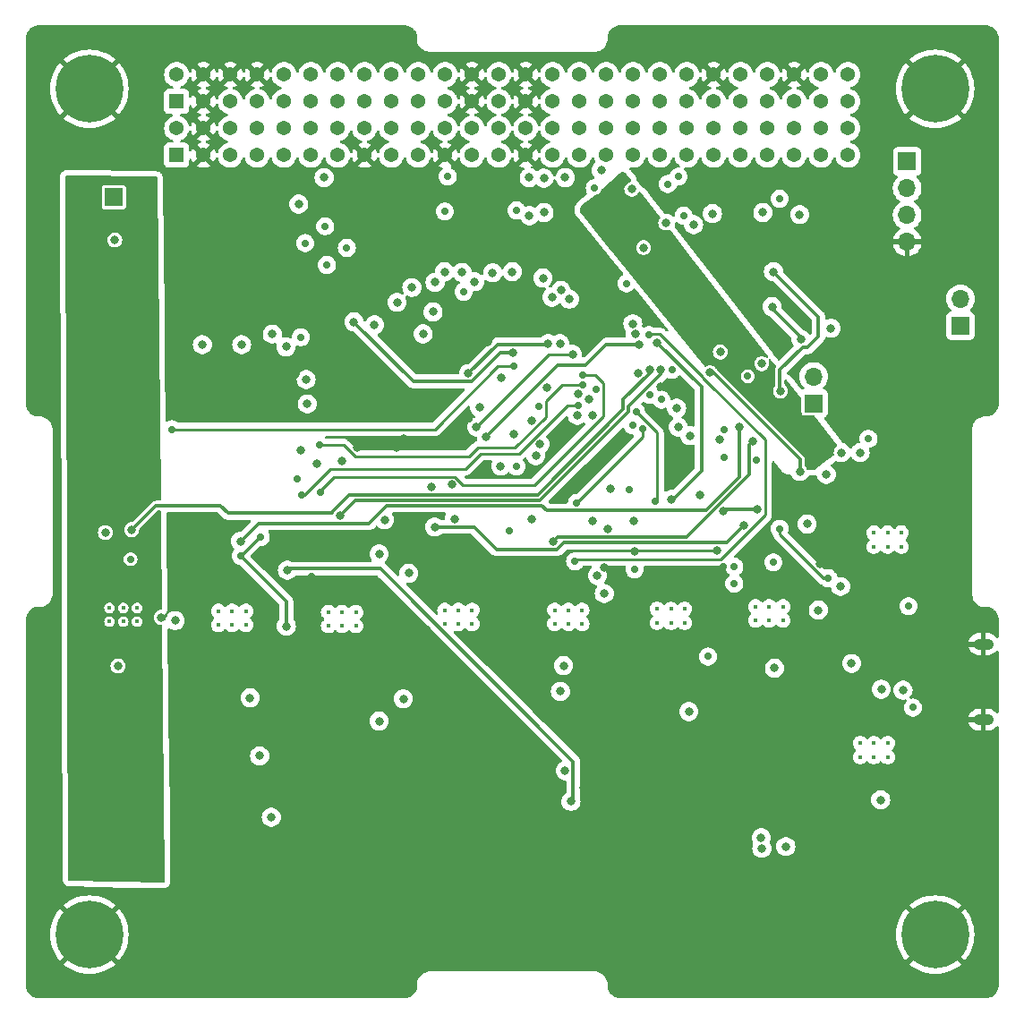
<source format=gbr>
%TF.GenerationSoftware,KiCad,Pcbnew,8.0.5*%
%TF.CreationDate,2024-10-21T02:11:06+05:30*%
%TF.ProjectId,EPS_PDB,4550535f-5044-4422-9e6b-696361645f70,rev?*%
%TF.SameCoordinates,Original*%
%TF.FileFunction,Copper,L2,Inr*%
%TF.FilePolarity,Positive*%
%FSLAX46Y46*%
G04 Gerber Fmt 4.6, Leading zero omitted, Abs format (unit mm)*
G04 Created by KiCad (PCBNEW 8.0.5) date 2024-10-21 02:11:06*
%MOMM*%
%LPD*%
G01*
G04 APERTURE LIST*
%TA.AperFunction,ComponentPad*%
%ADD10C,0.400000*%
%TD*%
%TA.AperFunction,ComponentPad*%
%ADD11C,6.400000*%
%TD*%
%TA.AperFunction,ComponentPad*%
%ADD12R,1.370000X1.370000*%
%TD*%
%TA.AperFunction,ComponentPad*%
%ADD13C,1.370000*%
%TD*%
%TA.AperFunction,ComponentPad*%
%ADD14R,1.700000X1.700000*%
%TD*%
%TA.AperFunction,ComponentPad*%
%ADD15O,1.700000X1.700000*%
%TD*%
%TA.AperFunction,ComponentPad*%
%ADD16O,1.900000X1.050000*%
%TD*%
%TA.AperFunction,ViaPad*%
%ADD17C,0.700000*%
%TD*%
%TA.AperFunction,ViaPad*%
%ADD18C,0.800000*%
%TD*%
%TA.AperFunction,Conductor*%
%ADD19C,0.500000*%
%TD*%
%TA.AperFunction,Conductor*%
%ADD20C,0.300000*%
%TD*%
%TA.AperFunction,Conductor*%
%ADD21C,0.250000*%
%TD*%
G04 APERTURE END LIST*
D10*
%TO.N,N/C*%
%TO.C,U17*%
X182286999Y-102965000D03*
X182286999Y-101665000D03*
X183586999Y-102964999D03*
X183586999Y-101665001D03*
X184886999Y-102965000D03*
X184886999Y-101665000D03*
%TD*%
D11*
%TO.N,GND*%
%TO.C,H4*%
X119282000Y-132690000D03*
%TD*%
D12*
%TO.N,/VBUS0*%
%TO.C,J4*%
X127532000Y-53880000D03*
D13*
X127532000Y-51340000D03*
%TO.N,GND*%
X130072000Y-53880000D03*
X130072000Y-51340000D03*
%TO.N,/3V3_ANT*%
X132612000Y-53880000D03*
%TO.N,GND*%
X132612000Y-51340000D03*
%TO.N,/3V3_ANT*%
X135152000Y-53880000D03*
%TO.N,GND*%
X135152000Y-51340000D03*
%TO.N,/ANT_DEPLOY*%
X137692000Y-53880000D03*
%TO.N,/ANT_DEPLOY_STATUS*%
X137692000Y-51340000D03*
%TO.N,/CS_ANT*%
X140232000Y-53880000D03*
%TO.N,unconnected-(J4-Pin_12-Pad12)*%
X140232000Y-51340000D03*
%TO.N,unconnected-(J4-Pin_13-Pad13)*%
X142772000Y-53880000D03*
%TO.N,unconnected-(J4-Pin_14-Pad14)*%
X142772000Y-51340000D03*
%TO.N,unconnected-(J4-Pin_15-Pad15)*%
X145312000Y-53880000D03*
%TO.N,unconnected-(J4-Pin_16-Pad16)*%
X145312000Y-51340000D03*
%TO.N,unconnected-(J4-Pin_17-Pad17)*%
X147852000Y-53880000D03*
%TO.N,unconnected-(J4-Pin_18-Pad18)*%
X147852000Y-51340000D03*
%TO.N,/HEARTBEAT_OBC*%
X150392000Y-53880000D03*
%TO.N,unconnected-(J4-Pin_20-Pad20)*%
X150392000Y-51340000D03*
%TO.N,/HEARTBEAT_ADCS*%
X152932000Y-53880000D03*
%TO.N,unconnected-(J4-Pin_22-Pad22)*%
X152932000Y-51340000D03*
%TO.N,GND*%
X155472000Y-53880000D03*
X155472000Y-51340000D03*
%TO.N,/5V_PAY*%
X158012000Y-53880000D03*
X158012000Y-51340000D03*
%TO.N,GND*%
X160552000Y-53880000D03*
X160552000Y-51340000D03*
%TO.N,/5V_OBC*%
X163092000Y-53880000D03*
X163092000Y-51340000D03*
%TO.N,/12V_ADCS*%
X165632000Y-53880000D03*
X165632000Y-51340000D03*
%TO.N,unconnected-(J4-Pin_33-Pad33)*%
X168172000Y-53880000D03*
%TO.N,unconnected-(J4-Pin_34-Pad34)*%
X168172000Y-51340000D03*
%TO.N,unconnected-(J4-Pin_35-Pad35)*%
X170712000Y-53880000D03*
%TO.N,unconnected-(J4-Pin_36-Pad36)*%
X170712000Y-51340000D03*
%TO.N,/5V_ADCS*%
X173252000Y-53880000D03*
X173252000Y-51340000D03*
%TO.N,/3V3_ADCS*%
X175792000Y-53880000D03*
X175792000Y-51340000D03*
%TO.N,unconnected-(J4-Pin_41-Pad41)*%
X178332000Y-53880000D03*
%TO.N,GND*%
X178332000Y-51340000D03*
%TO.N,unconnected-(J4-Pin_43-Pad43)*%
X180872000Y-53880000D03*
%TO.N,/I2C2_SCL*%
X180872000Y-51340000D03*
%TO.N,unconnected-(J4-Pin_45-Pad45)*%
X183412000Y-53880000D03*
%TO.N,/I2C2_SDA*%
X183412000Y-51340000D03*
%TO.N,unconnected-(J4-Pin_47-Pad47)*%
X185952000Y-53880000D03*
%TO.N,GND*%
X185952000Y-51340000D03*
%TO.N,unconnected-(J4-Pin_49-Pad49)*%
X188492000Y-53880000D03*
%TO.N,/I2C1_SCL*%
X188492000Y-51340000D03*
%TO.N,unconnected-(J4-Pin_51-Pad51)*%
X191032000Y-53880000D03*
%TO.N,/I2C1_SDA*%
X191032000Y-51340000D03*
%TD*%
D11*
%TO.N,GND*%
%TO.C,H3*%
X199282000Y-132690000D03*
%TD*%
D12*
%TO.N,/VBUS0*%
%TO.C,J3*%
X127532000Y-58960000D03*
D13*
X127532000Y-56420000D03*
%TO.N,GND*%
X130072000Y-58960000D03*
X130072000Y-56420000D03*
%TO.N,/RST_CC*%
X132612000Y-58960000D03*
%TO.N,unconnected-(J3-Pin_6-Pad6)*%
X132612000Y-56420000D03*
%TO.N,/UART1_RX*%
X135152000Y-58960000D03*
%TO.N,unconnected-(J3-Pin_8-Pad8)*%
X135152000Y-56420000D03*
%TO.N,/UART1_TX*%
X137692000Y-58960000D03*
%TO.N,unconnected-(J3-Pin_10-Pad10)*%
X137692000Y-56420000D03*
%TO.N,/UART1_RTS*%
X140232000Y-58960000D03*
%TO.N,unconnected-(J3-Pin_12-Pad12)*%
X140232000Y-56420000D03*
%TO.N,/UART1_CTS*%
X142772000Y-58960000D03*
%TO.N,unconnected-(J3-Pin_14-Pad14)*%
X142772000Y-56420000D03*
%TO.N,GND*%
X145312000Y-58960000D03*
%TO.N,unconnected-(J3-Pin_16-Pad16)*%
X145312000Y-56420000D03*
%TO.N,/CAN_A_L*%
X147852000Y-58960000D03*
%TO.N,unconnected-(J3-Pin_18-Pad18)*%
X147852000Y-56420000D03*
%TO.N,/CAN_A_H*%
X150392000Y-58960000D03*
%TO.N,unconnected-(J3-Pin_20-Pad20)*%
X150392000Y-56420000D03*
%TO.N,GND*%
X152932000Y-58960000D03*
%TO.N,unconnected-(J3-Pin_22-Pad22)*%
X152932000Y-56420000D03*
%TO.N,/CAN_B_L*%
X155472000Y-58960000D03*
%TO.N,unconnected-(J3-Pin_24-Pad24)*%
X155472000Y-56420000D03*
%TO.N,/CAN_B_H*%
X158012000Y-58960000D03*
%TO.N,unconnected-(J3-Pin_26-Pad26)*%
X158012000Y-56420000D03*
%TO.N,GND*%
X160552000Y-58960000D03*
%TO.N,unconnected-(J3-Pin_28-Pad28)*%
X160552000Y-56420000D03*
%TO.N,5V_EPS*%
X163092000Y-58960000D03*
X163092000Y-56420000D03*
%TO.N,3V3_EPS*%
X165632000Y-58960000D03*
X165632000Y-56420000D03*
%TO.N,unconnected-(J3-Pin_33-Pad33)*%
X168172000Y-58960000D03*
%TO.N,unconnected-(J3-Pin_34-Pad34)*%
X168172000Y-56420000D03*
%TO.N,/UART0_CTS*%
X170712000Y-58960000D03*
%TO.N,unconnected-(J3-Pin_36-Pad36)*%
X170712000Y-56420000D03*
%TO.N,/UART0_RTS*%
X173252000Y-58960000D03*
%TO.N,unconnected-(J3-Pin_38-Pad38)*%
X173252000Y-56420000D03*
%TO.N,/UART0_RX*%
X175792000Y-58960000D03*
%TO.N,unconnected-(J3-Pin_40-Pad40)*%
X175792000Y-56420000D03*
%TO.N,/UART0_TX*%
X178332000Y-58960000D03*
%TO.N,unconnected-(J3-Pin_42-Pad42)*%
X178332000Y-56420000D03*
%TO.N,unconnected-(J3-Pin_43-Pad43)*%
X180872000Y-58960000D03*
%TO.N,unconnected-(J3-Pin_44-Pad44)*%
X180872000Y-56420000D03*
%TO.N,unconnected-(J3-Pin_45-Pad45)*%
X183412000Y-58960000D03*
%TO.N,unconnected-(J3-Pin_46-Pad46)*%
X183412000Y-56420000D03*
%TO.N,/5V_COMM*%
X185952000Y-58960000D03*
%TO.N,unconnected-(J3-Pin_48-Pad48)*%
X185952000Y-56420000D03*
%TO.N,/5V_COMM*%
X188492000Y-58960000D03*
%TO.N,unconnected-(J3-Pin_50-Pad50)*%
X188492000Y-56420000D03*
%TO.N,unconnected-(J3-Pin_51-Pad51)*%
X191032000Y-58960000D03*
%TO.N,unconnected-(J3-Pin_52-Pad52)*%
X191032000Y-56420000D03*
%TD*%
D10*
%TO.N,N/C*%
%TO.C,U10*%
X152882000Y-103289999D03*
X152882000Y-101989999D03*
X154182000Y-103289998D03*
X154182000Y-101990000D03*
X155482000Y-103289999D03*
X155482000Y-101989999D03*
%TD*%
D11*
%TO.N,GND*%
%TO.C,H2*%
X199282000Y-52690000D03*
%TD*%
D14*
%TO.N,VUSB*%
%TO.C,JP1*%
X187792000Y-82435000D03*
D15*
%TO.N,5V_EPS*%
X187792000Y-79895000D03*
%TD*%
D10*
%TO.N,N/C*%
%TO.C,U9*%
X131482000Y-103390000D03*
X131482000Y-102090000D03*
X132782000Y-103389999D03*
X132782000Y-102090001D03*
X134082000Y-103390000D03*
X134082000Y-102090000D03*
%TD*%
%TO.N,N/C*%
%TO.C,U13*%
X172982000Y-103190000D03*
X172982000Y-101890000D03*
X174282000Y-103189999D03*
X174282000Y-101890001D03*
X175582000Y-103190000D03*
X175582000Y-101890000D03*
%TD*%
%TO.N,N/C*%
%TO.C,U16*%
X193482000Y-95990000D03*
X193482000Y-94690000D03*
X194782000Y-95989999D03*
X194782000Y-94690001D03*
X196082000Y-95990000D03*
X196082000Y-94690000D03*
%TD*%
%TO.N,N/C*%
%TO.C,U18*%
X192182000Y-115889999D03*
X192182000Y-114589999D03*
X193482000Y-115889998D03*
X193482000Y-114590000D03*
X194782000Y-115889999D03*
X194782000Y-114589999D03*
%TD*%
D14*
%TO.N,3V3_EPS*%
%TO.C,J2*%
X196632000Y-59550001D03*
D15*
%TO.N,/SWDIO*%
X196632000Y-62090001D03*
%TO.N,/SWCLK*%
X196632000Y-64630000D03*
%TO.N,GND*%
X196632000Y-67170001D03*
%TD*%
D10*
%TO.N,N/C*%
%TO.C,U12*%
X163282000Y-103290000D03*
X163282000Y-101990000D03*
X164582000Y-103290000D03*
X164582000Y-101990000D03*
X165882000Y-103290000D03*
X165882000Y-101990000D03*
%TD*%
%TO.N,N/C*%
%TO.C,U7*%
X121182000Y-103090000D03*
X121182000Y-101790000D03*
X122482000Y-103089999D03*
X122482000Y-101790001D03*
X123782000Y-103090000D03*
X123782000Y-101790000D03*
%TD*%
D11*
%TO.N,GND*%
%TO.C,H1*%
X119282000Y-52690000D03*
%TD*%
D10*
%TO.N,N/C*%
%TO.C,U6*%
X141882000Y-103490000D03*
X141882000Y-102190000D03*
X143182000Y-103489999D03*
X143182000Y-102190001D03*
X144482000Y-103490000D03*
X144482000Y-102190000D03*
%TD*%
D14*
%TO.N,/VBUS0*%
%TO.C,JP2*%
X121592000Y-62940000D03*
D15*
%TO.N,/VBUS*%
X119052000Y-62940000D03*
%TD*%
D14*
%TO.N,/3V3_LDO*%
%TO.C,JP3*%
X201682000Y-75090000D03*
D15*
%TO.N,3V3_EPS*%
X201682000Y-72550000D03*
%TD*%
D16*
%TO.N,GND*%
%TO.C,J1*%
X203832000Y-105215000D03*
X203832000Y-112365000D03*
%TD*%
D17*
%TO.N,3V3_EPS*%
X138958472Y-89613530D03*
X139282000Y-76190000D03*
X152882000Y-64290000D03*
D18*
X187169500Y-93852500D03*
X139307000Y-86865000D03*
D17*
X197182000Y-111215000D03*
D18*
X190332000Y-99765000D03*
D17*
X153182000Y-60990000D03*
D18*
X153807000Y-93365000D03*
X133682000Y-76890000D03*
X182982000Y-64390000D03*
D17*
X179282000Y-84890000D03*
X154682000Y-71890000D03*
D18*
X129962000Y-76890000D03*
D17*
X170382000Y-90590000D03*
X170857000Y-98140000D03*
D18*
X188232000Y-101990000D03*
X140782000Y-88150659D03*
D17*
X170082000Y-71090000D03*
D18*
%TO.N,GND*%
X178632000Y-96390000D03*
X174168675Y-87728325D03*
X139282000Y-122990000D03*
X168832000Y-118040000D03*
D17*
X181546798Y-79879798D03*
D18*
X124232000Y-48865000D03*
D17*
X150182000Y-104590000D03*
D18*
X188382000Y-97590000D03*
X159982000Y-71890000D03*
D17*
X171282000Y-102990000D03*
D18*
X148719347Y-69952653D03*
X138782000Y-79690000D03*
D17*
X201882000Y-83790000D03*
D18*
X178857000Y-69390000D03*
X184682000Y-134065000D03*
X199032000Y-99790000D03*
X203057000Y-124715000D03*
X159182000Y-60865000D03*
X120782000Y-94665000D03*
X166057000Y-118815000D03*
X166482000Y-125540000D03*
X169332000Y-125540000D03*
X188207000Y-70190000D03*
X193132000Y-65790000D03*
X136382000Y-102790000D03*
X181982000Y-134140000D03*
X144682000Y-122990000D03*
X151382000Y-60965000D03*
X157607000Y-65865000D03*
X194907000Y-48840000D03*
X198682000Y-80090000D03*
D17*
X201682000Y-80390000D03*
D18*
X115457000Y-79290000D03*
D17*
X140382000Y-105690000D03*
D18*
X138482000Y-126590000D03*
X197682000Y-81490000D03*
X183307000Y-132140000D03*
X166732000Y-112040000D03*
X157682000Y-102790000D03*
X148822000Y-81310000D03*
X148982000Y-85790000D03*
X167982000Y-97965000D03*
X156982000Y-76590000D03*
D17*
X151082000Y-105490000D03*
D18*
X200982000Y-117165000D03*
X169132000Y-122690000D03*
X148342000Y-86650000D03*
X184407000Y-121665000D03*
X145482000Y-118190000D03*
X190257000Y-117740000D03*
X167807000Y-71740000D03*
X144782000Y-114890000D03*
X170882000Y-96465000D03*
X191332000Y-126940000D03*
X180744500Y-71127500D03*
X143182000Y-116190000D03*
X171703831Y-67711831D03*
X145672000Y-81190000D03*
D17*
X179250481Y-97890000D03*
D18*
X132857000Y-48465000D03*
D17*
X140282000Y-98790000D03*
D18*
X141682000Y-122890000D03*
X182857000Y-128665000D03*
X144682000Y-120290000D03*
X142282000Y-112690000D03*
X126082000Y-102690000D03*
X169282000Y-74190000D03*
X167312000Y-88040000D03*
X121682000Y-66990000D03*
X144602000Y-86660000D03*
X203732000Y-56790000D03*
X191682000Y-133665000D03*
X189707000Y-92290000D03*
X140082000Y-117490000D03*
D17*
X155182000Y-83890000D03*
D18*
X181457000Y-129115000D03*
X173339299Y-80840000D03*
D17*
X129782000Y-105590000D03*
D18*
X197182000Y-115190000D03*
X191682000Y-97390000D03*
X193007000Y-127865000D03*
D17*
X195282000Y-82190000D03*
D18*
X131757000Y-115015000D03*
X167732000Y-119790000D03*
X143012000Y-81280000D03*
X150707000Y-96840000D03*
D17*
X143482000Y-79490000D03*
D18*
X115657000Y-136890000D03*
D17*
X171582000Y-104390000D03*
D18*
X136907000Y-112315000D03*
D17*
X161482000Y-103490000D03*
X145682000Y-79590000D03*
D18*
X167682000Y-124090000D03*
D17*
X147382000Y-79490000D03*
X130082000Y-98090000D03*
D18*
X178956446Y-77586216D03*
X194507000Y-126765000D03*
X140382000Y-125090000D03*
D17*
X140282000Y-100590000D03*
D18*
X185332000Y-48365000D03*
X191782000Y-95990000D03*
X128632000Y-70615000D03*
X143982000Y-112390000D03*
D17*
X199082000Y-91290000D03*
D18*
X160482000Y-97815000D03*
X196482000Y-127415000D03*
X174107000Y-88765000D03*
X118982000Y-58540000D03*
D17*
X129382000Y-102090000D03*
X180482000Y-105690000D03*
D18*
X156482914Y-88728022D03*
X168882000Y-112890000D03*
X144182000Y-125690000D03*
X141882000Y-119090000D03*
D17*
X141982000Y-78890000D03*
D18*
X140682000Y-136190000D03*
D17*
X161182000Y-105290000D03*
X179382000Y-104640000D03*
D18*
X190382000Y-110515000D03*
X146782000Y-102990000D03*
X139682000Y-120490000D03*
X196382000Y-82190000D03*
X203282000Y-63465000D03*
D17*
X151182000Y-103790000D03*
D18*
X137782000Y-118790000D03*
X135082000Y-64540000D03*
%TO.N,Net-(U11-BYP)*%
X182832000Y-123540000D03*
%TO.N,Net-(U11-SS)*%
X182882000Y-124540000D03*
%TO.N,/EPS Power Distribution/3.3V_BUS*%
X134482000Y-110290000D03*
X135382000Y-115790000D03*
%TO.N,/EPS Power Distribution/1.25VREF*%
X189432000Y-75340000D03*
X182882000Y-78690000D03*
%TO.N,/EPS Power Distribution/5V_BUS*%
X164282000Y-117190000D03*
X163832000Y-109690000D03*
%TO.N,/EPS Control Unit/EPS_LED*%
X178882000Y-85890000D03*
D17*
X173382000Y-82090001D03*
D18*
X190382000Y-87090000D03*
X192182000Y-87090000D03*
%TO.N,/5V_ADCS*%
X188082000Y-87515000D03*
X169282000Y-62290000D03*
%TO.N,/UART1_CTS*%
X159392000Y-85360000D03*
%TO.N,5V_EPS*%
X151982000Y-70990000D03*
X148382000Y-72890000D03*
D17*
X192982000Y-85790000D03*
D18*
X191382000Y-107040000D03*
X162182000Y-70590000D03*
X149782000Y-71490000D03*
X167982000Y-100440000D03*
D17*
X196782000Y-101640000D03*
D18*
X162282000Y-64390000D03*
X162282000Y-61140000D03*
X155732000Y-70940000D03*
%TO.N,/UART1_RTS*%
X156182000Y-82790000D03*
%TO.N,/5V_PAY*%
X160882000Y-64690000D03*
X160882000Y-61090000D03*
%TO.N,/I2C1_SCL*%
X174982000Y-84675000D03*
X158192000Y-88360000D03*
%TO.N,/12V_ADCS*%
X167682000Y-60390000D03*
D17*
X184582000Y-63090000D03*
X174982000Y-60990000D03*
D18*
X186457000Y-64590000D03*
%TO.N,/5V_OBC*%
X170915764Y-75887293D03*
X164282000Y-61090000D03*
D17*
X173982246Y-61690000D03*
X175482000Y-64690000D03*
D18*
%TO.N,/ANT_DEPLOY*%
X139082000Y-63590000D03*
D17*
X139681962Y-67277827D03*
X141752711Y-69350661D03*
D18*
X161515000Y-87390000D03*
D17*
%TO.N,/ANT_DEPLOY_STATUS*%
X141582000Y-65690000D03*
D18*
X141482000Y-61090000D03*
D17*
X143632000Y-67740000D03*
D18*
X161882000Y-86290000D03*
%TO.N,/SWDIO*%
X165432000Y-83590000D03*
%TO.N,/RESET_ADC*%
X183982000Y-69990000D03*
X179273611Y-92666157D03*
X184641998Y-81265000D03*
X182482000Y-92490000D03*
%TO.N,/EPS Control Unit/PMOS2_GATE*%
X173782000Y-65390000D03*
X170582000Y-62190000D03*
D17*
%TO.N,Net-(Q2-D)*%
X159682000Y-64190000D03*
X167082000Y-62090000D03*
D18*
%TO.N,/EPS Control Unit/CAN_SW_A*%
X136582000Y-75890000D03*
X139882000Y-82490000D03*
X137882000Y-77090000D03*
X143132000Y-87910000D03*
X139782000Y-80190000D03*
X166882000Y-93540000D03*
%TO.N,/EPS Control Unit/SW_BOOT0*%
X146682000Y-96690000D03*
X147194500Y-93452500D03*
%TO.N,/EPS Control Unit/CAN_SW_B*%
X168282000Y-94290000D03*
X174828293Y-82896955D03*
X176430959Y-65541041D03*
X170782000Y-93590000D03*
X177036999Y-91090000D03*
X178207000Y-64490000D03*
D17*
%TO.N,/FLT_3V3_ADCS*%
X165982000Y-79765000D03*
X141132000Y-90890000D03*
%TO.N,/FLT_3V3_ANT*%
X159004702Y-94512702D03*
X171616873Y-84815000D03*
D18*
X127382000Y-102990000D03*
D17*
X123182000Y-97190000D03*
X165382000Y-91870000D03*
%TO.N,/FLT_3V3_EPS*%
X135486999Y-95090000D03*
X139382000Y-91090000D03*
X165507000Y-82642963D03*
X133582000Y-96890000D03*
D18*
X137907000Y-103515000D03*
%TO.N,/FLT_5V_PAY*%
X171282000Y-76890000D03*
X156832000Y-85640000D03*
D17*
%TO.N,/FLT_5V_EPS*%
X172182000Y-75990000D03*
D18*
X167337002Y-98740000D03*
D17*
X165217000Y-97390000D03*
%TO.N,/FLT_5V_OBC*%
X167207000Y-81081452D03*
D18*
%TO.N,/FLT_5V_ADCS*%
X188982000Y-89156637D03*
%TO.N,/EPS Power Distribution/ILM_3V3_ADCS*%
X173282003Y-79265000D03*
X142982000Y-93040000D03*
%TO.N,/EPS Power Distribution/ILM_3V3_ANT*%
X172282000Y-79265000D03*
X123282000Y-94390000D03*
D17*
%TO.N,/FLT_5V_COMM*%
X170981445Y-83224978D03*
X183982000Y-97490000D03*
X172782000Y-91690000D03*
D18*
%TO.N,/FLT_12V_ADCS*%
X196236999Y-109565000D03*
X194182000Y-109490000D03*
D17*
X174366804Y-79263892D03*
D18*
%TO.N,/EPS Power Distribution/ILM_3V3_EPS*%
X133582000Y-95490000D03*
X180782000Y-84690000D03*
%TO.N,/EPS Power Distribution/ILM_5V_PAY*%
X151932000Y-94144259D03*
X181182000Y-93990000D03*
%TO.N,/EPS Power Distribution/ILM_5V_EPS*%
X163182000Y-95490000D03*
X182032000Y-85990000D03*
%TO.N,/EPS Power Distribution/ILM_5V_OBC*%
X172986017Y-76694017D03*
X174332000Y-91515000D03*
%TO.N,/EPS Power Distribution/ILM_5V_ADCS*%
X186482000Y-88890000D03*
X177982000Y-79536216D03*
%TO.N,/EPS Power Distribution/ILM_12V_ADCS*%
X183851932Y-73295068D03*
X186582000Y-76390000D03*
%TO.N,/EPS Control Unit/CAN_TX*%
X154532000Y-70050000D03*
X152882000Y-70000000D03*
X161101285Y-84085928D03*
X157422000Y-70090000D03*
%TO.N,/EN_5V_COMM*%
X168582000Y-90490000D03*
X166907000Y-83590000D03*
D17*
X180282000Y-99490000D03*
D18*
X184082000Y-107490000D03*
D17*
X180282000Y-97890000D03*
%TO.N,/EN_3V3_ADCS*%
X165982000Y-80665003D03*
X141076975Y-86395025D03*
D18*
%TO.N,/STATUS_5V*%
X164832000Y-120090000D03*
X159352000Y-77615000D03*
X138007000Y-98215000D03*
X144307000Y-74740000D03*
D17*
%TO.N,/EN_12V_ADCS*%
X177786999Y-106390000D03*
D18*
X194132000Y-119940000D03*
X171182000Y-79580000D03*
%TO.N,/EN_5V_PAY*%
X164982000Y-77815000D03*
X155901669Y-84670331D03*
%TO.N,/SPI_MOSI*%
X164682000Y-72590000D03*
%TO.N,/RDY_ADC*%
X163032000Y-72390000D03*
D17*
%TO.N,/EN_5V_ADCS*%
X182382000Y-87790000D03*
X189182000Y-98990000D03*
X184582000Y-94290000D03*
X172314992Y-81659387D03*
X179332000Y-87590000D03*
D18*
%TO.N,/EN_5V_OBC*%
X166493903Y-82042859D03*
%TO.N,/STATUS_3V3*%
X136482000Y-121590000D03*
X146251669Y-75020331D03*
X148982000Y-110390000D03*
X151782000Y-73790000D03*
X159282000Y-69990000D03*
X149482000Y-98515000D03*
X146682000Y-112490000D03*
X151633041Y-90340000D03*
X153543182Y-90128818D03*
%TO.N,/SPI_MISO*%
X163882000Y-71752431D03*
%TO.N,/EPS Control Unit/WDI*%
X158278384Y-80015725D03*
X150852000Y-75870000D03*
D17*
%TO.N,/EN_3V3_ANT*%
X127082000Y-84890000D03*
X170682000Y-84540000D03*
D18*
X121982000Y-107290000D03*
D17*
X159402000Y-78955407D03*
X161782000Y-82690000D03*
D18*
%TO.N,/SHDN_12V*%
X185157000Y-124365000D03*
X162657000Y-76790000D03*
X155132000Y-79615000D03*
X175982000Y-111590000D03*
%TO.N,/EN_5V_EPS*%
X164126975Y-107245025D03*
X162582000Y-80990000D03*
X161082000Y-93390000D03*
%TO.N,/SPI_SCLK*%
X170682000Y-74915000D03*
%TO.N,/SPI_CS*%
X163787000Y-76795000D03*
%TO.N,/SWCLK*%
X165532000Y-81501664D03*
%TO.N,/VBUS*%
X125057000Y-126315000D03*
X119407000Y-80515000D03*
X118182000Y-107890000D03*
X118057000Y-119865000D03*
X119007000Y-125265000D03*
X118132000Y-77040000D03*
X118882000Y-115040000D03*
X122107000Y-126115000D03*
X117982000Y-99140000D03*
X118232000Y-90590000D03*
X119507000Y-85340000D03*
X119057000Y-111715000D03*
%TO.N,/I2C1_SDA*%
X176075403Y-85489871D03*
D17*
X159665000Y-88410000D03*
%TD*%
D19*
%TO.N,/5V_OBC*%
X170915764Y-75887293D02*
X170793471Y-75765000D01*
D20*
%TO.N,/RESET_ADC*%
X187192661Y-77140000D02*
X188232000Y-76100661D01*
X184641998Y-81265000D02*
X184582000Y-81205002D01*
X186732000Y-77140000D02*
X187192661Y-77140000D01*
X184582000Y-79290000D02*
X186732000Y-77140000D01*
X188232000Y-74240000D02*
X183982000Y-69990000D01*
X184582000Y-81205002D02*
X184582000Y-79290000D01*
X188232000Y-76100661D02*
X188232000Y-74240000D01*
X179273611Y-92666157D02*
X179449768Y-92490000D01*
X179449768Y-92490000D02*
X182482000Y-92490000D01*
D21*
%TO.N,/FLT_3V3_ADCS*%
X141132000Y-90690000D02*
X142418182Y-89403818D01*
X167882000Y-80535405D02*
X167111595Y-79765000D01*
X141132000Y-90890000D02*
X141132000Y-90690000D01*
X167111595Y-79765000D02*
X165982000Y-79765000D01*
X153843487Y-89403818D02*
X154629669Y-90190000D01*
X161332305Y-90190000D02*
X167882000Y-83640305D01*
X142418182Y-89403818D02*
X153843487Y-89403818D01*
X167882000Y-83640305D02*
X167882000Y-80535405D01*
X154629669Y-90190000D02*
X161332305Y-90190000D01*
%TO.N,/FLT_3V3_ANT*%
X171616873Y-84815000D02*
X171616873Y-85635127D01*
X171616873Y-85635127D02*
X165382000Y-91870000D01*
%TO.N,/FLT_3V3_EPS*%
X139382000Y-91090000D02*
X139582000Y-91090000D01*
X135382000Y-95090000D02*
X135486999Y-95090000D01*
X159956695Y-87190000D02*
X164503732Y-82642963D01*
D20*
X133582000Y-96890000D02*
X137907000Y-101215000D01*
X137907000Y-101215000D02*
X137907000Y-103515000D01*
D21*
X154837000Y-88635000D02*
X156282000Y-87190000D01*
X139582000Y-91090000D02*
X142037000Y-88635000D01*
X156282000Y-87190000D02*
X159956695Y-87190000D01*
X133582000Y-96890000D02*
X135382000Y-95090000D01*
X142037000Y-88635000D02*
X154837000Y-88635000D01*
X164503732Y-82642963D02*
X165507000Y-82642963D01*
D20*
%TO.N,/FLT_5V_PAY*%
X163612331Y-78859669D02*
X166210558Y-78859669D01*
X168180227Y-76890000D02*
X171282000Y-76890000D01*
X156832000Y-85640000D02*
X163612331Y-78859669D01*
X166210558Y-78859669D02*
X168180227Y-76890000D01*
D21*
%TO.N,/FLT_5V_EPS*%
X165417000Y-97190000D02*
X179007305Y-97190000D01*
X177257000Y-79939695D02*
X173207305Y-75890000D01*
X177732305Y-80415000D02*
X177681695Y-80415000D01*
X177257000Y-79990305D02*
X177257000Y-79939695D01*
X177681695Y-80415000D02*
X177257000Y-79990305D01*
X183207000Y-92990305D02*
X183207000Y-85889695D01*
X172282000Y-75890000D02*
X172182000Y-75990000D01*
X179007305Y-97190000D02*
X183207000Y-92990305D01*
X165217000Y-97390000D02*
X165417000Y-97190000D01*
X173207305Y-75890000D02*
X172282000Y-75890000D01*
X183207000Y-85889695D02*
X177732305Y-80415000D01*
D20*
%TO.N,/EPS Power Distribution/ILM_3V3_ADCS*%
X161879106Y-91600000D02*
X144422000Y-91600000D01*
X144422000Y-91600000D02*
X142982000Y-93040000D01*
X170282000Y-83197106D02*
X161879106Y-91600000D01*
X170282000Y-82693936D02*
X170282000Y-83197106D01*
X173282003Y-79693933D02*
X170282000Y-82693936D01*
X173282003Y-79265000D02*
X173282003Y-79693933D01*
%TO.N,/EPS Power Distribution/ILM_3V3_ANT*%
X172282000Y-79265000D02*
X172282000Y-79580000D01*
X125582000Y-92090000D02*
X123282000Y-94390000D01*
X131682000Y-92090000D02*
X125582000Y-92090000D01*
X161682000Y-91090000D02*
X143871339Y-91090000D01*
X142232000Y-92790000D02*
X132382000Y-92790000D01*
X172282000Y-79580000D02*
X169782000Y-82080000D01*
X142232000Y-92729339D02*
X142232000Y-92790000D01*
X169782000Y-82990000D02*
X161682000Y-91090000D01*
X169782000Y-82080000D02*
X169782000Y-82990000D01*
X132382000Y-92790000D02*
X131682000Y-92090000D01*
X143871339Y-91090000D02*
X142232000Y-92729339D01*
D21*
%TO.N,/FLT_5V_COMM*%
X172982000Y-91490000D02*
X172782000Y-91690000D01*
X172982000Y-85225533D02*
X172982000Y-91490000D01*
X170981445Y-83224978D02*
X172982000Y-85225533D01*
D20*
%TO.N,/EPS Power Distribution/ILM_3V3_EPS*%
X180782000Y-84690000D02*
X180782000Y-89390000D01*
X180782000Y-89390000D02*
X177602000Y-92570000D01*
X162086213Y-92100000D02*
X147381339Y-92100000D01*
X135282000Y-93790000D02*
X133582000Y-95490000D01*
X162556213Y-92570000D02*
X162086213Y-92100000D01*
X145691339Y-93790000D02*
X135282000Y-93790000D01*
X147381339Y-92100000D02*
X145691339Y-93790000D01*
X177602000Y-92570000D02*
X162556213Y-92570000D01*
%TO.N,/EPS Power Distribution/ILM_5V_PAY*%
X155707000Y-94140000D02*
X157807000Y-96240000D01*
X164142661Y-95590000D02*
X179582000Y-95590000D01*
X151932000Y-94144259D02*
X151936259Y-94140000D01*
X157807000Y-96240000D02*
X163492661Y-96240000D01*
X151936259Y-94140000D02*
X155707000Y-94140000D01*
X163492661Y-96240000D02*
X164142661Y-95590000D01*
X179582000Y-95590000D02*
X181182000Y-93990000D01*
%TO.N,/EPS Power Distribution/ILM_5V_EPS*%
X175782000Y-95090000D02*
X163582000Y-95090000D01*
X163582000Y-95090000D02*
X163182000Y-95490000D01*
X177802000Y-93070000D02*
X175782000Y-95090000D01*
X177809106Y-93070000D02*
X177802000Y-93070000D01*
X181682000Y-86340000D02*
X181682000Y-89197106D01*
X181682000Y-89197106D02*
X177809106Y-93070000D01*
X182032000Y-85990000D02*
X181682000Y-86340000D01*
%TO.N,/EPS Power Distribution/ILM_5V_OBC*%
X174332000Y-91515000D02*
X174457000Y-91515000D01*
X177182000Y-88790000D02*
X177182000Y-80890000D01*
X174457000Y-91515000D02*
X177182000Y-88790000D01*
X177182000Y-80890000D02*
X172986017Y-76694017D01*
%TO.N,/EPS Power Distribution/ILM_5V_ADCS*%
X186482000Y-87729339D02*
X186482000Y-88890000D01*
X178288877Y-79536216D02*
X186482000Y-87729339D01*
X177982000Y-79536216D02*
X178288877Y-79536216D01*
%TO.N,/EPS Power Distribution/ILM_12V_ADCS*%
X183851932Y-73459932D02*
X186582000Y-76190000D01*
X186582000Y-76190000D02*
X186582000Y-76390000D01*
X183851932Y-73295068D02*
X183851932Y-73459932D01*
D21*
%TO.N,/EN_5V_COMM*%
X184082000Y-107490000D02*
X184182000Y-107390000D01*
%TO.N,/EN_3V3_ADCS*%
X144406695Y-87490000D02*
X143311720Y-86395025D01*
X163982000Y-80690000D02*
X162457000Y-82215000D01*
X162457000Y-82215000D02*
X162457000Y-83755518D01*
X143311720Y-86395025D02*
X141076975Y-86395025D01*
X155182000Y-87490000D02*
X144406695Y-87490000D01*
X159547518Y-86665000D02*
X156007000Y-86665000D01*
X165957003Y-80690000D02*
X163982000Y-80690000D01*
X165982000Y-80665003D02*
X165957003Y-80690000D01*
X162457000Y-83755518D02*
X159547518Y-86665000D01*
X156007000Y-86665000D02*
X155182000Y-87490000D01*
D20*
%TO.N,/STATUS_5V*%
X158192661Y-77615000D02*
X155442661Y-80365000D01*
X138132000Y-98090000D02*
X146807000Y-98090000D01*
X138007000Y-98215000D02*
X138132000Y-98090000D01*
X165039170Y-116322170D02*
X165039170Y-119882830D01*
X159352000Y-77615000D02*
X158192661Y-77615000D01*
X146807000Y-98090000D02*
X165039170Y-116322170D01*
X165039170Y-119882830D02*
X164832000Y-120090000D01*
X155442661Y-80365000D02*
X149932000Y-80365000D01*
X149932000Y-80365000D02*
X144307000Y-74740000D01*
%TO.N,/EN_12V_ADCS*%
X177786999Y-106390000D02*
X177882000Y-106390000D01*
D21*
%TO.N,/EN_5V_PAY*%
X162757000Y-77815000D02*
X164982000Y-77815000D01*
X155901669Y-84670331D02*
X162757000Y-77815000D01*
%TO.N,/EN_5V_ADCS*%
X188756695Y-98990000D02*
X189182000Y-98990000D01*
X184582000Y-94290000D02*
X184582000Y-94815305D01*
X184582000Y-94815305D02*
X188756695Y-98990000D01*
%TO.N,/EN_3V3_ANT*%
X151982000Y-84890000D02*
X127082000Y-84890000D01*
X159402000Y-78955407D02*
X157916593Y-78955407D01*
X157916593Y-78955407D02*
X151982000Y-84890000D01*
D20*
%TO.N,/SHDN_12V*%
X157882000Y-76865000D02*
X155132000Y-79615000D01*
X162657000Y-76790000D02*
X162582000Y-76865000D01*
X162582000Y-76865000D02*
X157882000Y-76865000D01*
%TD*%
%TA.AperFunction,Conductor*%
%TO.N,/5V_ADCS*%
G36*
X169777108Y-60573188D02*
G01*
X169801070Y-60578780D01*
X169876177Y-60596310D01*
X169907607Y-60608335D01*
X169996810Y-60657244D01*
X170023848Y-60677275D01*
X170102718Y-60754332D01*
X170113952Y-60766911D01*
X170529790Y-61301704D01*
X170555401Y-61366710D01*
X170541802Y-61435244D01*
X170493310Y-61485546D01*
X170461575Y-61498217D01*
X170331773Y-61530210D01*
X170181150Y-61609263D01*
X170053816Y-61722072D01*
X169957182Y-61862068D01*
X169896860Y-62021125D01*
X169896859Y-62021130D01*
X169876355Y-62190000D01*
X169896859Y-62358869D01*
X169896860Y-62358874D01*
X169957182Y-62517931D01*
X169979813Y-62550717D01*
X170053817Y-62657929D01*
X170104349Y-62702696D01*
X170181150Y-62770736D01*
X170331773Y-62849789D01*
X170331775Y-62849790D01*
X170496944Y-62890500D01*
X170667056Y-62890500D01*
X170832225Y-62849790D01*
X170981269Y-62771565D01*
X170982849Y-62770736D01*
X170982850Y-62770734D01*
X170982852Y-62770734D01*
X171110183Y-62657929D01*
X171206818Y-62517930D01*
X171216602Y-62492131D01*
X171258776Y-62436430D01*
X171324373Y-62412371D01*
X171392564Y-62427596D01*
X171430433Y-62459986D01*
X173240843Y-64788283D01*
X173266454Y-64853289D01*
X173252855Y-64921823D01*
X173245003Y-64934839D01*
X173157183Y-65062068D01*
X173157182Y-65062068D01*
X173096860Y-65221125D01*
X173096859Y-65221130D01*
X173076355Y-65390000D01*
X173096859Y-65558869D01*
X173096860Y-65558874D01*
X173157182Y-65717931D01*
X173219475Y-65808177D01*
X173253817Y-65857929D01*
X173359505Y-65951560D01*
X173381150Y-65970736D01*
X173531773Y-66049789D01*
X173531775Y-66049790D01*
X173696944Y-66090500D01*
X173867056Y-66090500D01*
X174032225Y-66049790D01*
X174074977Y-66027351D01*
X174143483Y-66013625D01*
X174208536Y-66039116D01*
X174230489Y-66061027D01*
X176058789Y-68412331D01*
X183477410Y-77953128D01*
X183503021Y-78018134D01*
X183489422Y-78086668D01*
X183440930Y-78136970D01*
X183372940Y-78153069D01*
X183307040Y-78129855D01*
X183297293Y-78122060D01*
X183282852Y-78109266D01*
X183282850Y-78109265D01*
X183282849Y-78109264D01*
X183132226Y-78030210D01*
X182967056Y-77989500D01*
X182796944Y-77989500D01*
X182631773Y-78030210D01*
X182481150Y-78109263D01*
X182353816Y-78222072D01*
X182257182Y-78362068D01*
X182196860Y-78521125D01*
X182196859Y-78521130D01*
X182176355Y-78690000D01*
X182196859Y-78858869D01*
X182196860Y-78858874D01*
X182257182Y-79017931D01*
X182267967Y-79033555D01*
X182353817Y-79157929D01*
X182435949Y-79230691D01*
X182481150Y-79270736D01*
X182594964Y-79330470D01*
X182631775Y-79349790D01*
X182796944Y-79390500D01*
X182967056Y-79390500D01*
X183132225Y-79349790D01*
X183252346Y-79286745D01*
X183282849Y-79270736D01*
X183282850Y-79270734D01*
X183282852Y-79270734D01*
X183410183Y-79157929D01*
X183506818Y-79017930D01*
X183567140Y-78858872D01*
X183587645Y-78690000D01*
X183567140Y-78521128D01*
X183524559Y-78408851D01*
X183519193Y-78339191D01*
X183552340Y-78277685D01*
X183613479Y-78243863D01*
X183683197Y-78248465D01*
X183738392Y-78288767D01*
X184204524Y-78888241D01*
X184230135Y-78953247D01*
X184216536Y-79021781D01*
X184214021Y-79026356D01*
X184162201Y-79116110D01*
X184162201Y-79116111D01*
X184158614Y-79129500D01*
X184131500Y-79230691D01*
X184131500Y-80732809D01*
X184111815Y-80799848D01*
X184109550Y-80803249D01*
X184017181Y-80937068D01*
X184017180Y-80937068D01*
X183956858Y-81096125D01*
X183956857Y-81096130D01*
X183936353Y-81265000D01*
X183956857Y-81433869D01*
X183956858Y-81433874D01*
X184017180Y-81592931D01*
X184060349Y-81655471D01*
X184113815Y-81732929D01*
X184173131Y-81785478D01*
X184241148Y-81845736D01*
X184348000Y-81901816D01*
X184391773Y-81924790D01*
X184556942Y-81965500D01*
X184727054Y-81965500D01*
X184892223Y-81924790D01*
X184989019Y-81873987D01*
X185042847Y-81845736D01*
X185042848Y-81845734D01*
X185042850Y-81845734D01*
X185170181Y-81732929D01*
X185266816Y-81592930D01*
X185327138Y-81433872D01*
X185347643Y-81265000D01*
X185327138Y-81096128D01*
X185266816Y-80937070D01*
X185261451Y-80929298D01*
X185174445Y-80803249D01*
X185170181Y-80797071D01*
X185160983Y-80788922D01*
X185074273Y-80712103D01*
X185037146Y-80652914D01*
X185032500Y-80619288D01*
X185032500Y-80314547D01*
X185052185Y-80247508D01*
X185104989Y-80201753D01*
X185174147Y-80191809D01*
X185237703Y-80220834D01*
X185254387Y-80238427D01*
X186615390Y-81988761D01*
X186641001Y-82053765D01*
X186641500Y-82064875D01*
X186641500Y-83329856D01*
X186641502Y-83329882D01*
X186644413Y-83354987D01*
X186644415Y-83354991D01*
X186689793Y-83457764D01*
X186689794Y-83457765D01*
X186769235Y-83537206D01*
X186872009Y-83582585D01*
X186897135Y-83585500D01*
X187796307Y-83585499D01*
X187863345Y-83605183D01*
X187894196Y-83633383D01*
X189998128Y-86339167D01*
X190023739Y-86404173D01*
X190010140Y-86472707D01*
X189982465Y-86508098D01*
X189853818Y-86622069D01*
X189757182Y-86762068D01*
X189696860Y-86921125D01*
X189696859Y-86921130D01*
X189676355Y-87090000D01*
X189696859Y-87258869D01*
X189696860Y-87258873D01*
X189702073Y-87272618D01*
X189707439Y-87342282D01*
X189674290Y-87403787D01*
X189659753Y-87416365D01*
X189096991Y-87831607D01*
X187983810Y-88652983D01*
X187965771Y-88664047D01*
X187871499Y-88711300D01*
X187842248Y-88725962D01*
X187801841Y-88738178D01*
X187664710Y-88755067D01*
X187643541Y-88755851D01*
X187252748Y-88736880D01*
X187186741Y-88713968D01*
X187143601Y-88659008D01*
X187142818Y-88656996D01*
X187119734Y-88596128D01*
X187106818Y-88562070D01*
X187010183Y-88422071D01*
X187010181Y-88422069D01*
X186974273Y-88390257D01*
X186937146Y-88331068D01*
X186932500Y-88297442D01*
X186932500Y-87670032D01*
X186932500Y-87670030D01*
X186902871Y-87559453D01*
X186901799Y-87555452D01*
X186901797Y-87555448D01*
X186842494Y-87452731D01*
X186842488Y-87452723D01*
X179269561Y-79879797D01*
X180891520Y-79879797D01*
X180891520Y-79879798D01*
X180910560Y-80036616D01*
X180960653Y-80168697D01*
X180966578Y-80184321D01*
X181056315Y-80314328D01*
X181174558Y-80419081D01*
X181174560Y-80419082D01*
X181314432Y-80492494D01*
X181467812Y-80530298D01*
X181467813Y-80530298D01*
X181625783Y-80530298D01*
X181779163Y-80492494D01*
X181824391Y-80468756D01*
X181919038Y-80419081D01*
X182037281Y-80314328D01*
X182127018Y-80184321D01*
X182183035Y-80036616D01*
X182202076Y-79879798D01*
X182183035Y-79722980D01*
X182173721Y-79698422D01*
X182139498Y-79608182D01*
X182127018Y-79575275D01*
X182037281Y-79445268D01*
X181919038Y-79340515D01*
X181919036Y-79340514D01*
X181919035Y-79340513D01*
X181779163Y-79267101D01*
X181625784Y-79229298D01*
X181625783Y-79229298D01*
X181467813Y-79229298D01*
X181467812Y-79229298D01*
X181314432Y-79267101D01*
X181174560Y-79340513D01*
X181056314Y-79445269D01*
X180966579Y-79575273D01*
X180966578Y-79575274D01*
X180910560Y-79722979D01*
X180891520Y-79879797D01*
X179269561Y-79879797D01*
X178629849Y-79240085D01*
X178607735Y-79210032D01*
X178606820Y-79208289D01*
X178572057Y-79157927D01*
X178510183Y-79068287D01*
X178382852Y-78955482D01*
X178382849Y-78955479D01*
X178232226Y-78876426D01*
X178067056Y-78835716D01*
X177896944Y-78835716D01*
X177731773Y-78876426D01*
X177593359Y-78949072D01*
X177524850Y-78962798D01*
X177459797Y-78937305D01*
X177439097Y-78916977D01*
X176369084Y-77586216D01*
X178250801Y-77586216D01*
X178271305Y-77755085D01*
X178271306Y-77755090D01*
X178331628Y-77914147D01*
X178376557Y-77979237D01*
X178428263Y-78054145D01*
X178528481Y-78142930D01*
X178555596Y-78166952D01*
X178695730Y-78240500D01*
X178706221Y-78246006D01*
X178871390Y-78286716D01*
X179041502Y-78286716D01*
X179206671Y-78246006D01*
X179286138Y-78204297D01*
X179357295Y-78166952D01*
X179357296Y-78166950D01*
X179357298Y-78166950D01*
X179484629Y-78054145D01*
X179581264Y-77914146D01*
X179641586Y-77755088D01*
X179662091Y-77586216D01*
X179641586Y-77417344D01*
X179581264Y-77258286D01*
X179484629Y-77118287D01*
X179357298Y-77005482D01*
X179357295Y-77005479D01*
X179206672Y-76926426D01*
X179041502Y-76885716D01*
X178871390Y-76885716D01*
X178706219Y-76926426D01*
X178555596Y-77005479D01*
X178428262Y-77118288D01*
X178331628Y-77258284D01*
X178271306Y-77417341D01*
X178271305Y-77417346D01*
X178250801Y-77586216D01*
X176369084Y-77586216D01*
X168896425Y-68292567D01*
X168429478Y-67711831D01*
X170998186Y-67711831D01*
X171018690Y-67880700D01*
X171018691Y-67880705D01*
X171079013Y-68039762D01*
X171141306Y-68130008D01*
X171175648Y-68179760D01*
X171281336Y-68273391D01*
X171302981Y-68292567D01*
X171453604Y-68371620D01*
X171453606Y-68371621D01*
X171618775Y-68412331D01*
X171788887Y-68412331D01*
X171954056Y-68371621D01*
X172033523Y-68329912D01*
X172104680Y-68292567D01*
X172104681Y-68292565D01*
X172104683Y-68292565D01*
X172232014Y-68179760D01*
X172328649Y-68039761D01*
X172388971Y-67880703D01*
X172409476Y-67711831D01*
X172388971Y-67542959D01*
X172328649Y-67383901D01*
X172232014Y-67243902D01*
X172104683Y-67131097D01*
X172104680Y-67131094D01*
X171954057Y-67052041D01*
X171788887Y-67011331D01*
X171618775Y-67011331D01*
X171453604Y-67052041D01*
X171302981Y-67131094D01*
X171175647Y-67243903D01*
X171079013Y-67383899D01*
X171018691Y-67542956D01*
X171018690Y-67542961D01*
X170998186Y-67711831D01*
X168429478Y-67711831D01*
X165781407Y-64418459D01*
X165771994Y-64405020D01*
X165716371Y-64313218D01*
X165703246Y-64283207D01*
X165675896Y-64188028D01*
X165671087Y-64155629D01*
X165669612Y-64056602D01*
X165673453Y-64024086D01*
X165697962Y-63928118D01*
X165710185Y-63897739D01*
X165758964Y-63811543D01*
X165778716Y-63785421D01*
X165854201Y-63709103D01*
X165866476Y-63698235D01*
X166769122Y-62999962D01*
X166782000Y-62990000D01*
X166940730Y-62849789D01*
X167029285Y-62771565D01*
X167092561Y-62741936D01*
X167111377Y-62740500D01*
X167160985Y-62740500D01*
X167314365Y-62702696D01*
X167399660Y-62657929D01*
X167454240Y-62629283D01*
X167572483Y-62524530D01*
X167662220Y-62394523D01*
X167718237Y-62246818D01*
X167723957Y-62199704D01*
X167751578Y-62135528D01*
X167764948Y-62121729D01*
X169376702Y-60698012D01*
X169390059Y-60687742D01*
X169481850Y-60626627D01*
X169512128Y-60611953D01*
X169608850Y-60580417D01*
X169641962Y-60574424D01*
X169743602Y-60570057D01*
X169777108Y-60573188D01*
G37*
%TD.AperFunction*%
%TD*%
%TA.AperFunction,Conductor*%
%TO.N,GND*%
G36*
X126566870Y-102326668D02*
G01*
X126620154Y-102371863D01*
X126640544Y-102438692D01*
X126623939Y-102501998D01*
X126554820Y-102621718D01*
X126554818Y-102621722D01*
X126498150Y-102796130D01*
X126496326Y-102801744D01*
X126492129Y-102841677D01*
X126491285Y-102849710D01*
X126464700Y-102914324D01*
X126407402Y-102954308D01*
X126337583Y-102956968D01*
X126316453Y-102949542D01*
X126263071Y-102925163D01*
X126196027Y-102905476D01*
X126100053Y-102891677D01*
X126070984Y-102887497D01*
X126058956Y-102885156D01*
X126026957Y-102877268D01*
X125999017Y-102866672D01*
X125983751Y-102858661D01*
X125959148Y-102841680D01*
X125946235Y-102830240D01*
X125926419Y-102807873D01*
X125922944Y-102802839D01*
X125922944Y-102802838D01*
X125916616Y-102793671D01*
X125902728Y-102767210D01*
X125896610Y-102751080D01*
X125889460Y-102722068D01*
X125887381Y-102704944D01*
X125887381Y-102675060D01*
X125887555Y-102673627D01*
X125889462Y-102657927D01*
X125896614Y-102628908D01*
X125902731Y-102612779D01*
X125916616Y-102586325D01*
X125926414Y-102572130D01*
X125946232Y-102549761D01*
X125959150Y-102538317D01*
X125983742Y-102521341D01*
X125999010Y-102513327D01*
X126026949Y-102502731D01*
X126068156Y-102492575D01*
X126084226Y-102489722D01*
X126146370Y-102482877D01*
X126157993Y-102480284D01*
X126199042Y-102471130D01*
X126199051Y-102471127D01*
X126199061Y-102471125D01*
X126303818Y-102435342D01*
X126424036Y-102356290D01*
X126434368Y-102347145D01*
X126497611Y-102317454D01*
X126566870Y-102326668D01*
G37*
%TD.AperFunction*%
%TA.AperFunction,Conductor*%
G36*
X169793153Y-84708411D02*
G01*
X169849086Y-84750283D01*
X169867750Y-84786274D01*
X169900748Y-84887831D01*
X169900750Y-84887835D01*
X169990141Y-85042665D01*
X170023801Y-85080048D01*
X170109764Y-85175521D01*
X170109767Y-85175523D01*
X170109770Y-85175526D01*
X170254407Y-85280612D01*
X170417733Y-85353329D01*
X170592609Y-85390500D01*
X170592610Y-85390500D01*
X170677547Y-85390500D01*
X170744586Y-85410185D01*
X170790341Y-85462989D01*
X170800285Y-85532147D01*
X170771260Y-85595703D01*
X170765228Y-85602181D01*
X165384229Y-90983181D01*
X165322906Y-91016666D01*
X165296548Y-91019500D01*
X165292609Y-91019500D01*
X165261954Y-91026015D01*
X165117733Y-91056670D01*
X165117728Y-91056672D01*
X164954408Y-91129387D01*
X164809768Y-91234475D01*
X164690140Y-91367336D01*
X164600750Y-91522164D01*
X164600747Y-91522170D01*
X164545504Y-91692192D01*
X164545503Y-91692195D01*
X164533283Y-91808462D01*
X164506698Y-91873077D01*
X164449400Y-91913061D01*
X164409962Y-91919500D01*
X162877021Y-91919500D01*
X162809982Y-91899815D01*
X162789340Y-91883181D01*
X162740286Y-91834127D01*
X162706801Y-91772804D01*
X162711785Y-91703112D01*
X162740286Y-91658765D01*
X166194070Y-88204981D01*
X169662140Y-84736910D01*
X169723461Y-84703427D01*
X169793153Y-84708411D01*
G37*
%TD.AperFunction*%
%TA.AperFunction,Conductor*%
G36*
X171716764Y-82281630D02*
G01*
X171746315Y-82297494D01*
X171752164Y-82301744D01*
X171887393Y-82399995D01*
X171887394Y-82399996D01*
X171887396Y-82399997D01*
X171887399Y-82399999D01*
X172050725Y-82472716D01*
X172225601Y-82509887D01*
X172225602Y-82509887D01*
X172404381Y-82509887D01*
X172404383Y-82509887D01*
X172528216Y-82483565D01*
X172597881Y-82488881D01*
X172653614Y-82531017D01*
X172661382Y-82542855D01*
X172690139Y-82592664D01*
X172809764Y-82725522D01*
X172809767Y-82725524D01*
X172809770Y-82725527D01*
X172954407Y-82830613D01*
X173117733Y-82903330D01*
X173292609Y-82940501D01*
X173292610Y-82940501D01*
X173471389Y-82940501D01*
X173471391Y-82940501D01*
X173646267Y-82903330D01*
X173755194Y-82854832D01*
X173824442Y-82845548D01*
X173887719Y-82875176D01*
X173924932Y-82934311D01*
X173928949Y-82955150D01*
X173931378Y-82978256D01*
X173942619Y-83085211D01*
X173942620Y-83085214D01*
X174001111Y-83265232D01*
X174001114Y-83265239D01*
X174095760Y-83429171D01*
X174222422Y-83569843D01*
X174375558Y-83681103D01*
X174375559Y-83681103D01*
X174375563Y-83681106D01*
X174440574Y-83710051D01*
X174453657Y-83715876D01*
X174506894Y-83761126D01*
X174527215Y-83827975D01*
X174508170Y-83895199D01*
X174476107Y-83929473D01*
X174376127Y-84002113D01*
X174249466Y-84142785D01*
X174154821Y-84306715D01*
X174154818Y-84306722D01*
X174097953Y-84481736D01*
X174096326Y-84486744D01*
X174076540Y-84675000D01*
X174096326Y-84863256D01*
X174096327Y-84863259D01*
X174154818Y-85043277D01*
X174154821Y-85043284D01*
X174249467Y-85207216D01*
X174342820Y-85310895D01*
X174376129Y-85347888D01*
X174529265Y-85459148D01*
X174529270Y-85459151D01*
X174702192Y-85536142D01*
X174702197Y-85536144D01*
X174887354Y-85575500D01*
X174887355Y-85575500D01*
X175067502Y-85575500D01*
X175134541Y-85595185D01*
X175180296Y-85647989D01*
X175188793Y-85673721D01*
X175189730Y-85678131D01*
X175248221Y-85858148D01*
X175248224Y-85858155D01*
X175342870Y-86022087D01*
X175431920Y-86120987D01*
X175469532Y-86162759D01*
X175622668Y-86274019D01*
X175622673Y-86274022D01*
X175795595Y-86351013D01*
X175795600Y-86351015D01*
X175980757Y-86390371D01*
X175980758Y-86390371D01*
X176170047Y-86390371D01*
X176170049Y-86390371D01*
X176355206Y-86351015D01*
X176357059Y-86350190D01*
X176358228Y-86350033D01*
X176361390Y-86349006D01*
X176361577Y-86349583D01*
X176426309Y-86340902D01*
X176489587Y-86370527D01*
X176526803Y-86429661D01*
X176531500Y-86463467D01*
X176531500Y-88469191D01*
X176511815Y-88536230D01*
X176495181Y-88556872D01*
X174473872Y-90578181D01*
X174412549Y-90611666D01*
X174386191Y-90614500D01*
X174237354Y-90614500D01*
X174228359Y-90616412D01*
X174052197Y-90653855D01*
X174052192Y-90653857D01*
X173879270Y-90730848D01*
X173879265Y-90730851D01*
X173804385Y-90785255D01*
X173738578Y-90808735D01*
X173670525Y-90792909D01*
X173621830Y-90742803D01*
X173607500Y-90684937D01*
X173607500Y-85163926D01*
X173603323Y-85142930D01*
X173603322Y-85142925D01*
X173592696Y-85089499D01*
X173592696Y-85089498D01*
X173583464Y-85043086D01*
X173583463Y-85043085D01*
X173583463Y-85043081D01*
X173561269Y-84989500D01*
X173557393Y-84980143D01*
X173536314Y-84929252D01*
X173536312Y-84929247D01*
X173492217Y-84863256D01*
X173489097Y-84858587D01*
X173467859Y-84826801D01*
X173467855Y-84826796D01*
X173377637Y-84736578D01*
X173377606Y-84736549D01*
X171864225Y-83223168D01*
X171830740Y-83161845D01*
X171828588Y-83148467D01*
X171817942Y-83047175D01*
X171771204Y-82903330D01*
X171762697Y-82877148D01*
X171762694Y-82877142D01*
X171761559Y-82875176D01*
X171673304Y-82722313D01*
X171615184Y-82657764D01*
X171553680Y-82589456D01*
X171553677Y-82589454D01*
X171553676Y-82589453D01*
X171553675Y-82589452D01*
X171527926Y-82570744D01*
X171485263Y-82515415D01*
X171479284Y-82445802D01*
X171511890Y-82384007D01*
X171513059Y-82382821D01*
X171585751Y-82310129D01*
X171647072Y-82276646D01*
X171716764Y-82281630D01*
G37*
%TD.AperFunction*%
%TA.AperFunction,Conductor*%
G36*
X164465619Y-83668179D02*
G01*
X164521552Y-83710051D01*
X164545604Y-83771395D01*
X164546326Y-83778256D01*
X164546327Y-83778259D01*
X164604818Y-83958277D01*
X164604821Y-83958284D01*
X164699467Y-84122216D01*
X164794879Y-84228181D01*
X164826129Y-84262888D01*
X164979265Y-84374148D01*
X164979270Y-84374151D01*
X165152192Y-84451142D01*
X165152197Y-84451144D01*
X165337354Y-84490500D01*
X165337355Y-84490500D01*
X165526644Y-84490500D01*
X165526646Y-84490500D01*
X165711803Y-84451144D01*
X165884730Y-84374151D01*
X165995412Y-84293735D01*
X166061215Y-84270257D01*
X166129269Y-84286082D01*
X166177964Y-84336188D01*
X166191840Y-84404666D01*
X166166491Y-84469775D01*
X166155976Y-84481736D01*
X161109534Y-89528181D01*
X161048211Y-89561666D01*
X161021853Y-89564500D01*
X154940121Y-89564500D01*
X154873082Y-89544815D01*
X154852440Y-89528181D01*
X154796440Y-89472181D01*
X154762955Y-89410858D01*
X154767939Y-89341166D01*
X154809811Y-89285233D01*
X154875275Y-89260816D01*
X154884121Y-89260500D01*
X154898607Y-89260500D01*
X154959029Y-89248481D01*
X155019452Y-89236463D01*
X155056435Y-89221144D01*
X155133286Y-89189312D01*
X155184509Y-89155084D01*
X155187247Y-89153255D01*
X155198522Y-89145721D01*
X155235733Y-89120858D01*
X155322858Y-89033733D01*
X155322858Y-89033731D01*
X155333066Y-89023524D01*
X155333067Y-89023521D01*
X156504772Y-87851819D01*
X156566095Y-87818334D01*
X156592453Y-87815500D01*
X157252334Y-87815500D01*
X157319373Y-87835185D01*
X157365128Y-87887989D01*
X157375072Y-87957147D01*
X157365613Y-87989937D01*
X157364820Y-87991717D01*
X157332021Y-88092663D01*
X157306326Y-88171744D01*
X157286540Y-88360000D01*
X157306326Y-88548256D01*
X157306327Y-88548259D01*
X157364818Y-88728277D01*
X157364821Y-88728284D01*
X157459467Y-88892216D01*
X157573806Y-89019202D01*
X157586129Y-89032888D01*
X157739265Y-89144148D01*
X157739270Y-89144151D01*
X157912192Y-89221142D01*
X157912197Y-89221144D01*
X158097354Y-89260500D01*
X158097355Y-89260500D01*
X158286644Y-89260500D01*
X158286646Y-89260500D01*
X158471803Y-89221144D01*
X158644730Y-89144151D01*
X158797871Y-89032888D01*
X158847481Y-88977790D01*
X158906966Y-88941142D01*
X158976823Y-88942472D01*
X159031780Y-88977791D01*
X159092764Y-89045521D01*
X159092767Y-89045523D01*
X159092770Y-89045526D01*
X159237407Y-89150612D01*
X159400733Y-89223329D01*
X159575609Y-89260500D01*
X159575610Y-89260500D01*
X159754389Y-89260500D01*
X159754391Y-89260500D01*
X159929267Y-89223329D01*
X160092593Y-89150612D01*
X160237230Y-89045526D01*
X160237309Y-89045439D01*
X160293950Y-88982532D01*
X160356859Y-88912665D01*
X160446250Y-88757835D01*
X160501497Y-88587803D01*
X160520185Y-88410000D01*
X160501497Y-88232197D01*
X160456160Y-88092665D01*
X160446252Y-88062170D01*
X160446249Y-88062164D01*
X160429722Y-88033538D01*
X160356859Y-87907335D01*
X160322058Y-87868685D01*
X160291829Y-87805695D01*
X160300454Y-87736360D01*
X160345192Y-87682697D01*
X160355428Y-87675858D01*
X160442553Y-87588733D01*
X160442553Y-87588731D01*
X160443008Y-87588277D01*
X160504331Y-87554792D01*
X160574023Y-87559776D01*
X160629957Y-87601647D01*
X160648621Y-87637640D01*
X160687818Y-87758277D01*
X160687821Y-87758284D01*
X160782467Y-87922216D01*
X160897035Y-88049456D01*
X160909129Y-88062888D01*
X161062265Y-88174148D01*
X161062270Y-88174151D01*
X161235192Y-88251142D01*
X161235197Y-88251144D01*
X161420354Y-88290500D01*
X161420355Y-88290500D01*
X161609644Y-88290500D01*
X161609646Y-88290500D01*
X161794803Y-88251144D01*
X161967730Y-88174151D01*
X162120871Y-88062888D01*
X162247533Y-87922216D01*
X162342179Y-87758284D01*
X162400674Y-87578256D01*
X162420460Y-87390000D01*
X162400674Y-87201744D01*
X162382378Y-87145438D01*
X162380383Y-87075600D01*
X162416463Y-87015767D01*
X162427426Y-87006803D01*
X162427721Y-87006589D01*
X162487871Y-86962888D01*
X162614533Y-86822216D01*
X162709179Y-86658284D01*
X162767674Y-86478256D01*
X162787460Y-86290000D01*
X162767674Y-86101744D01*
X162709179Y-85921716D01*
X162614533Y-85757784D01*
X162565501Y-85703329D01*
X162531690Y-85665777D01*
X162501460Y-85602785D01*
X162510086Y-85533450D01*
X162536156Y-85495127D01*
X164334605Y-83696678D01*
X164395927Y-83663195D01*
X164465619Y-83668179D01*
G37*
%TD.AperFunction*%
%TA.AperFunction,Conductor*%
G36*
X155196354Y-82662748D02*
G01*
X155252287Y-82704620D01*
X155276704Y-82770084D01*
X155276481Y-82783502D01*
X155276540Y-82783502D01*
X155276540Y-82789997D01*
X155276540Y-82790000D01*
X155296326Y-82978256D01*
X155296327Y-82978259D01*
X155354818Y-83158277D01*
X155354821Y-83158284D01*
X155449467Y-83322216D01*
X155512735Y-83392482D01*
X155576129Y-83462888D01*
X155729919Y-83574623D01*
X155772585Y-83629953D01*
X155778564Y-83699566D01*
X155745958Y-83761361D01*
X155685120Y-83795718D01*
X155682816Y-83796231D01*
X155621865Y-83809187D01*
X155621861Y-83809188D01*
X155448939Y-83886179D01*
X155448934Y-83886182D01*
X155295798Y-83997442D01*
X155169135Y-84138116D01*
X155074490Y-84302046D01*
X155074487Y-84302053D01*
X155016105Y-84481736D01*
X155015995Y-84482075D01*
X154996209Y-84670331D01*
X155015995Y-84858587D01*
X155015996Y-84858590D01*
X155074487Y-85038608D01*
X155074490Y-85038615D01*
X155169136Y-85202547D01*
X155266693Y-85310895D01*
X155295798Y-85343219D01*
X155448934Y-85454479D01*
X155448939Y-85454482D01*
X155621861Y-85531473D01*
X155621866Y-85531475D01*
X155807023Y-85570831D01*
X155807620Y-85570831D01*
X155807952Y-85570928D01*
X155813491Y-85571511D01*
X155813384Y-85572523D01*
X155874659Y-85590516D01*
X155920414Y-85643320D01*
X155930940Y-85681867D01*
X155946326Y-85828256D01*
X155950374Y-85840713D01*
X155967619Y-85893789D01*
X155969614Y-85963630D01*
X155933534Y-86023463D01*
X155873879Y-86053724D01*
X155824555Y-86063535D01*
X155824547Y-86063537D01*
X155710716Y-86110687D01*
X155710707Y-86110692D01*
X155608268Y-86179140D01*
X155583418Y-86203991D01*
X155521142Y-86266267D01*
X155521139Y-86266270D01*
X155224030Y-86563380D01*
X154959229Y-86828181D01*
X154897906Y-86861666D01*
X154871548Y-86864500D01*
X144717148Y-86864500D01*
X144650109Y-86844815D01*
X144629467Y-86828181D01*
X143804648Y-86003363D01*
X143804645Y-86003359D01*
X143804645Y-86003360D01*
X143797579Y-85996294D01*
X143797578Y-85996292D01*
X143710453Y-85909167D01*
X143710449Y-85909164D01*
X143710448Y-85909163D01*
X143655153Y-85872216D01*
X143655151Y-85872215D01*
X143608006Y-85840713D01*
X143513925Y-85801744D01*
X143513922Y-85801742D01*
X143513921Y-85801742D01*
X143494178Y-85793564D01*
X143494165Y-85793560D01*
X143425217Y-85779845D01*
X143425210Y-85779845D01*
X143373327Y-85769525D01*
X143373326Y-85769525D01*
X141703296Y-85769525D01*
X141636257Y-85749840D01*
X141630412Y-85745844D01*
X141622119Y-85739819D01*
X141579453Y-85684490D01*
X141573472Y-85614877D01*
X141606077Y-85553081D01*
X141666915Y-85518723D01*
X141695003Y-85515500D01*
X152043608Y-85515500D01*
X152043608Y-85515499D01*
X152107978Y-85502696D01*
X152107979Y-85502696D01*
X152127150Y-85498882D01*
X152164452Y-85491463D01*
X152197792Y-85477652D01*
X152278286Y-85444312D01*
X152332653Y-85407984D01*
X152380733Y-85375858D01*
X152467858Y-85288733D01*
X152467859Y-85288730D01*
X152474925Y-85281665D01*
X152474928Y-85281661D01*
X155065341Y-82691247D01*
X155126662Y-82657764D01*
X155196354Y-82662748D01*
G37*
%TD.AperFunction*%
%TA.AperFunction,Conductor*%
G36*
X175138449Y-79786274D02*
G01*
X175188938Y-79816884D01*
X176495181Y-81123127D01*
X176528666Y-81184450D01*
X176531500Y-81210808D01*
X176531500Y-84516274D01*
X176511815Y-84583313D01*
X176459011Y-84629068D01*
X176389853Y-84639012D01*
X176357071Y-84629557D01*
X176355206Y-84628727D01*
X176355205Y-84628726D01*
X176209404Y-84597736D01*
X176170049Y-84589371D01*
X175989902Y-84589371D01*
X175922863Y-84569686D01*
X175877108Y-84516882D01*
X175868614Y-84491161D01*
X175867676Y-84486751D01*
X175867672Y-84486740D01*
X175809179Y-84306716D01*
X175714533Y-84142784D01*
X175587871Y-84002112D01*
X175581445Y-83997443D01*
X175434734Y-83890851D01*
X175434729Y-83890848D01*
X175356635Y-83856078D01*
X175303398Y-83810827D01*
X175283077Y-83743978D01*
X175302123Y-83676755D01*
X175334186Y-83642481D01*
X175351429Y-83629953D01*
X175434164Y-83569843D01*
X175560826Y-83429171D01*
X175655472Y-83265239D01*
X175713967Y-83085211D01*
X175733753Y-82896955D01*
X175713967Y-82708699D01*
X175655472Y-82528671D01*
X175560826Y-82364739D01*
X175434164Y-82224067D01*
X175428981Y-82220301D01*
X175281027Y-82112806D01*
X175281022Y-82112803D01*
X175108100Y-82035812D01*
X175108095Y-82035810D01*
X174943865Y-82000903D01*
X174922939Y-81996455D01*
X174733647Y-81996455D01*
X174712721Y-82000903D01*
X174548492Y-82035810D01*
X174401576Y-82101222D01*
X174332326Y-82110506D01*
X174269049Y-82080878D01*
X174231836Y-82021743D01*
X174227821Y-82000918D01*
X174218497Y-81912198D01*
X174187327Y-81816267D01*
X174163252Y-81742171D01*
X174163249Y-81742165D01*
X174073859Y-81587336D01*
X174024825Y-81532878D01*
X173954235Y-81454479D01*
X173954232Y-81454477D01*
X173954231Y-81454476D01*
X173954230Y-81454475D01*
X173809593Y-81349389D01*
X173646267Y-81276672D01*
X173646265Y-81276671D01*
X173518594Y-81249534D01*
X173471391Y-81239501D01*
X173292609Y-81239501D01*
X173292608Y-81239501D01*
X173168775Y-81265822D01*
X173099108Y-81260506D01*
X173043375Y-81218369D01*
X173035607Y-81206530D01*
X173006852Y-81156723D01*
X172960060Y-81104756D01*
X172958756Y-81103307D01*
X172928527Y-81040318D01*
X172937151Y-80970982D01*
X172963222Y-80932658D01*
X173787280Y-80108602D01*
X173817660Y-80063133D01*
X173871270Y-80018329D01*
X173940595Y-80009620D01*
X173971188Y-80018741D01*
X174102537Y-80077221D01*
X174102540Y-80077221D01*
X174102541Y-80077222D01*
X174155784Y-80088539D01*
X174277413Y-80114392D01*
X174277414Y-80114392D01*
X174456193Y-80114392D01*
X174456195Y-80114392D01*
X174631071Y-80077221D01*
X174794397Y-80004504D01*
X174939034Y-79899418D01*
X174946977Y-79890597D01*
X174962827Y-79872993D01*
X175009108Y-79821592D01*
X175068592Y-79784945D01*
X175138449Y-79786274D01*
G37*
%TD.AperFunction*%
%TA.AperFunction,Conductor*%
G36*
X161550150Y-59604598D02*
G01*
X161550152Y-59604597D01*
X161563822Y-59586497D01*
X161563824Y-59586493D01*
X161661709Y-59389915D01*
X161661715Y-59389900D01*
X161702474Y-59246648D01*
X161739753Y-59187554D01*
X161803063Y-59157997D01*
X161872302Y-59167359D01*
X161925489Y-59212669D01*
X161941005Y-59246644D01*
X161981767Y-59389906D01*
X161981819Y-59390090D01*
X162079749Y-59586759D01*
X162212153Y-59762090D01*
X162316616Y-59857320D01*
X162374516Y-59910103D01*
X162561313Y-60025763D01*
X162567433Y-60028134D01*
X162622836Y-60070701D01*
X162646430Y-60136467D01*
X162630724Y-60204548D01*
X162580703Y-60253330D01*
X162512250Y-60267325D01*
X162496865Y-60265053D01*
X162482039Y-60261901D01*
X162376646Y-60239500D01*
X162187354Y-60239500D01*
X162154897Y-60246398D01*
X162002197Y-60278855D01*
X162002192Y-60278857D01*
X161829271Y-60355848D01*
X161679863Y-60464398D01*
X161614056Y-60487877D01*
X161546002Y-60472051D01*
X161514828Y-60447051D01*
X161499636Y-60430179D01*
X161487871Y-60417112D01*
X161487870Y-60417111D01*
X161487864Y-60417106D01*
X161334734Y-60305851D01*
X161334729Y-60305848D01*
X161161807Y-60228857D01*
X161161802Y-60228855D01*
X161159998Y-60228472D01*
X161159055Y-60227963D01*
X161155626Y-60226849D01*
X161155829Y-60226221D01*
X161098518Y-60195277D01*
X161064744Y-60134112D01*
X161069400Y-60064398D01*
X161111007Y-60008267D01*
X161120508Y-60001756D01*
X161194430Y-59955985D01*
X161194431Y-59955984D01*
X160689575Y-59451127D01*
X160748853Y-59435245D01*
X160865147Y-59368102D01*
X160960102Y-59273147D01*
X161027245Y-59156853D01*
X161043128Y-59097575D01*
X161550150Y-59604598D01*
G37*
%TD.AperFunction*%
%TA.AperFunction,Conductor*%
G36*
X129596755Y-56616853D02*
G01*
X129663898Y-56733147D01*
X129758853Y-56828102D01*
X129875147Y-56895245D01*
X129934424Y-56911128D01*
X129429567Y-57415984D01*
X129429568Y-57415985D01*
X129541533Y-57485311D01*
X129541539Y-57485314D01*
X129746322Y-57564646D01*
X129764854Y-57568111D01*
X129827135Y-57599779D01*
X129862408Y-57660092D01*
X129859474Y-57729900D01*
X129819265Y-57787040D01*
X129764854Y-57811889D01*
X129746322Y-57815353D01*
X129746321Y-57815353D01*
X129541540Y-57894685D01*
X129429567Y-57964014D01*
X129934425Y-58468871D01*
X129875147Y-58484755D01*
X129758853Y-58551898D01*
X129663898Y-58646853D01*
X129596755Y-58763147D01*
X129580871Y-58822425D01*
X129073847Y-58315401D01*
X129073846Y-58315401D01*
X129060176Y-58333503D01*
X128962290Y-58530084D01*
X128962284Y-58530100D01*
X128960764Y-58535444D01*
X128923483Y-58594536D01*
X128860173Y-58624092D01*
X128790933Y-58614728D01*
X128737748Y-58569416D01*
X128717503Y-58502544D01*
X128717499Y-58501506D01*
X128717499Y-58227129D01*
X128717498Y-58227123D01*
X128717497Y-58227116D01*
X128711091Y-58167517D01*
X128707507Y-58157909D01*
X128660797Y-58032671D01*
X128660793Y-58032664D01*
X128574547Y-57917455D01*
X128574544Y-57917452D01*
X128459335Y-57831206D01*
X128459328Y-57831202D01*
X128324482Y-57780908D01*
X128324483Y-57780908D01*
X128264883Y-57774501D01*
X128264881Y-57774500D01*
X128264873Y-57774500D01*
X128264865Y-57774500D01*
X127980710Y-57774500D01*
X127913671Y-57754815D01*
X127867916Y-57702011D01*
X127857972Y-57632853D01*
X127886997Y-57569297D01*
X127935916Y-57534873D01*
X128062687Y-57485763D01*
X128249484Y-57370103D01*
X128411848Y-57222088D01*
X128544251Y-57046759D01*
X128642182Y-56850087D01*
X128682994Y-56706645D01*
X128720271Y-56647555D01*
X128783580Y-56617997D01*
X128852820Y-56627358D01*
X128906007Y-56672668D01*
X128921525Y-56706647D01*
X128962285Y-56849902D01*
X128962290Y-56849915D01*
X129060172Y-57046489D01*
X129060177Y-57046497D01*
X129073846Y-57064597D01*
X129073847Y-57064598D01*
X129580871Y-56557574D01*
X129596755Y-56616853D01*
G37*
%TD.AperFunction*%
%TA.AperFunction,Conductor*%
G36*
X144092561Y-56628272D02*
G01*
X144145748Y-56673581D01*
X144161265Y-56707558D01*
X144168546Y-56733147D01*
X144201818Y-56850089D01*
X144299749Y-57046759D01*
X144432153Y-57222090D01*
X144571830Y-57349422D01*
X144594516Y-57370103D01*
X144781313Y-57485763D01*
X144986183Y-57565129D01*
X145003493Y-57568365D01*
X145065774Y-57600030D01*
X145101049Y-57660341D01*
X145098118Y-57730149D01*
X145057910Y-57787290D01*
X145003501Y-57812141D01*
X144986325Y-57815352D01*
X144986321Y-57815353D01*
X144781540Y-57894685D01*
X144669567Y-57964014D01*
X145174425Y-58468871D01*
X145115147Y-58484755D01*
X144998853Y-58551898D01*
X144903898Y-58646853D01*
X144836755Y-58763147D01*
X144820871Y-58822425D01*
X144313847Y-58315401D01*
X144313846Y-58315401D01*
X144300176Y-58333503D01*
X144202290Y-58530084D01*
X144202285Y-58530097D01*
X144161525Y-58673352D01*
X144124245Y-58732445D01*
X144060935Y-58762002D01*
X143991696Y-58752640D01*
X143938510Y-58707330D01*
X143922994Y-58673356D01*
X143882182Y-58529913D01*
X143882180Y-58529909D01*
X143833620Y-58432388D01*
X143784251Y-58333241D01*
X143688094Y-58205909D01*
X143651846Y-58157909D01*
X143489485Y-58009898D01*
X143489484Y-58009897D01*
X143302687Y-57894237D01*
X143302685Y-57894236D01*
X143097820Y-57814872D01*
X143097819Y-57814871D01*
X143097817Y-57814871D01*
X143081858Y-57811887D01*
X143019580Y-57780221D01*
X142984307Y-57719909D01*
X142987241Y-57650101D01*
X143027449Y-57592960D01*
X143081858Y-57568112D01*
X143097817Y-57565129D01*
X143302687Y-57485763D01*
X143489484Y-57370103D01*
X143651848Y-57222088D01*
X143784251Y-57046759D01*
X143882182Y-56850087D01*
X143922734Y-56707560D01*
X143960012Y-56648468D01*
X144023322Y-56618910D01*
X144092561Y-56628272D01*
G37*
%TD.AperFunction*%
%TA.AperFunction,Conductor*%
G36*
X151712561Y-56628272D02*
G01*
X151765748Y-56673581D01*
X151781265Y-56707558D01*
X151788546Y-56733147D01*
X151821818Y-56850089D01*
X151919749Y-57046759D01*
X152052153Y-57222090D01*
X152191830Y-57349422D01*
X152214516Y-57370103D01*
X152401313Y-57485763D01*
X152606183Y-57565129D01*
X152623493Y-57568365D01*
X152685774Y-57600030D01*
X152721049Y-57660341D01*
X152718118Y-57730149D01*
X152677910Y-57787290D01*
X152623501Y-57812141D01*
X152606325Y-57815352D01*
X152606321Y-57815353D01*
X152401540Y-57894685D01*
X152289567Y-57964014D01*
X152794425Y-58468871D01*
X152735147Y-58484755D01*
X152618853Y-58551898D01*
X152523898Y-58646853D01*
X152456755Y-58763147D01*
X152440871Y-58822425D01*
X151933847Y-58315401D01*
X151933846Y-58315401D01*
X151920176Y-58333503D01*
X151822290Y-58530084D01*
X151822285Y-58530097D01*
X151781525Y-58673352D01*
X151744245Y-58732445D01*
X151680935Y-58762002D01*
X151611696Y-58752640D01*
X151558510Y-58707330D01*
X151542994Y-58673356D01*
X151502182Y-58529913D01*
X151502180Y-58529909D01*
X151453620Y-58432388D01*
X151404251Y-58333241D01*
X151308094Y-58205909D01*
X151271846Y-58157909D01*
X151109485Y-58009898D01*
X151109484Y-58009897D01*
X150922687Y-57894237D01*
X150922685Y-57894236D01*
X150717820Y-57814872D01*
X150717819Y-57814871D01*
X150717817Y-57814871D01*
X150701858Y-57811887D01*
X150639580Y-57780221D01*
X150604307Y-57719909D01*
X150607241Y-57650101D01*
X150647449Y-57592960D01*
X150701858Y-57568112D01*
X150717817Y-57565129D01*
X150922687Y-57485763D01*
X151109484Y-57370103D01*
X151271848Y-57222088D01*
X151404251Y-57046759D01*
X151502182Y-56850087D01*
X151542734Y-56707560D01*
X151580012Y-56648468D01*
X151643322Y-56618910D01*
X151712561Y-56628272D01*
G37*
%TD.AperFunction*%
%TA.AperFunction,Conductor*%
G36*
X159332561Y-56628272D02*
G01*
X159385748Y-56673581D01*
X159401265Y-56707558D01*
X159408546Y-56733147D01*
X159441818Y-56850089D01*
X159539749Y-57046759D01*
X159672153Y-57222090D01*
X159811830Y-57349422D01*
X159834516Y-57370103D01*
X160021313Y-57485763D01*
X160226183Y-57565129D01*
X160243493Y-57568365D01*
X160305774Y-57600030D01*
X160341049Y-57660341D01*
X160338118Y-57730149D01*
X160297910Y-57787290D01*
X160243501Y-57812141D01*
X160226325Y-57815352D01*
X160226321Y-57815353D01*
X160021540Y-57894685D01*
X159909567Y-57964014D01*
X160414425Y-58468871D01*
X160355147Y-58484755D01*
X160238853Y-58551898D01*
X160143898Y-58646853D01*
X160076755Y-58763147D01*
X160060871Y-58822425D01*
X159553847Y-58315401D01*
X159553846Y-58315401D01*
X159540176Y-58333503D01*
X159442290Y-58530084D01*
X159442285Y-58530097D01*
X159401525Y-58673352D01*
X159364245Y-58732445D01*
X159300935Y-58762002D01*
X159231696Y-58752640D01*
X159178510Y-58707330D01*
X159162994Y-58673356D01*
X159122182Y-58529913D01*
X159122180Y-58529909D01*
X159073620Y-58432388D01*
X159024251Y-58333241D01*
X158928094Y-58205909D01*
X158891846Y-58157909D01*
X158729485Y-58009898D01*
X158729484Y-58009897D01*
X158542687Y-57894237D01*
X158542685Y-57894236D01*
X158337820Y-57814872D01*
X158337819Y-57814871D01*
X158337817Y-57814871D01*
X158321858Y-57811887D01*
X158259580Y-57780221D01*
X158224307Y-57719909D01*
X158227241Y-57650101D01*
X158267449Y-57592960D01*
X158321858Y-57568112D01*
X158337817Y-57565129D01*
X158542687Y-57485763D01*
X158729484Y-57370103D01*
X158891848Y-57222088D01*
X159024251Y-57046759D01*
X159122182Y-56850087D01*
X159162734Y-56707560D01*
X159200012Y-56648468D01*
X159263322Y-56618910D01*
X159332561Y-56628272D01*
G37*
%TD.AperFunction*%
%TA.AperFunction,Conductor*%
G36*
X131070150Y-57064598D02*
G01*
X131070152Y-57064597D01*
X131083822Y-57046497D01*
X131083824Y-57046493D01*
X131181709Y-56849915D01*
X131181715Y-56849900D01*
X131222474Y-56706648D01*
X131259753Y-56647554D01*
X131323063Y-56617997D01*
X131392302Y-56627359D01*
X131445489Y-56672669D01*
X131461005Y-56706644D01*
X131501769Y-56849915D01*
X131501819Y-56850090D01*
X131599749Y-57046759D01*
X131732153Y-57222090D01*
X131871830Y-57349422D01*
X131894516Y-57370103D01*
X132081313Y-57485763D01*
X132286183Y-57565129D01*
X132302141Y-57568112D01*
X132364419Y-57599780D01*
X132399692Y-57660092D01*
X132396758Y-57729900D01*
X132356549Y-57787040D01*
X132302141Y-57811887D01*
X132286183Y-57814871D01*
X132286181Y-57814871D01*
X132286179Y-57814872D01*
X132081314Y-57894236D01*
X132081312Y-57894237D01*
X131894514Y-58009898D01*
X131732153Y-58157909D01*
X131599749Y-58333240D01*
X131501818Y-58529911D01*
X131501815Y-58529917D01*
X131461006Y-58673351D01*
X131423727Y-58732444D01*
X131360418Y-58762002D01*
X131291178Y-58752640D01*
X131237992Y-58707331D01*
X131222474Y-58673351D01*
X131181715Y-58530099D01*
X131181709Y-58530084D01*
X131083827Y-58333510D01*
X131083822Y-58333502D01*
X131070151Y-58315400D01*
X130563128Y-58822424D01*
X130547245Y-58763147D01*
X130480102Y-58646853D01*
X130385147Y-58551898D01*
X130268853Y-58484755D01*
X130209574Y-58468871D01*
X130714431Y-57964014D01*
X130714430Y-57964013D01*
X130602466Y-57894689D01*
X130602460Y-57894685D01*
X130397678Y-57815353D01*
X130397676Y-57815352D01*
X130379146Y-57811889D01*
X130316865Y-57780221D01*
X130281591Y-57719909D01*
X130284524Y-57650101D01*
X130324733Y-57592961D01*
X130379146Y-57568111D01*
X130397676Y-57564647D01*
X130397687Y-57564643D01*
X130602462Y-57485313D01*
X130602464Y-57485312D01*
X130714431Y-57415984D01*
X130209575Y-56911127D01*
X130268853Y-56895245D01*
X130385147Y-56828102D01*
X130480102Y-56733147D01*
X130547245Y-56616853D01*
X130563128Y-56557575D01*
X131070150Y-57064598D01*
G37*
%TD.AperFunction*%
%TA.AperFunction,Conductor*%
G36*
X146632561Y-56628272D02*
G01*
X146685748Y-56673581D01*
X146701265Y-56707558D01*
X146708546Y-56733147D01*
X146741818Y-56850089D01*
X146839749Y-57046759D01*
X146972153Y-57222090D01*
X147111830Y-57349422D01*
X147134516Y-57370103D01*
X147321313Y-57485763D01*
X147526183Y-57565129D01*
X147542141Y-57568112D01*
X147604419Y-57599780D01*
X147639692Y-57660092D01*
X147636758Y-57729900D01*
X147596549Y-57787040D01*
X147542141Y-57811887D01*
X147526183Y-57814871D01*
X147526181Y-57814871D01*
X147526179Y-57814872D01*
X147321314Y-57894236D01*
X147321312Y-57894237D01*
X147134514Y-58009898D01*
X146972153Y-58157909D01*
X146839749Y-58333240D01*
X146741818Y-58529911D01*
X146741815Y-58529917D01*
X146701006Y-58673351D01*
X146663727Y-58732444D01*
X146600418Y-58762002D01*
X146531178Y-58752640D01*
X146477992Y-58707331D01*
X146462474Y-58673351D01*
X146421715Y-58530099D01*
X146421709Y-58530084D01*
X146323827Y-58333510D01*
X146323822Y-58333502D01*
X146310151Y-58315400D01*
X145803128Y-58822424D01*
X145787245Y-58763147D01*
X145720102Y-58646853D01*
X145625147Y-58551898D01*
X145508853Y-58484755D01*
X145449574Y-58468871D01*
X145954431Y-57964014D01*
X145954430Y-57964013D01*
X145842466Y-57894689D01*
X145842460Y-57894685D01*
X145637678Y-57815353D01*
X145637673Y-57815351D01*
X145620499Y-57812141D01*
X145558219Y-57780471D01*
X145522948Y-57720158D01*
X145525884Y-57650350D01*
X145566095Y-57593211D01*
X145620501Y-57568365D01*
X145637817Y-57565129D01*
X145842687Y-57485763D01*
X146029484Y-57370103D01*
X146191848Y-57222088D01*
X146324251Y-57046759D01*
X146422182Y-56850087D01*
X146462734Y-56707560D01*
X146500012Y-56648468D01*
X146563322Y-56618910D01*
X146632561Y-56628272D01*
G37*
%TD.AperFunction*%
%TA.AperFunction,Conductor*%
G36*
X154252561Y-56628272D02*
G01*
X154305748Y-56673581D01*
X154321265Y-56707558D01*
X154328546Y-56733147D01*
X154361818Y-56850089D01*
X154459749Y-57046759D01*
X154592153Y-57222090D01*
X154731830Y-57349422D01*
X154754516Y-57370103D01*
X154941313Y-57485763D01*
X155146183Y-57565129D01*
X155162141Y-57568112D01*
X155224419Y-57599780D01*
X155259692Y-57660092D01*
X155256758Y-57729900D01*
X155216549Y-57787040D01*
X155162141Y-57811887D01*
X155146183Y-57814871D01*
X155146181Y-57814871D01*
X155146179Y-57814872D01*
X154941314Y-57894236D01*
X154941312Y-57894237D01*
X154754514Y-58009898D01*
X154592153Y-58157909D01*
X154459749Y-58333240D01*
X154361818Y-58529911D01*
X154361815Y-58529917D01*
X154321006Y-58673351D01*
X154283727Y-58732444D01*
X154220418Y-58762002D01*
X154151178Y-58752640D01*
X154097992Y-58707331D01*
X154082474Y-58673351D01*
X154041715Y-58530099D01*
X154041709Y-58530084D01*
X153943827Y-58333510D01*
X153943822Y-58333502D01*
X153930151Y-58315400D01*
X153423128Y-58822424D01*
X153407245Y-58763147D01*
X153340102Y-58646853D01*
X153245147Y-58551898D01*
X153128853Y-58484755D01*
X153069574Y-58468871D01*
X153574431Y-57964014D01*
X153574430Y-57964013D01*
X153462466Y-57894689D01*
X153462460Y-57894685D01*
X153257678Y-57815353D01*
X153257673Y-57815351D01*
X153240499Y-57812141D01*
X153178219Y-57780471D01*
X153142948Y-57720158D01*
X153145884Y-57650350D01*
X153186095Y-57593211D01*
X153240501Y-57568365D01*
X153257817Y-57565129D01*
X153462687Y-57485763D01*
X153649484Y-57370103D01*
X153811848Y-57222088D01*
X153944251Y-57046759D01*
X154042182Y-56850087D01*
X154082734Y-56707560D01*
X154120012Y-56648468D01*
X154183322Y-56618910D01*
X154252561Y-56628272D01*
G37*
%TD.AperFunction*%
%TA.AperFunction,Conductor*%
G36*
X161872561Y-56628272D02*
G01*
X161925748Y-56673581D01*
X161941265Y-56707558D01*
X161948546Y-56733147D01*
X161981818Y-56850089D01*
X162079749Y-57046759D01*
X162212153Y-57222090D01*
X162351830Y-57349422D01*
X162374516Y-57370103D01*
X162561313Y-57485763D01*
X162766183Y-57565129D01*
X162782141Y-57568112D01*
X162844419Y-57599780D01*
X162879692Y-57660092D01*
X162876758Y-57729900D01*
X162836549Y-57787040D01*
X162782141Y-57811887D01*
X162766183Y-57814871D01*
X162766181Y-57814871D01*
X162766179Y-57814872D01*
X162561314Y-57894236D01*
X162561312Y-57894237D01*
X162374514Y-58009898D01*
X162212153Y-58157909D01*
X162079749Y-58333240D01*
X161981818Y-58529911D01*
X161981815Y-58529917D01*
X161941006Y-58673351D01*
X161903727Y-58732444D01*
X161840418Y-58762002D01*
X161771178Y-58752640D01*
X161717992Y-58707331D01*
X161702474Y-58673351D01*
X161661715Y-58530099D01*
X161661709Y-58530084D01*
X161563827Y-58333510D01*
X161563822Y-58333502D01*
X161550151Y-58315400D01*
X161043128Y-58822424D01*
X161027245Y-58763147D01*
X160960102Y-58646853D01*
X160865147Y-58551898D01*
X160748853Y-58484755D01*
X160689574Y-58468871D01*
X161194431Y-57964014D01*
X161194430Y-57964013D01*
X161082466Y-57894689D01*
X161082460Y-57894685D01*
X160877678Y-57815353D01*
X160877673Y-57815351D01*
X160860499Y-57812141D01*
X160798219Y-57780471D01*
X160762948Y-57720158D01*
X160765884Y-57650350D01*
X160806095Y-57593211D01*
X160860501Y-57568365D01*
X160877817Y-57565129D01*
X161082687Y-57485763D01*
X161269484Y-57370103D01*
X161431848Y-57222088D01*
X161564251Y-57046759D01*
X161662182Y-56850087D01*
X161702734Y-56707560D01*
X161740012Y-56648468D01*
X161803322Y-56618910D01*
X161872561Y-56628272D01*
G37*
%TD.AperFunction*%
%TA.AperFunction,Conductor*%
G36*
X129596755Y-54076853D02*
G01*
X129663898Y-54193147D01*
X129758853Y-54288102D01*
X129875147Y-54355245D01*
X129934424Y-54371128D01*
X129429567Y-54875984D01*
X129429568Y-54875985D01*
X129541533Y-54945311D01*
X129541539Y-54945314D01*
X129746322Y-55024646D01*
X129764854Y-55028111D01*
X129827135Y-55059779D01*
X129862408Y-55120092D01*
X129859474Y-55189900D01*
X129819265Y-55247040D01*
X129764854Y-55271889D01*
X129746322Y-55275353D01*
X129746321Y-55275353D01*
X129541540Y-55354685D01*
X129429567Y-55424014D01*
X129934425Y-55928871D01*
X129875147Y-55944755D01*
X129758853Y-56011898D01*
X129663898Y-56106853D01*
X129596755Y-56223147D01*
X129580871Y-56282425D01*
X129073847Y-55775401D01*
X129073846Y-55775401D01*
X129060176Y-55793503D01*
X128962290Y-55990084D01*
X128962285Y-55990097D01*
X128921525Y-56133352D01*
X128884245Y-56192445D01*
X128820935Y-56222002D01*
X128751696Y-56212640D01*
X128698510Y-56167330D01*
X128682994Y-56133356D01*
X128642182Y-55989913D01*
X128642180Y-55989909D01*
X128593620Y-55892388D01*
X128544251Y-55793241D01*
X128411848Y-55617912D01*
X128411846Y-55617909D01*
X128249485Y-55469898D01*
X128249484Y-55469897D01*
X128062687Y-55354237D01*
X128062685Y-55354236D01*
X127935915Y-55305126D01*
X127880514Y-55262553D01*
X127856923Y-55196786D01*
X127872634Y-55128706D01*
X127922658Y-55079927D01*
X127980708Y-55065499D01*
X128264872Y-55065499D01*
X128324483Y-55059091D01*
X128459331Y-55008796D01*
X128574546Y-54922546D01*
X128660796Y-54807331D01*
X128711091Y-54672483D01*
X128717500Y-54612873D01*
X128717499Y-54338492D01*
X128737183Y-54271456D01*
X128789987Y-54225701D01*
X128859146Y-54215757D01*
X128922701Y-54244782D01*
X128960476Y-54303560D01*
X128960764Y-54304554D01*
X128962287Y-54309906D01*
X128962290Y-54309915D01*
X129060172Y-54506489D01*
X129060177Y-54506497D01*
X129073846Y-54524597D01*
X129073847Y-54524598D01*
X129580871Y-54017574D01*
X129596755Y-54076853D01*
G37*
%TD.AperFunction*%
%TA.AperFunction,Conductor*%
G36*
X131070150Y-54524598D02*
G01*
X131070152Y-54524597D01*
X131083822Y-54506497D01*
X131083824Y-54506493D01*
X131181709Y-54309915D01*
X131181715Y-54309900D01*
X131222474Y-54166648D01*
X131259753Y-54107554D01*
X131323063Y-54077997D01*
X131392302Y-54087359D01*
X131445489Y-54132669D01*
X131461005Y-54166644D01*
X131501767Y-54309906D01*
X131501819Y-54310090D01*
X131599749Y-54506759D01*
X131732153Y-54682090D01*
X131869533Y-54807328D01*
X131894516Y-54830103D01*
X132081313Y-54945763D01*
X132286183Y-55025129D01*
X132302141Y-55028112D01*
X132364419Y-55059780D01*
X132399692Y-55120092D01*
X132396758Y-55189900D01*
X132356549Y-55247040D01*
X132302141Y-55271887D01*
X132286183Y-55274871D01*
X132286181Y-55274871D01*
X132286179Y-55274872D01*
X132081314Y-55354236D01*
X132081312Y-55354237D01*
X131894514Y-55469898D01*
X131732153Y-55617909D01*
X131599749Y-55793240D01*
X131501818Y-55989911D01*
X131501815Y-55989917D01*
X131461006Y-56133351D01*
X131423727Y-56192444D01*
X131360418Y-56222002D01*
X131291178Y-56212640D01*
X131237992Y-56167331D01*
X131222474Y-56133351D01*
X131181715Y-55990099D01*
X131181709Y-55990084D01*
X131083827Y-55793510D01*
X131083822Y-55793502D01*
X131070151Y-55775400D01*
X130563128Y-56282424D01*
X130547245Y-56223147D01*
X130480102Y-56106853D01*
X130385147Y-56011898D01*
X130268853Y-55944755D01*
X130209574Y-55928871D01*
X130714431Y-55424014D01*
X130714430Y-55424013D01*
X130602466Y-55354689D01*
X130602460Y-55354685D01*
X130397678Y-55275353D01*
X130397676Y-55275352D01*
X130379146Y-55271889D01*
X130316865Y-55240221D01*
X130281591Y-55179909D01*
X130284524Y-55110101D01*
X130324733Y-55052961D01*
X130379146Y-55028111D01*
X130397676Y-55024647D01*
X130397687Y-55024643D01*
X130602462Y-54945313D01*
X130602464Y-54945312D01*
X130714431Y-54875984D01*
X130209575Y-54371127D01*
X130268853Y-54355245D01*
X130385147Y-54288102D01*
X130480102Y-54193147D01*
X130547245Y-54076853D01*
X130563128Y-54017575D01*
X131070150Y-54524598D01*
G37*
%TD.AperFunction*%
%TA.AperFunction,Conductor*%
G36*
X154996755Y-54076853D02*
G01*
X155063898Y-54193147D01*
X155158853Y-54288102D01*
X155275147Y-54355245D01*
X155334424Y-54371128D01*
X154829567Y-54875984D01*
X154829568Y-54875985D01*
X154941533Y-54945311D01*
X154941539Y-54945314D01*
X155146321Y-55024646D01*
X155146323Y-55024647D01*
X155163495Y-55027857D01*
X155225776Y-55059525D01*
X155261050Y-55119837D01*
X155258117Y-55189645D01*
X155217908Y-55246785D01*
X155163497Y-55271634D01*
X155146184Y-55274870D01*
X154941314Y-55354236D01*
X154941312Y-55354237D01*
X154754514Y-55469898D01*
X154592153Y-55617909D01*
X154459749Y-55793240D01*
X154361819Y-55989909D01*
X154361818Y-55989913D01*
X154321265Y-56132439D01*
X154283987Y-56191531D01*
X154220678Y-56221089D01*
X154151438Y-56211727D01*
X154098252Y-56166418D01*
X154082734Y-56132441D01*
X154042182Y-55989913D01*
X153944251Y-55793241D01*
X153811848Y-55617912D01*
X153811846Y-55617909D01*
X153649485Y-55469898D01*
X153649484Y-55469897D01*
X153462687Y-55354237D01*
X153462685Y-55354236D01*
X153257820Y-55274872D01*
X153257819Y-55274871D01*
X153257817Y-55274871D01*
X153241858Y-55271887D01*
X153179580Y-55240221D01*
X153144307Y-55179909D01*
X153147241Y-55110101D01*
X153187449Y-55052960D01*
X153241858Y-55028112D01*
X153257817Y-55025129D01*
X153462687Y-54945763D01*
X153649484Y-54830103D01*
X153811848Y-54682088D01*
X153944251Y-54506759D01*
X154042182Y-54310087D01*
X154082994Y-54166645D01*
X154120271Y-54107555D01*
X154183580Y-54077997D01*
X154252820Y-54087358D01*
X154306007Y-54132668D01*
X154321525Y-54166647D01*
X154362285Y-54309902D01*
X154362290Y-54309915D01*
X154460172Y-54506489D01*
X154460177Y-54506497D01*
X154473846Y-54524597D01*
X154473847Y-54524598D01*
X154980871Y-54017574D01*
X154996755Y-54076853D01*
G37*
%TD.AperFunction*%
%TA.AperFunction,Conductor*%
G36*
X156470150Y-54524598D02*
G01*
X156470152Y-54524597D01*
X156483822Y-54506497D01*
X156483824Y-54506493D01*
X156581709Y-54309915D01*
X156581715Y-54309900D01*
X156622474Y-54166648D01*
X156659753Y-54107554D01*
X156723063Y-54077997D01*
X156792302Y-54087359D01*
X156845489Y-54132669D01*
X156861005Y-54166644D01*
X156901767Y-54309906D01*
X156901819Y-54310090D01*
X156999749Y-54506759D01*
X157132153Y-54682090D01*
X157269533Y-54807328D01*
X157294516Y-54830103D01*
X157481313Y-54945763D01*
X157686183Y-55025129D01*
X157702141Y-55028112D01*
X157764419Y-55059780D01*
X157799692Y-55120092D01*
X157796758Y-55189900D01*
X157756549Y-55247040D01*
X157702141Y-55271887D01*
X157686183Y-55274871D01*
X157686181Y-55274871D01*
X157686179Y-55274872D01*
X157481314Y-55354236D01*
X157481312Y-55354237D01*
X157294514Y-55469898D01*
X157132153Y-55617909D01*
X156999749Y-55793240D01*
X156901819Y-55989909D01*
X156901818Y-55989913D01*
X156861265Y-56132439D01*
X156823987Y-56191531D01*
X156760678Y-56221089D01*
X156691438Y-56211727D01*
X156638252Y-56166418D01*
X156622734Y-56132441D01*
X156582182Y-55989913D01*
X156484251Y-55793241D01*
X156351848Y-55617912D01*
X156351846Y-55617909D01*
X156189485Y-55469898D01*
X156189484Y-55469897D01*
X156002687Y-55354237D01*
X156002685Y-55354236D01*
X155875915Y-55305126D01*
X155797817Y-55274871D01*
X155780501Y-55271634D01*
X155718222Y-55239966D01*
X155682949Y-55179654D01*
X155685883Y-55109846D01*
X155726092Y-55052706D01*
X155780505Y-55027857D01*
X155797674Y-55024647D01*
X155797687Y-55024643D01*
X156002462Y-54945313D01*
X156002464Y-54945312D01*
X156114431Y-54875984D01*
X155609575Y-54371127D01*
X155668853Y-54355245D01*
X155785147Y-54288102D01*
X155880102Y-54193147D01*
X155947245Y-54076853D01*
X155963128Y-54017575D01*
X156470150Y-54524598D01*
G37*
%TD.AperFunction*%
%TA.AperFunction,Conductor*%
G36*
X160076755Y-54076853D02*
G01*
X160143898Y-54193147D01*
X160238853Y-54288102D01*
X160355147Y-54355245D01*
X160414424Y-54371128D01*
X159909567Y-54875984D01*
X159909568Y-54875985D01*
X160021533Y-54945311D01*
X160021539Y-54945314D01*
X160226321Y-55024646D01*
X160226323Y-55024647D01*
X160243495Y-55027857D01*
X160305776Y-55059525D01*
X160341050Y-55119837D01*
X160338117Y-55189645D01*
X160297908Y-55246785D01*
X160243497Y-55271634D01*
X160226184Y-55274870D01*
X160021314Y-55354236D01*
X160021312Y-55354237D01*
X159834514Y-55469898D01*
X159672153Y-55617909D01*
X159539749Y-55793240D01*
X159441819Y-55989909D01*
X159441818Y-55989913D01*
X159401265Y-56132439D01*
X159363987Y-56191531D01*
X159300678Y-56221089D01*
X159231438Y-56211727D01*
X159178252Y-56166418D01*
X159162734Y-56132441D01*
X159122182Y-55989913D01*
X159024251Y-55793241D01*
X158891848Y-55617912D01*
X158891846Y-55617909D01*
X158729485Y-55469898D01*
X158729484Y-55469897D01*
X158542687Y-55354237D01*
X158542685Y-55354236D01*
X158337820Y-55274872D01*
X158337819Y-55274871D01*
X158337817Y-55274871D01*
X158321858Y-55271887D01*
X158259580Y-55240221D01*
X158224307Y-55179909D01*
X158227241Y-55110101D01*
X158267449Y-55052960D01*
X158321858Y-55028112D01*
X158337817Y-55025129D01*
X158542687Y-54945763D01*
X158729484Y-54830103D01*
X158891848Y-54682088D01*
X159024251Y-54506759D01*
X159122182Y-54310087D01*
X159162994Y-54166645D01*
X159200271Y-54107555D01*
X159263580Y-54077997D01*
X159332820Y-54087358D01*
X159386007Y-54132668D01*
X159401525Y-54166647D01*
X159442285Y-54309902D01*
X159442290Y-54309915D01*
X159540172Y-54506489D01*
X159540177Y-54506497D01*
X159553846Y-54524597D01*
X159553847Y-54524598D01*
X160060871Y-54017574D01*
X160076755Y-54076853D01*
G37*
%TD.AperFunction*%
%TA.AperFunction,Conductor*%
G36*
X161550150Y-54524598D02*
G01*
X161550152Y-54524597D01*
X161563822Y-54506497D01*
X161563824Y-54506493D01*
X161661709Y-54309915D01*
X161661715Y-54309900D01*
X161702474Y-54166648D01*
X161739753Y-54107554D01*
X161803063Y-54077997D01*
X161872302Y-54087359D01*
X161925489Y-54132669D01*
X161941005Y-54166644D01*
X161981767Y-54309906D01*
X161981819Y-54310090D01*
X162079749Y-54506759D01*
X162212153Y-54682090D01*
X162349533Y-54807328D01*
X162374516Y-54830103D01*
X162561313Y-54945763D01*
X162766183Y-55025129D01*
X162782141Y-55028112D01*
X162844419Y-55059780D01*
X162879692Y-55120092D01*
X162876758Y-55189900D01*
X162836549Y-55247040D01*
X162782141Y-55271887D01*
X162766183Y-55274871D01*
X162766181Y-55274871D01*
X162766179Y-55274872D01*
X162561314Y-55354236D01*
X162561312Y-55354237D01*
X162374514Y-55469898D01*
X162212153Y-55617909D01*
X162079749Y-55793240D01*
X161981819Y-55989909D01*
X161981818Y-55989913D01*
X161941265Y-56132439D01*
X161903987Y-56191531D01*
X161840678Y-56221089D01*
X161771438Y-56211727D01*
X161718252Y-56166418D01*
X161702734Y-56132441D01*
X161662182Y-55989913D01*
X161564251Y-55793241D01*
X161431848Y-55617912D01*
X161431846Y-55617909D01*
X161269485Y-55469898D01*
X161269484Y-55469897D01*
X161082687Y-55354237D01*
X161082685Y-55354236D01*
X160955915Y-55305126D01*
X160877817Y-55274871D01*
X160860501Y-55271634D01*
X160798222Y-55239966D01*
X160762949Y-55179654D01*
X160765883Y-55109846D01*
X160806092Y-55052706D01*
X160860505Y-55027857D01*
X160877674Y-55024647D01*
X160877687Y-55024643D01*
X161082462Y-54945313D01*
X161082464Y-54945312D01*
X161194431Y-54875984D01*
X160689575Y-54371127D01*
X160748853Y-54355245D01*
X160865147Y-54288102D01*
X160960102Y-54193147D01*
X161027245Y-54076853D01*
X161043128Y-54017575D01*
X161550150Y-54524598D01*
G37*
%TD.AperFunction*%
%TA.AperFunction,Conductor*%
G36*
X129596755Y-51536853D02*
G01*
X129663898Y-51653147D01*
X129758853Y-51748102D01*
X129875147Y-51815245D01*
X129934424Y-51831128D01*
X129429567Y-52335984D01*
X129429568Y-52335985D01*
X129541533Y-52405311D01*
X129541539Y-52405314D01*
X129746322Y-52484646D01*
X129764854Y-52488111D01*
X129827135Y-52519779D01*
X129862408Y-52580092D01*
X129859474Y-52649900D01*
X129819265Y-52707040D01*
X129764854Y-52731889D01*
X129746322Y-52735353D01*
X129746321Y-52735353D01*
X129541540Y-52814685D01*
X129429567Y-52884014D01*
X129934425Y-53388871D01*
X129875147Y-53404755D01*
X129758853Y-53471898D01*
X129663898Y-53566853D01*
X129596755Y-53683147D01*
X129580871Y-53742425D01*
X129073847Y-53235401D01*
X129073846Y-53235401D01*
X129060176Y-53253503D01*
X128962290Y-53450084D01*
X128962284Y-53450100D01*
X128960764Y-53455444D01*
X128923483Y-53514536D01*
X128860173Y-53544092D01*
X128790933Y-53534728D01*
X128737748Y-53489416D01*
X128717503Y-53422544D01*
X128717499Y-53421506D01*
X128717499Y-53147129D01*
X128717498Y-53147123D01*
X128717497Y-53147116D01*
X128711091Y-53087517D01*
X128707507Y-53077909D01*
X128660797Y-52952671D01*
X128660793Y-52952664D01*
X128574547Y-52837455D01*
X128574544Y-52837452D01*
X128459335Y-52751206D01*
X128459328Y-52751202D01*
X128324482Y-52700908D01*
X128324483Y-52700908D01*
X128264883Y-52694501D01*
X128264881Y-52694500D01*
X128264873Y-52694500D01*
X128264865Y-52694500D01*
X127980710Y-52694500D01*
X127913671Y-52674815D01*
X127867916Y-52622011D01*
X127857972Y-52552853D01*
X127886997Y-52489297D01*
X127935916Y-52454873D01*
X128062687Y-52405763D01*
X128249484Y-52290103D01*
X128411848Y-52142088D01*
X128544251Y-51966759D01*
X128642182Y-51770087D01*
X128682994Y-51626645D01*
X128720271Y-51567555D01*
X128783580Y-51537997D01*
X128852820Y-51547358D01*
X128906007Y-51592668D01*
X128921525Y-51626647D01*
X128962285Y-51769902D01*
X128962290Y-51769915D01*
X129060172Y-51966489D01*
X129060177Y-51966497D01*
X129073846Y-51984597D01*
X129073847Y-51984598D01*
X129580871Y-51477574D01*
X129596755Y-51536853D01*
G37*
%TD.AperFunction*%
%TA.AperFunction,Conductor*%
G36*
X154996755Y-51536853D02*
G01*
X155063898Y-51653147D01*
X155158853Y-51748102D01*
X155275147Y-51815245D01*
X155334424Y-51831128D01*
X154829567Y-52335984D01*
X154829568Y-52335985D01*
X154941533Y-52405311D01*
X154941539Y-52405314D01*
X155146322Y-52484646D01*
X155164854Y-52488111D01*
X155227135Y-52519779D01*
X155262408Y-52580092D01*
X155259474Y-52649900D01*
X155219265Y-52707040D01*
X155164854Y-52731889D01*
X155146322Y-52735353D01*
X155146321Y-52735353D01*
X154941540Y-52814685D01*
X154829567Y-52884014D01*
X155334425Y-53388871D01*
X155275147Y-53404755D01*
X155158853Y-53471898D01*
X155063898Y-53566853D01*
X154996755Y-53683147D01*
X154980871Y-53742425D01*
X154473847Y-53235401D01*
X154473846Y-53235401D01*
X154460176Y-53253503D01*
X154362290Y-53450084D01*
X154362285Y-53450097D01*
X154321525Y-53593352D01*
X154284245Y-53652445D01*
X154220935Y-53682002D01*
X154151696Y-53672640D01*
X154098510Y-53627330D01*
X154082994Y-53593356D01*
X154042182Y-53449913D01*
X154042180Y-53449909D01*
X153969619Y-53304187D01*
X153944251Y-53253241D01*
X153864109Y-53147116D01*
X153811846Y-53077909D01*
X153649485Y-52929898D01*
X153649484Y-52929897D01*
X153462687Y-52814237D01*
X153462685Y-52814236D01*
X153257820Y-52734872D01*
X153257819Y-52734871D01*
X153257817Y-52734871D01*
X153241858Y-52731887D01*
X153179580Y-52700221D01*
X153144307Y-52639909D01*
X153147241Y-52570101D01*
X153187449Y-52512960D01*
X153241858Y-52488112D01*
X153257817Y-52485129D01*
X153462687Y-52405763D01*
X153649484Y-52290103D01*
X153811848Y-52142088D01*
X153944251Y-51966759D01*
X154042182Y-51770087D01*
X154082994Y-51626645D01*
X154120271Y-51567555D01*
X154183580Y-51537997D01*
X154252820Y-51547358D01*
X154306007Y-51592668D01*
X154321525Y-51626647D01*
X154362285Y-51769902D01*
X154362290Y-51769915D01*
X154460172Y-51966489D01*
X154460177Y-51966497D01*
X154473846Y-51984597D01*
X154473847Y-51984598D01*
X154980871Y-51477574D01*
X154996755Y-51536853D01*
G37*
%TD.AperFunction*%
%TA.AperFunction,Conductor*%
G36*
X160076755Y-51536853D02*
G01*
X160143898Y-51653147D01*
X160238853Y-51748102D01*
X160355147Y-51815245D01*
X160414424Y-51831128D01*
X159909567Y-52335984D01*
X159909568Y-52335985D01*
X160021533Y-52405311D01*
X160021539Y-52405314D01*
X160226322Y-52484646D01*
X160244854Y-52488111D01*
X160307135Y-52519779D01*
X160342408Y-52580092D01*
X160339474Y-52649900D01*
X160299265Y-52707040D01*
X160244854Y-52731889D01*
X160226322Y-52735353D01*
X160226321Y-52735353D01*
X160021540Y-52814685D01*
X159909567Y-52884014D01*
X160414425Y-53388871D01*
X160355147Y-53404755D01*
X160238853Y-53471898D01*
X160143898Y-53566853D01*
X160076755Y-53683147D01*
X160060871Y-53742425D01*
X159553847Y-53235401D01*
X159553846Y-53235401D01*
X159540176Y-53253503D01*
X159442290Y-53450084D01*
X159442285Y-53450097D01*
X159401525Y-53593352D01*
X159364245Y-53652445D01*
X159300935Y-53682002D01*
X159231696Y-53672640D01*
X159178510Y-53627330D01*
X159162994Y-53593356D01*
X159122182Y-53449913D01*
X159122180Y-53449909D01*
X159049619Y-53304187D01*
X159024251Y-53253241D01*
X158944109Y-53147116D01*
X158891846Y-53077909D01*
X158729485Y-52929898D01*
X158729484Y-52929897D01*
X158542687Y-52814237D01*
X158542685Y-52814236D01*
X158337820Y-52734872D01*
X158337819Y-52734871D01*
X158337817Y-52734871D01*
X158321858Y-52731887D01*
X158259580Y-52700221D01*
X158224307Y-52639909D01*
X158227241Y-52570101D01*
X158267449Y-52512960D01*
X158321858Y-52488112D01*
X158337817Y-52485129D01*
X158542687Y-52405763D01*
X158729484Y-52290103D01*
X158891848Y-52142088D01*
X159024251Y-51966759D01*
X159122182Y-51770087D01*
X159162994Y-51626645D01*
X159200271Y-51567555D01*
X159263580Y-51537997D01*
X159332820Y-51547358D01*
X159386007Y-51592668D01*
X159401525Y-51626647D01*
X159442285Y-51769902D01*
X159442290Y-51769915D01*
X159540172Y-51966489D01*
X159540177Y-51966497D01*
X159553846Y-51984597D01*
X159553847Y-51984598D01*
X160060871Y-51477574D01*
X160076755Y-51536853D01*
G37*
%TD.AperFunction*%
%TA.AperFunction,Conductor*%
G36*
X132136755Y-51536853D02*
G01*
X132203898Y-51653147D01*
X132298853Y-51748102D01*
X132415147Y-51815245D01*
X132474424Y-51831128D01*
X131969567Y-52335984D01*
X131969568Y-52335985D01*
X132081533Y-52405311D01*
X132081539Y-52405314D01*
X132286321Y-52484646D01*
X132286323Y-52484647D01*
X132303495Y-52487857D01*
X132365776Y-52519525D01*
X132401050Y-52579837D01*
X132398117Y-52649645D01*
X132357908Y-52706785D01*
X132303497Y-52731634D01*
X132286184Y-52734870D01*
X132081314Y-52814236D01*
X132081312Y-52814237D01*
X131894514Y-52929898D01*
X131732153Y-53077909D01*
X131599749Y-53253240D01*
X131501818Y-53449911D01*
X131501815Y-53449917D01*
X131461006Y-53593351D01*
X131423727Y-53652444D01*
X131360418Y-53682002D01*
X131291178Y-53672640D01*
X131237992Y-53627331D01*
X131222474Y-53593351D01*
X131181715Y-53450099D01*
X131181709Y-53450084D01*
X131083827Y-53253510D01*
X131083822Y-53253502D01*
X131070151Y-53235400D01*
X130563128Y-53742424D01*
X130547245Y-53683147D01*
X130480102Y-53566853D01*
X130385147Y-53471898D01*
X130268853Y-53404755D01*
X130209574Y-53388871D01*
X130714431Y-52884014D01*
X130714430Y-52884013D01*
X130602466Y-52814689D01*
X130602460Y-52814685D01*
X130397678Y-52735353D01*
X130397676Y-52735352D01*
X130379146Y-52731889D01*
X130316865Y-52700221D01*
X130281591Y-52639909D01*
X130284524Y-52570101D01*
X130324733Y-52512961D01*
X130379146Y-52488111D01*
X130397676Y-52484647D01*
X130397687Y-52484643D01*
X130602462Y-52405313D01*
X130602464Y-52405312D01*
X130714431Y-52335984D01*
X130209575Y-51831127D01*
X130268853Y-51815245D01*
X130385147Y-51748102D01*
X130480102Y-51653147D01*
X130547245Y-51536853D01*
X130563128Y-51477575D01*
X131070150Y-51984598D01*
X131070152Y-51984597D01*
X131083822Y-51966497D01*
X131083824Y-51966493D01*
X131181709Y-51769915D01*
X131181715Y-51769900D01*
X131222734Y-51625735D01*
X131260013Y-51566641D01*
X131323323Y-51537084D01*
X131392562Y-51546446D01*
X131445749Y-51591756D01*
X131461266Y-51625735D01*
X131502284Y-51769900D01*
X131502290Y-51769915D01*
X131600172Y-51966489D01*
X131600177Y-51966497D01*
X131613846Y-51984597D01*
X131613847Y-51984598D01*
X132120871Y-51477574D01*
X132136755Y-51536853D01*
G37*
%TD.AperFunction*%
%TA.AperFunction,Conductor*%
G36*
X156470150Y-51984598D02*
G01*
X156470152Y-51984597D01*
X156483822Y-51966497D01*
X156483824Y-51966493D01*
X156581709Y-51769915D01*
X156581715Y-51769900D01*
X156622474Y-51626648D01*
X156659753Y-51567554D01*
X156723063Y-51537997D01*
X156792302Y-51547359D01*
X156845489Y-51592669D01*
X156861005Y-51626644D01*
X156901769Y-51769915D01*
X156901819Y-51770090D01*
X156999749Y-51966759D01*
X157132153Y-52142090D01*
X157271830Y-52269422D01*
X157294516Y-52290103D01*
X157481313Y-52405763D01*
X157686183Y-52485129D01*
X157702141Y-52488112D01*
X157764419Y-52519780D01*
X157799692Y-52580092D01*
X157796758Y-52649900D01*
X157756549Y-52707040D01*
X157702141Y-52731887D01*
X157686183Y-52734871D01*
X157686181Y-52734871D01*
X157686179Y-52734872D01*
X157481314Y-52814236D01*
X157481312Y-52814237D01*
X157294514Y-52929898D01*
X157132153Y-53077909D01*
X156999749Y-53253240D01*
X156901818Y-53449911D01*
X156901815Y-53449917D01*
X156861006Y-53593351D01*
X156823727Y-53652444D01*
X156760418Y-53682002D01*
X156691178Y-53672640D01*
X156637992Y-53627331D01*
X156622474Y-53593351D01*
X156581715Y-53450099D01*
X156581709Y-53450084D01*
X156483827Y-53253510D01*
X156483822Y-53253502D01*
X156470151Y-53235400D01*
X155963128Y-53742424D01*
X155947245Y-53683147D01*
X155880102Y-53566853D01*
X155785147Y-53471898D01*
X155668853Y-53404755D01*
X155609574Y-53388871D01*
X156114431Y-52884014D01*
X156114430Y-52884013D01*
X156002466Y-52814689D01*
X156002460Y-52814685D01*
X155797678Y-52735353D01*
X155797676Y-52735352D01*
X155779146Y-52731889D01*
X155716865Y-52700221D01*
X155681591Y-52639909D01*
X155684524Y-52570101D01*
X155724733Y-52512961D01*
X155779146Y-52488111D01*
X155797676Y-52484647D01*
X155797687Y-52484643D01*
X156002462Y-52405313D01*
X156002464Y-52405312D01*
X156114431Y-52335984D01*
X155609575Y-51831127D01*
X155668853Y-51815245D01*
X155785147Y-51748102D01*
X155880102Y-51653147D01*
X155947245Y-51536853D01*
X155963128Y-51477575D01*
X156470150Y-51984598D01*
G37*
%TD.AperFunction*%
%TA.AperFunction,Conductor*%
G36*
X161550150Y-51984598D02*
G01*
X161550152Y-51984597D01*
X161563822Y-51966497D01*
X161563824Y-51966493D01*
X161661709Y-51769915D01*
X161661715Y-51769900D01*
X161702474Y-51626648D01*
X161739753Y-51567554D01*
X161803063Y-51537997D01*
X161872302Y-51547359D01*
X161925489Y-51592669D01*
X161941005Y-51626644D01*
X161981769Y-51769915D01*
X161981819Y-51770090D01*
X162079749Y-51966759D01*
X162212153Y-52142090D01*
X162351830Y-52269422D01*
X162374516Y-52290103D01*
X162561313Y-52405763D01*
X162766183Y-52485129D01*
X162782141Y-52488112D01*
X162844419Y-52519780D01*
X162879692Y-52580092D01*
X162876758Y-52649900D01*
X162836549Y-52707040D01*
X162782141Y-52731887D01*
X162766183Y-52734871D01*
X162766181Y-52734871D01*
X162766179Y-52734872D01*
X162561314Y-52814236D01*
X162561312Y-52814237D01*
X162374514Y-52929898D01*
X162212153Y-53077909D01*
X162079749Y-53253240D01*
X161981818Y-53449911D01*
X161981815Y-53449917D01*
X161941006Y-53593351D01*
X161903727Y-53652444D01*
X161840418Y-53682002D01*
X161771178Y-53672640D01*
X161717992Y-53627331D01*
X161702474Y-53593351D01*
X161661715Y-53450099D01*
X161661709Y-53450084D01*
X161563827Y-53253510D01*
X161563822Y-53253502D01*
X161550151Y-53235400D01*
X161043128Y-53742424D01*
X161027245Y-53683147D01*
X160960102Y-53566853D01*
X160865147Y-53471898D01*
X160748853Y-53404755D01*
X160689574Y-53388871D01*
X161194431Y-52884014D01*
X161194430Y-52884013D01*
X161082466Y-52814689D01*
X161082460Y-52814685D01*
X160877678Y-52735353D01*
X160877676Y-52735352D01*
X160859146Y-52731889D01*
X160796865Y-52700221D01*
X160761591Y-52639909D01*
X160764524Y-52570101D01*
X160804733Y-52512961D01*
X160859146Y-52488111D01*
X160877676Y-52484647D01*
X160877687Y-52484643D01*
X161082462Y-52405313D01*
X161082464Y-52405312D01*
X161194431Y-52335984D01*
X160689575Y-51831127D01*
X160748853Y-51815245D01*
X160865147Y-51748102D01*
X160960102Y-51653147D01*
X161027245Y-51536853D01*
X161043128Y-51477575D01*
X161550150Y-51984598D01*
G37*
%TD.AperFunction*%
%TA.AperFunction,Conductor*%
G36*
X134676755Y-51536853D02*
G01*
X134743898Y-51653147D01*
X134838853Y-51748102D01*
X134955147Y-51815245D01*
X135014424Y-51831128D01*
X134509567Y-52335984D01*
X134509568Y-52335985D01*
X134621533Y-52405311D01*
X134621539Y-52405314D01*
X134826321Y-52484646D01*
X134826323Y-52484647D01*
X134843495Y-52487857D01*
X134905776Y-52519525D01*
X134941050Y-52579837D01*
X134938117Y-52649645D01*
X134897908Y-52706785D01*
X134843497Y-52731634D01*
X134826184Y-52734870D01*
X134621314Y-52814236D01*
X134621312Y-52814237D01*
X134434514Y-52929898D01*
X134272153Y-53077909D01*
X134139749Y-53253240D01*
X134041819Y-53449909D01*
X134041818Y-53449913D01*
X134001265Y-53592439D01*
X133963987Y-53651531D01*
X133900678Y-53681089D01*
X133831438Y-53671727D01*
X133778252Y-53626418D01*
X133762734Y-53592441D01*
X133722182Y-53449913D01*
X133624251Y-53253241D01*
X133544109Y-53147116D01*
X133491846Y-53077909D01*
X133329485Y-52929898D01*
X133329484Y-52929897D01*
X133142687Y-52814237D01*
X133142685Y-52814236D01*
X132979978Y-52751204D01*
X132937817Y-52734871D01*
X132920501Y-52731634D01*
X132858222Y-52699966D01*
X132822949Y-52639654D01*
X132825883Y-52569846D01*
X132866092Y-52512706D01*
X132920505Y-52487857D01*
X132937674Y-52484647D01*
X132937687Y-52484643D01*
X133142462Y-52405313D01*
X133142464Y-52405312D01*
X133254431Y-52335984D01*
X132749575Y-51831127D01*
X132808853Y-51815245D01*
X132925147Y-51748102D01*
X133020102Y-51653147D01*
X133087245Y-51536853D01*
X133103128Y-51477575D01*
X133610150Y-51984598D01*
X133610152Y-51984597D01*
X133623822Y-51966497D01*
X133623824Y-51966493D01*
X133721709Y-51769915D01*
X133721715Y-51769900D01*
X133762734Y-51625735D01*
X133800013Y-51566641D01*
X133863323Y-51537084D01*
X133932562Y-51546446D01*
X133985749Y-51591756D01*
X134001266Y-51625735D01*
X134042284Y-51769900D01*
X134042290Y-51769915D01*
X134140172Y-51966489D01*
X134140177Y-51966497D01*
X134153846Y-51984597D01*
X134153847Y-51984598D01*
X134660871Y-51477574D01*
X134676755Y-51536853D01*
G37*
%TD.AperFunction*%
%TA.AperFunction,Conductor*%
G36*
X136150150Y-51984598D02*
G01*
X136150152Y-51984597D01*
X136163822Y-51966497D01*
X136163824Y-51966493D01*
X136261709Y-51769915D01*
X136261715Y-51769900D01*
X136302474Y-51626648D01*
X136339753Y-51567554D01*
X136403063Y-51537997D01*
X136472302Y-51547359D01*
X136525489Y-51592669D01*
X136541005Y-51626644D01*
X136581769Y-51769915D01*
X136581819Y-51770090D01*
X136679749Y-51966759D01*
X136812153Y-52142090D01*
X136951830Y-52269422D01*
X136974516Y-52290103D01*
X137161313Y-52405763D01*
X137366183Y-52485129D01*
X137382141Y-52488112D01*
X137444419Y-52519780D01*
X137479692Y-52580092D01*
X137476758Y-52649900D01*
X137436549Y-52707040D01*
X137382141Y-52731887D01*
X137366183Y-52734871D01*
X137366181Y-52734871D01*
X137366179Y-52734872D01*
X137161314Y-52814236D01*
X137161312Y-52814237D01*
X136974514Y-52929898D01*
X136812153Y-53077909D01*
X136679749Y-53253240D01*
X136581819Y-53449909D01*
X136581818Y-53449913D01*
X136541265Y-53592439D01*
X136503987Y-53651531D01*
X136440678Y-53681089D01*
X136371438Y-53671727D01*
X136318252Y-53626418D01*
X136302734Y-53592441D01*
X136262182Y-53449913D01*
X136164251Y-53253241D01*
X136084109Y-53147116D01*
X136031846Y-53077909D01*
X135869485Y-52929898D01*
X135869484Y-52929897D01*
X135682687Y-52814237D01*
X135682685Y-52814236D01*
X135519978Y-52751204D01*
X135477817Y-52734871D01*
X135460501Y-52731634D01*
X135398222Y-52699966D01*
X135362949Y-52639654D01*
X135365883Y-52569846D01*
X135406092Y-52512706D01*
X135460505Y-52487857D01*
X135477674Y-52484647D01*
X135477687Y-52484643D01*
X135682462Y-52405313D01*
X135682464Y-52405312D01*
X135794431Y-52335984D01*
X135289575Y-51831127D01*
X135348853Y-51815245D01*
X135465147Y-51748102D01*
X135560102Y-51653147D01*
X135627245Y-51536853D01*
X135643128Y-51477575D01*
X136150150Y-51984598D01*
G37*
%TD.AperFunction*%
%TA.AperFunction,Conductor*%
G36*
X177856755Y-51536853D02*
G01*
X177923898Y-51653147D01*
X178018853Y-51748102D01*
X178135147Y-51815245D01*
X178194424Y-51831128D01*
X177689567Y-52335984D01*
X177689568Y-52335985D01*
X177801533Y-52405311D01*
X177801539Y-52405314D01*
X178006321Y-52484646D01*
X178006323Y-52484647D01*
X178023495Y-52487857D01*
X178085776Y-52519525D01*
X178121050Y-52579837D01*
X178118117Y-52649645D01*
X178077908Y-52706785D01*
X178023497Y-52731634D01*
X178006184Y-52734870D01*
X177801314Y-52814236D01*
X177801312Y-52814237D01*
X177614514Y-52929898D01*
X177452153Y-53077909D01*
X177319749Y-53253240D01*
X177221819Y-53449909D01*
X177221818Y-53449913D01*
X177181265Y-53592439D01*
X177143987Y-53651531D01*
X177080678Y-53681089D01*
X177011438Y-53671727D01*
X176958252Y-53626418D01*
X176942734Y-53592441D01*
X176902182Y-53449913D01*
X176804251Y-53253241D01*
X176724109Y-53147116D01*
X176671846Y-53077909D01*
X176509485Y-52929898D01*
X176509484Y-52929897D01*
X176322687Y-52814237D01*
X176322685Y-52814236D01*
X176117820Y-52734872D01*
X176117819Y-52734871D01*
X176117817Y-52734871D01*
X176101858Y-52731887D01*
X176039580Y-52700221D01*
X176004307Y-52639909D01*
X176007241Y-52570101D01*
X176047449Y-52512960D01*
X176101858Y-52488112D01*
X176117817Y-52485129D01*
X176322687Y-52405763D01*
X176509484Y-52290103D01*
X176671848Y-52142088D01*
X176804251Y-51966759D01*
X176902182Y-51770087D01*
X176942994Y-51626645D01*
X176980271Y-51567555D01*
X177043580Y-51537997D01*
X177112820Y-51547358D01*
X177166007Y-51592668D01*
X177181525Y-51626647D01*
X177222285Y-51769902D01*
X177222290Y-51769915D01*
X177320172Y-51966489D01*
X177320177Y-51966497D01*
X177333846Y-51984597D01*
X177333847Y-51984598D01*
X177840871Y-51477574D01*
X177856755Y-51536853D01*
G37*
%TD.AperFunction*%
%TA.AperFunction,Conductor*%
G36*
X179330150Y-51984598D02*
G01*
X179330152Y-51984597D01*
X179343822Y-51966497D01*
X179343824Y-51966493D01*
X179441709Y-51769915D01*
X179441715Y-51769900D01*
X179482474Y-51626648D01*
X179519753Y-51567554D01*
X179583063Y-51537997D01*
X179652302Y-51547359D01*
X179705489Y-51592669D01*
X179721005Y-51626644D01*
X179761769Y-51769915D01*
X179761819Y-51770090D01*
X179859749Y-51966759D01*
X179992153Y-52142090D01*
X180131830Y-52269422D01*
X180154516Y-52290103D01*
X180341313Y-52405763D01*
X180546183Y-52485129D01*
X180562141Y-52488112D01*
X180624419Y-52519780D01*
X180659692Y-52580092D01*
X180656758Y-52649900D01*
X180616549Y-52707040D01*
X180562141Y-52731887D01*
X180546183Y-52734871D01*
X180546181Y-52734871D01*
X180546179Y-52734872D01*
X180341314Y-52814236D01*
X180341312Y-52814237D01*
X180154514Y-52929898D01*
X179992153Y-53077909D01*
X179859749Y-53253240D01*
X179761819Y-53449909D01*
X179761818Y-53449913D01*
X179721265Y-53592439D01*
X179683987Y-53651531D01*
X179620678Y-53681089D01*
X179551438Y-53671727D01*
X179498252Y-53626418D01*
X179482734Y-53592441D01*
X179442182Y-53449913D01*
X179344251Y-53253241D01*
X179264109Y-53147116D01*
X179211846Y-53077909D01*
X179049485Y-52929898D01*
X179049484Y-52929897D01*
X178862687Y-52814237D01*
X178862685Y-52814236D01*
X178699978Y-52751204D01*
X178657817Y-52734871D01*
X178640501Y-52731634D01*
X178578222Y-52699966D01*
X178542949Y-52639654D01*
X178545883Y-52569846D01*
X178586092Y-52512706D01*
X178640505Y-52487857D01*
X178657674Y-52484647D01*
X178657687Y-52484643D01*
X178862462Y-52405313D01*
X178862464Y-52405312D01*
X178974431Y-52335984D01*
X178469575Y-51831127D01*
X178528853Y-51815245D01*
X178645147Y-51748102D01*
X178740102Y-51653147D01*
X178807245Y-51536853D01*
X178823127Y-51477575D01*
X179330150Y-51984598D01*
G37*
%TD.AperFunction*%
%TA.AperFunction,Conductor*%
G36*
X185476755Y-51536853D02*
G01*
X185543898Y-51653147D01*
X185638853Y-51748102D01*
X185755147Y-51815245D01*
X185814424Y-51831128D01*
X185309567Y-52335984D01*
X185309568Y-52335985D01*
X185421533Y-52405311D01*
X185421539Y-52405314D01*
X185626321Y-52484646D01*
X185626323Y-52484647D01*
X185643495Y-52487857D01*
X185705776Y-52519525D01*
X185741050Y-52579837D01*
X185738117Y-52649645D01*
X185697908Y-52706785D01*
X185643497Y-52731634D01*
X185626184Y-52734870D01*
X185421314Y-52814236D01*
X185421312Y-52814237D01*
X185234514Y-52929898D01*
X185072153Y-53077909D01*
X184939749Y-53253240D01*
X184841819Y-53449909D01*
X184841818Y-53449913D01*
X184801265Y-53592439D01*
X184763987Y-53651531D01*
X184700678Y-53681089D01*
X184631438Y-53671727D01*
X184578252Y-53626418D01*
X184562734Y-53592441D01*
X184522182Y-53449913D01*
X184424251Y-53253241D01*
X184344109Y-53147116D01*
X184291846Y-53077909D01*
X184129485Y-52929898D01*
X184129484Y-52929897D01*
X183942687Y-52814237D01*
X183942685Y-52814236D01*
X183737820Y-52734872D01*
X183737819Y-52734871D01*
X183737817Y-52734871D01*
X183721858Y-52731887D01*
X183659580Y-52700221D01*
X183624307Y-52639909D01*
X183627241Y-52570101D01*
X183667449Y-52512960D01*
X183721858Y-52488112D01*
X183737817Y-52485129D01*
X183942687Y-52405763D01*
X184129484Y-52290103D01*
X184291848Y-52142088D01*
X184424251Y-51966759D01*
X184522182Y-51770087D01*
X184562994Y-51626645D01*
X184600271Y-51567555D01*
X184663580Y-51537997D01*
X184732820Y-51547358D01*
X184786007Y-51592668D01*
X184801525Y-51626647D01*
X184842285Y-51769902D01*
X184842290Y-51769915D01*
X184940172Y-51966489D01*
X184940177Y-51966497D01*
X184953846Y-51984597D01*
X184953847Y-51984598D01*
X185460871Y-51477574D01*
X185476755Y-51536853D01*
G37*
%TD.AperFunction*%
%TA.AperFunction,Conductor*%
G36*
X186950150Y-51984598D02*
G01*
X186950152Y-51984597D01*
X186963822Y-51966497D01*
X186963824Y-51966493D01*
X187061709Y-51769915D01*
X187061715Y-51769900D01*
X187102474Y-51626648D01*
X187139753Y-51567554D01*
X187203063Y-51537997D01*
X187272302Y-51547359D01*
X187325489Y-51592669D01*
X187341005Y-51626644D01*
X187381769Y-51769915D01*
X187381819Y-51770090D01*
X187479749Y-51966759D01*
X187612153Y-52142090D01*
X187751830Y-52269422D01*
X187774516Y-52290103D01*
X187961313Y-52405763D01*
X188166183Y-52485129D01*
X188182141Y-52488112D01*
X188244419Y-52519780D01*
X188279692Y-52580092D01*
X188276758Y-52649900D01*
X188236549Y-52707040D01*
X188182141Y-52731887D01*
X188166183Y-52734871D01*
X188166181Y-52734871D01*
X188166179Y-52734872D01*
X187961314Y-52814236D01*
X187961312Y-52814237D01*
X187774514Y-52929898D01*
X187612153Y-53077909D01*
X187479749Y-53253240D01*
X187381819Y-53449909D01*
X187381818Y-53449913D01*
X187341265Y-53592439D01*
X187303987Y-53651531D01*
X187240678Y-53681089D01*
X187171438Y-53671727D01*
X187118252Y-53626418D01*
X187102734Y-53592441D01*
X187062182Y-53449913D01*
X186964251Y-53253241D01*
X186884109Y-53147116D01*
X186831846Y-53077909D01*
X186669485Y-52929898D01*
X186669484Y-52929897D01*
X186482687Y-52814237D01*
X186482685Y-52814236D01*
X186319978Y-52751204D01*
X186277817Y-52734871D01*
X186260501Y-52731634D01*
X186198222Y-52699966D01*
X186162949Y-52639654D01*
X186165883Y-52569846D01*
X186206092Y-52512706D01*
X186260505Y-52487857D01*
X186277674Y-52484647D01*
X186277687Y-52484643D01*
X186482462Y-52405313D01*
X186482464Y-52405312D01*
X186594431Y-52335984D01*
X186089575Y-51831127D01*
X186148853Y-51815245D01*
X186265147Y-51748102D01*
X186360102Y-51653147D01*
X186427245Y-51536853D01*
X186443128Y-51477575D01*
X186950150Y-51984598D01*
G37*
%TD.AperFunction*%
%TA.AperFunction,Conductor*%
G36*
X149083330Y-46690029D02*
G01*
X149088856Y-46690149D01*
X149177307Y-46692076D01*
X149196131Y-46693930D01*
X149382501Y-46726792D01*
X149403356Y-46732380D01*
X149579923Y-46796645D01*
X149599506Y-46805777D01*
X149762210Y-46899715D01*
X149779916Y-46912113D01*
X149923838Y-47032878D01*
X149939121Y-47048161D01*
X150059886Y-47192083D01*
X150072284Y-47209789D01*
X150166222Y-47372493D01*
X150175356Y-47392081D01*
X150239616Y-47568635D01*
X150245209Y-47589508D01*
X150278068Y-47775864D01*
X150279923Y-47794694D01*
X150281971Y-47888667D01*
X150282000Y-47891369D01*
X150282000Y-47989980D01*
X150284283Y-48094793D01*
X150320675Y-48301176D01*
X150392354Y-48498114D01*
X150392355Y-48498115D01*
X150497138Y-48679604D01*
X150497141Y-48679607D01*
X150631850Y-48840149D01*
X150792392Y-48974858D01*
X150792395Y-48974861D01*
X150935536Y-49057504D01*
X150950054Y-49065886D01*
X150973884Y-49079644D01*
X150973885Y-49079645D01*
X150973886Y-49079645D01*
X150973889Y-49079647D01*
X151170824Y-49151325D01*
X151377207Y-49187716D01*
X151377213Y-49187717D01*
X151482000Y-49190000D01*
X167081981Y-49190000D01*
X167082000Y-49190000D01*
X167186787Y-49187717D01*
X167393176Y-49151325D01*
X167590111Y-49079647D01*
X167771606Y-48974860D01*
X167932149Y-48840149D01*
X168066860Y-48679606D01*
X168171647Y-48498111D01*
X168243325Y-48301176D01*
X168279717Y-48094787D01*
X168282000Y-47990000D01*
X168282000Y-47891369D01*
X168282029Y-47888669D01*
X168284076Y-47794696D01*
X168285931Y-47775864D01*
X168318793Y-47589495D01*
X168324379Y-47568646D01*
X168388646Y-47392071D01*
X168397773Y-47372500D01*
X168491719Y-47209782D01*
X168504109Y-47192088D01*
X168624878Y-47048160D01*
X168640161Y-47032878D01*
X168784088Y-46912109D01*
X168801782Y-46899719D01*
X168964500Y-46805773D01*
X168984071Y-46796646D01*
X169160646Y-46732379D01*
X169181495Y-46726793D01*
X169367870Y-46693930D01*
X169386690Y-46692076D01*
X169475432Y-46690143D01*
X169480670Y-46690029D01*
X169483370Y-46690000D01*
X204080630Y-46690000D01*
X204083330Y-46690029D01*
X204088856Y-46690149D01*
X204177307Y-46692076D01*
X204196131Y-46693930D01*
X204382501Y-46726792D01*
X204403356Y-46732380D01*
X204579923Y-46796645D01*
X204599506Y-46805777D01*
X204762210Y-46899715D01*
X204779916Y-46912113D01*
X204923838Y-47032878D01*
X204939121Y-47048161D01*
X205059886Y-47192083D01*
X205072284Y-47209789D01*
X205166222Y-47372493D01*
X205175356Y-47392081D01*
X205239616Y-47568635D01*
X205245209Y-47589508D01*
X205278068Y-47775864D01*
X205279923Y-47794694D01*
X205281971Y-47888667D01*
X205282000Y-47891369D01*
X205282000Y-82488630D01*
X205281971Y-82491332D01*
X205279923Y-82585305D01*
X205278068Y-82604135D01*
X205245209Y-82790491D01*
X205239615Y-82811367D01*
X205216391Y-82875176D01*
X205175357Y-82987917D01*
X205166222Y-83007506D01*
X205072284Y-83170210D01*
X205059886Y-83187916D01*
X204939121Y-83331838D01*
X204923838Y-83347121D01*
X204779916Y-83467886D01*
X204762210Y-83480284D01*
X204599506Y-83574222D01*
X204579917Y-83583357D01*
X204491643Y-83615486D01*
X204403367Y-83647615D01*
X204382491Y-83653209D01*
X204196135Y-83686068D01*
X204177305Y-83687923D01*
X204086492Y-83689902D01*
X204083330Y-83689971D01*
X204080630Y-83690000D01*
X203982000Y-83690000D01*
X203905424Y-83691668D01*
X203877206Y-83692283D01*
X203670823Y-83728675D01*
X203473885Y-83800354D01*
X203473884Y-83800355D01*
X203292395Y-83905138D01*
X203292392Y-83905141D01*
X203131850Y-84039850D01*
X202997141Y-84200392D01*
X202997138Y-84200395D01*
X202892355Y-84381884D01*
X202892354Y-84381885D01*
X202820675Y-84578823D01*
X202784283Y-84785206D01*
X202784283Y-84785213D01*
X202782048Y-84887835D01*
X202782000Y-84890019D01*
X202782000Y-100489980D01*
X202784283Y-100594793D01*
X202820675Y-100801176D01*
X202892354Y-100998114D01*
X202892355Y-100998115D01*
X202997138Y-101179604D01*
X202997140Y-101179606D01*
X203015811Y-101201858D01*
X203131850Y-101340149D01*
X203239182Y-101430210D01*
X203288095Y-101471253D01*
X203292392Y-101474858D01*
X203292395Y-101474861D01*
X203473884Y-101579644D01*
X203473885Y-101579645D01*
X203473886Y-101579645D01*
X203473889Y-101579647D01*
X203670824Y-101651325D01*
X203877207Y-101687716D01*
X203877213Y-101687717D01*
X203982000Y-101690000D01*
X204080630Y-101690000D01*
X204083330Y-101690029D01*
X204088856Y-101690149D01*
X204177307Y-101692076D01*
X204196131Y-101693930D01*
X204382501Y-101726792D01*
X204403356Y-101732380D01*
X204579923Y-101796645D01*
X204599503Y-101805775D01*
X204697004Y-101862068D01*
X204762210Y-101899715D01*
X204779916Y-101912113D01*
X204923838Y-102032878D01*
X204939121Y-102048161D01*
X205059886Y-102192083D01*
X205072284Y-102209789D01*
X205166222Y-102372493D01*
X205175356Y-102392081D01*
X205239616Y-102568635D01*
X205245209Y-102589508D01*
X205278068Y-102775864D01*
X205279923Y-102794694D01*
X205281592Y-102871254D01*
X205281945Y-102887498D01*
X205281971Y-102888667D01*
X205282000Y-102891369D01*
X205282000Y-104495294D01*
X205262315Y-104562333D01*
X205209511Y-104608088D01*
X205140353Y-104618032D01*
X205076797Y-104589007D01*
X205054900Y-104564189D01*
X205053168Y-104561597D01*
X204910403Y-104418832D01*
X204910399Y-104418829D01*
X204742526Y-104306659D01*
X204742513Y-104306652D01*
X204555983Y-104229390D01*
X204555974Y-104229387D01*
X204357958Y-104190000D01*
X204082000Y-104190000D01*
X204082000Y-104990000D01*
X203387245Y-104990000D01*
X203304548Y-105024254D01*
X203241254Y-105087548D01*
X203207000Y-105170245D01*
X203207000Y-105259755D01*
X203241254Y-105342452D01*
X203304548Y-105405746D01*
X203387245Y-105440000D01*
X204082000Y-105440000D01*
X204082000Y-106240000D01*
X204357955Y-106240000D01*
X204357958Y-106239999D01*
X204555974Y-106200612D01*
X204555983Y-106200609D01*
X204742513Y-106123347D01*
X204742526Y-106123340D01*
X204910399Y-106011170D01*
X204910403Y-106011167D01*
X205053166Y-105868404D01*
X205054896Y-105865816D01*
X205056153Y-105864765D01*
X205057034Y-105863692D01*
X205057237Y-105863859D01*
X205108508Y-105821010D01*
X205177832Y-105812301D01*
X205240861Y-105842455D01*
X205277581Y-105901897D01*
X205282000Y-105934705D01*
X205282000Y-111645294D01*
X205262315Y-111712333D01*
X205209511Y-111758088D01*
X205140353Y-111768032D01*
X205076797Y-111739007D01*
X205054900Y-111714189D01*
X205053168Y-111711597D01*
X204910403Y-111568832D01*
X204910399Y-111568829D01*
X204742526Y-111456659D01*
X204742513Y-111456652D01*
X204555983Y-111379390D01*
X204555974Y-111379387D01*
X204357958Y-111340000D01*
X204082000Y-111340000D01*
X204082000Y-112140000D01*
X203387245Y-112140000D01*
X203304548Y-112174254D01*
X203241254Y-112237548D01*
X203207000Y-112320245D01*
X203207000Y-112409755D01*
X203241254Y-112492452D01*
X203304548Y-112555746D01*
X203387245Y-112590000D01*
X204082000Y-112590000D01*
X204082000Y-113390000D01*
X204357955Y-113390000D01*
X204357958Y-113389999D01*
X204555974Y-113350612D01*
X204555983Y-113350609D01*
X204742513Y-113273347D01*
X204742526Y-113273340D01*
X204910399Y-113161170D01*
X204910403Y-113161167D01*
X205053166Y-113018404D01*
X205054896Y-113015816D01*
X205056153Y-113014765D01*
X205057034Y-113013692D01*
X205057237Y-113013859D01*
X205108508Y-112971010D01*
X205177832Y-112962301D01*
X205240861Y-112992455D01*
X205277581Y-113051897D01*
X205282000Y-113084705D01*
X205282000Y-137488630D01*
X205281971Y-137491332D01*
X205279923Y-137585305D01*
X205278068Y-137604135D01*
X205245209Y-137790491D01*
X205239615Y-137811370D01*
X205175357Y-137987917D01*
X205166222Y-138007506D01*
X205072284Y-138170210D01*
X205059886Y-138187916D01*
X204939121Y-138331838D01*
X204923838Y-138347121D01*
X204779916Y-138467886D01*
X204762210Y-138480284D01*
X204599506Y-138574222D01*
X204579917Y-138583357D01*
X204491643Y-138615486D01*
X204403367Y-138647615D01*
X204382491Y-138653209D01*
X204196135Y-138686068D01*
X204177305Y-138687923D01*
X204086492Y-138689902D01*
X204083330Y-138689971D01*
X204080630Y-138690000D01*
X169483370Y-138690000D01*
X169480669Y-138689971D01*
X169477389Y-138689899D01*
X169386694Y-138687923D01*
X169367864Y-138686068D01*
X169216606Y-138659397D01*
X169181506Y-138653208D01*
X169160635Y-138647616D01*
X168984081Y-138583356D01*
X168964493Y-138574222D01*
X168801789Y-138480284D01*
X168784083Y-138467886D01*
X168640161Y-138347121D01*
X168624878Y-138331838D01*
X168504113Y-138187916D01*
X168491715Y-138170210D01*
X168397777Y-138007506D01*
X168388645Y-137987923D01*
X168324380Y-137811356D01*
X168318792Y-137790501D01*
X168285930Y-137604131D01*
X168284076Y-137585303D01*
X168282029Y-137491330D01*
X168282000Y-137488630D01*
X168282000Y-137390019D01*
X168282000Y-137390000D01*
X168279717Y-137285213D01*
X168243325Y-137078824D01*
X168171647Y-136881889D01*
X168066860Y-136700394D01*
X168029516Y-136655889D01*
X167932149Y-136539850D01*
X167771607Y-136405141D01*
X167771604Y-136405138D01*
X167590115Y-136300355D01*
X167590114Y-136300354D01*
X167393176Y-136228675D01*
X167186792Y-136192283D01*
X167186794Y-136192283D01*
X167158575Y-136191668D01*
X167082000Y-136190000D01*
X167081981Y-136190000D01*
X151482019Y-136190000D01*
X151482000Y-136190000D01*
X151405424Y-136191668D01*
X151377206Y-136192283D01*
X151170823Y-136228675D01*
X150973885Y-136300354D01*
X150973884Y-136300355D01*
X150792395Y-136405138D01*
X150792392Y-136405141D01*
X150631850Y-136539850D01*
X150497141Y-136700392D01*
X150497138Y-136700395D01*
X150392355Y-136881884D01*
X150392354Y-136881885D01*
X150320675Y-137078823D01*
X150284283Y-137285206D01*
X150282000Y-137390019D01*
X150282000Y-137488630D01*
X150281971Y-137491332D01*
X150279923Y-137585305D01*
X150278068Y-137604135D01*
X150245209Y-137790491D01*
X150239615Y-137811370D01*
X150175357Y-137987917D01*
X150166222Y-138007506D01*
X150072284Y-138170210D01*
X150059886Y-138187916D01*
X149939121Y-138331838D01*
X149923838Y-138347121D01*
X149779916Y-138467886D01*
X149762210Y-138480284D01*
X149599506Y-138574222D01*
X149579917Y-138583357D01*
X149491643Y-138615486D01*
X149403367Y-138647615D01*
X149382491Y-138653209D01*
X149196135Y-138686068D01*
X149177305Y-138687923D01*
X149086492Y-138689902D01*
X149083330Y-138689971D01*
X149080630Y-138690000D01*
X114483370Y-138690000D01*
X114480669Y-138689971D01*
X114477389Y-138689899D01*
X114386694Y-138687923D01*
X114367864Y-138686068D01*
X114216606Y-138659397D01*
X114181506Y-138653208D01*
X114160635Y-138647616D01*
X113984081Y-138583356D01*
X113964493Y-138574222D01*
X113801789Y-138480284D01*
X113784083Y-138467886D01*
X113640161Y-138347121D01*
X113624878Y-138331838D01*
X113504113Y-138187916D01*
X113491715Y-138170210D01*
X113397777Y-138007506D01*
X113388645Y-137987923D01*
X113324380Y-137811356D01*
X113318792Y-137790501D01*
X113285930Y-137604131D01*
X113284076Y-137585303D01*
X113282029Y-137491330D01*
X113282000Y-137488630D01*
X113282000Y-132689999D01*
X115576922Y-132689999D01*
X115576922Y-132690000D01*
X115597219Y-133077287D01*
X115657886Y-133460323D01*
X115657887Y-133460330D01*
X115758262Y-133834936D01*
X115897244Y-134196994D01*
X116073310Y-134542543D01*
X116284531Y-134867793D01*
X116493095Y-135125350D01*
X116493096Y-135125350D01*
X117987748Y-133630698D01*
X118061588Y-133732330D01*
X118239670Y-133910412D01*
X118341300Y-133984251D01*
X116846648Y-135478903D01*
X116846649Y-135478904D01*
X117104206Y-135687468D01*
X117429456Y-135898689D01*
X117775005Y-136074755D01*
X118137063Y-136213737D01*
X118511669Y-136314112D01*
X118511676Y-136314113D01*
X118894712Y-136374780D01*
X119281999Y-136395078D01*
X119282001Y-136395078D01*
X119669287Y-136374780D01*
X120052323Y-136314113D01*
X120052330Y-136314112D01*
X120426936Y-136213737D01*
X120788994Y-136074755D01*
X121134543Y-135898689D01*
X121459783Y-135687476D01*
X121459785Y-135687475D01*
X121717349Y-135478902D01*
X120222698Y-133984251D01*
X120324330Y-133910412D01*
X120502412Y-133732330D01*
X120576251Y-133630698D01*
X122070902Y-135125349D01*
X122279475Y-134867785D01*
X122279476Y-134867783D01*
X122490689Y-134542543D01*
X122666755Y-134196994D01*
X122805737Y-133834936D01*
X122906112Y-133460330D01*
X122906113Y-133460323D01*
X122966780Y-133077287D01*
X122987078Y-132690000D01*
X122987078Y-132689999D01*
X195576922Y-132689999D01*
X195576922Y-132690000D01*
X195597219Y-133077287D01*
X195657886Y-133460323D01*
X195657887Y-133460330D01*
X195758262Y-133834936D01*
X195897244Y-134196994D01*
X196073310Y-134542543D01*
X196284531Y-134867793D01*
X196493095Y-135125350D01*
X196493096Y-135125350D01*
X197987748Y-133630698D01*
X198061588Y-133732330D01*
X198239670Y-133910412D01*
X198341300Y-133984251D01*
X196846648Y-135478903D01*
X196846649Y-135478904D01*
X197104206Y-135687468D01*
X197429456Y-135898689D01*
X197775005Y-136074755D01*
X198137063Y-136213737D01*
X198511669Y-136314112D01*
X198511676Y-136314113D01*
X198894712Y-136374780D01*
X199281999Y-136395078D01*
X199282001Y-136395078D01*
X199669287Y-136374780D01*
X200052323Y-136314113D01*
X200052330Y-136314112D01*
X200426936Y-136213737D01*
X200788994Y-136074755D01*
X201134543Y-135898689D01*
X201459783Y-135687476D01*
X201459785Y-135687475D01*
X201717349Y-135478902D01*
X200222698Y-133984251D01*
X200324330Y-133910412D01*
X200502412Y-133732330D01*
X200576251Y-133630698D01*
X202070902Y-135125349D01*
X202279475Y-134867785D01*
X202279476Y-134867783D01*
X202490689Y-134542543D01*
X202666755Y-134196994D01*
X202805737Y-133834936D01*
X202906112Y-133460330D01*
X202906113Y-133460323D01*
X202966780Y-133077287D01*
X202987078Y-132690000D01*
X202987078Y-132689999D01*
X202966780Y-132302712D01*
X202906113Y-131919676D01*
X202906112Y-131919669D01*
X202805737Y-131545063D01*
X202666755Y-131183005D01*
X202490689Y-130837456D01*
X202279468Y-130512206D01*
X202070904Y-130254649D01*
X202070903Y-130254648D01*
X200576251Y-131749300D01*
X200502412Y-131647670D01*
X200324330Y-131469588D01*
X200222698Y-131395748D01*
X201717350Y-129901096D01*
X201717350Y-129901095D01*
X201459793Y-129692531D01*
X201134543Y-129481310D01*
X200788994Y-129305244D01*
X200426936Y-129166262D01*
X200052330Y-129065887D01*
X200052323Y-129065886D01*
X199669287Y-129005219D01*
X199282001Y-128984922D01*
X199281999Y-128984922D01*
X198894712Y-129005219D01*
X198511676Y-129065886D01*
X198511669Y-129065887D01*
X198137063Y-129166262D01*
X197775005Y-129305244D01*
X197429456Y-129481310D01*
X197104206Y-129692531D01*
X196846648Y-129901095D01*
X196846648Y-129901096D01*
X198341301Y-131395748D01*
X198239670Y-131469588D01*
X198061588Y-131647670D01*
X197987748Y-131749300D01*
X196493096Y-130254648D01*
X196493095Y-130254648D01*
X196284531Y-130512206D01*
X196073310Y-130837456D01*
X195897244Y-131183005D01*
X195758262Y-131545063D01*
X195657887Y-131919669D01*
X195657886Y-131919676D01*
X195597219Y-132302712D01*
X195576922Y-132689999D01*
X122987078Y-132689999D01*
X122966780Y-132302712D01*
X122906113Y-131919676D01*
X122906112Y-131919669D01*
X122805737Y-131545063D01*
X122666755Y-131183005D01*
X122490689Y-130837456D01*
X122279468Y-130512206D01*
X122070904Y-130254649D01*
X122070903Y-130254648D01*
X120576251Y-131749300D01*
X120502412Y-131647670D01*
X120324330Y-131469588D01*
X120222698Y-131395748D01*
X121717350Y-129901096D01*
X121717350Y-129901095D01*
X121459793Y-129692531D01*
X121134543Y-129481310D01*
X120788994Y-129305244D01*
X120426936Y-129166262D01*
X120052330Y-129065887D01*
X120052323Y-129065886D01*
X119669287Y-129005219D01*
X119282001Y-128984922D01*
X119281999Y-128984922D01*
X118894712Y-129005219D01*
X118511676Y-129065886D01*
X118511669Y-129065887D01*
X118137063Y-129166262D01*
X117775005Y-129305244D01*
X117429456Y-129481310D01*
X117104206Y-129692531D01*
X116846648Y-129901095D01*
X116846648Y-129901096D01*
X118341301Y-131395748D01*
X118239670Y-131469588D01*
X118061588Y-131647670D01*
X117987748Y-131749300D01*
X116493096Y-130254648D01*
X116493095Y-130254648D01*
X116284531Y-130512206D01*
X116073310Y-130837456D01*
X115897244Y-131183005D01*
X115758262Y-131545063D01*
X115657887Y-131919669D01*
X115657886Y-131919676D01*
X115597219Y-132302712D01*
X115576922Y-132689999D01*
X113282000Y-132689999D01*
X113282000Y-102891369D01*
X113282029Y-102888669D01*
X113282408Y-102871251D01*
X113284076Y-102794690D01*
X113285931Y-102775864D01*
X113318793Y-102589495D01*
X113324379Y-102568646D01*
X113388646Y-102392071D01*
X113397773Y-102372500D01*
X113491719Y-102209782D01*
X113504109Y-102192088D01*
X113624878Y-102048160D01*
X113640161Y-102032878D01*
X113654168Y-102021125D01*
X113784088Y-101912109D01*
X113801782Y-101899719D01*
X113964500Y-101805773D01*
X113984071Y-101796646D01*
X114160646Y-101732379D01*
X114181495Y-101726793D01*
X114367870Y-101693930D01*
X114386690Y-101692076D01*
X114475432Y-101690143D01*
X114480670Y-101690029D01*
X114483370Y-101690000D01*
X114581981Y-101690000D01*
X114582000Y-101690000D01*
X114686787Y-101687717D01*
X114893176Y-101651325D01*
X115090111Y-101579647D01*
X115271606Y-101474860D01*
X115432149Y-101340149D01*
X115566860Y-101179606D01*
X115671647Y-100998111D01*
X115743325Y-100801176D01*
X115779717Y-100594787D01*
X115782000Y-100490000D01*
X115782000Y-84890000D01*
X115779717Y-84785213D01*
X115777588Y-84773141D01*
X115759460Y-84670331D01*
X115743325Y-84578824D01*
X115671647Y-84381889D01*
X115618438Y-84289729D01*
X115566861Y-84200395D01*
X115566858Y-84200392D01*
X115432149Y-84039850D01*
X115271607Y-83905141D01*
X115271604Y-83905138D01*
X115090115Y-83800355D01*
X115090114Y-83800354D01*
X114893176Y-83728675D01*
X114686792Y-83692283D01*
X114686794Y-83692283D01*
X114658575Y-83691668D01*
X114582000Y-83690000D01*
X114581981Y-83690000D01*
X114483370Y-83690000D01*
X114480669Y-83689971D01*
X114477389Y-83689899D01*
X114386694Y-83687923D01*
X114367864Y-83686068D01*
X114216606Y-83659397D01*
X114181506Y-83653208D01*
X114160635Y-83647616D01*
X113984081Y-83583356D01*
X113964493Y-83574222D01*
X113801789Y-83480284D01*
X113784083Y-83467886D01*
X113640161Y-83347121D01*
X113624878Y-83331838D01*
X113504113Y-83187916D01*
X113491715Y-83170210D01*
X113487488Y-83162888D01*
X113397775Y-83007503D01*
X113388645Y-82987923D01*
X113324380Y-82811356D01*
X113318792Y-82790501D01*
X113285930Y-82604131D01*
X113284076Y-82585303D01*
X113283151Y-82542855D01*
X113282029Y-82491330D01*
X113282000Y-82488630D01*
X113282000Y-61018263D01*
X116477070Y-61018263D01*
X116481186Y-61933981D01*
X116481696Y-62047403D01*
X116488607Y-63584999D01*
X116503910Y-66990003D01*
X116503920Y-66992272D01*
X116627057Y-94390003D01*
X116628293Y-94665003D01*
X116628303Y-94667272D01*
X116639641Y-97189999D01*
X116639651Y-97192271D01*
X116657272Y-101112888D01*
X116660325Y-101792272D01*
X116666168Y-103092272D01*
X116685034Y-107290003D01*
X116685034Y-107290012D01*
X116685044Y-107292267D01*
X116775958Y-127520832D01*
X116775959Y-127520848D01*
X116786874Y-127623068D01*
X116797249Y-127672167D01*
X116797253Y-127672184D01*
X116828630Y-127770092D01*
X116904421Y-127892385D01*
X116904425Y-127892391D01*
X116949309Y-127945938D01*
X116949311Y-127945940D01*
X117056486Y-128041928D01*
X117056487Y-128041928D01*
X117056488Y-128041929D01*
X117186370Y-128103835D01*
X117253077Y-128124615D01*
X117395134Y-128147422D01*
X122872807Y-128237220D01*
X126296348Y-128293344D01*
X126296348Y-128293343D01*
X126296353Y-128293344D01*
X126410629Y-128282176D01*
X126465353Y-128270441D01*
X126574161Y-128233771D01*
X126694379Y-128154719D01*
X126733103Y-128120446D01*
X126740715Y-128115470D01*
X126746701Y-128108414D01*
X126839778Y-127998695D01*
X126898173Y-127867198D01*
X126917154Y-127799956D01*
X126936137Y-127657333D01*
X126910521Y-125212888D01*
X126901636Y-124365000D01*
X126892991Y-123540000D01*
X181926540Y-123540000D01*
X181946326Y-123728256D01*
X181946327Y-123728259D01*
X182004818Y-123908277D01*
X182004821Y-123908284D01*
X182062267Y-124007784D01*
X182070071Y-124021300D01*
X182086544Y-124089200D01*
X182070073Y-124145297D01*
X182054820Y-124171716D01*
X182054820Y-124171717D01*
X182053187Y-124176744D01*
X181996326Y-124351744D01*
X181976540Y-124540000D01*
X181996326Y-124728256D01*
X181996327Y-124728259D01*
X182054818Y-124908277D01*
X182054821Y-124908284D01*
X182149467Y-125072216D01*
X182218737Y-125149148D01*
X182276129Y-125212888D01*
X182429265Y-125324148D01*
X182429270Y-125324151D01*
X182602192Y-125401142D01*
X182602197Y-125401144D01*
X182787354Y-125440500D01*
X182787355Y-125440500D01*
X182976644Y-125440500D01*
X182976646Y-125440500D01*
X183161803Y-125401144D01*
X183334730Y-125324151D01*
X183487871Y-125212888D01*
X183614533Y-125072216D01*
X183709179Y-124908284D01*
X183767674Y-124728256D01*
X183787460Y-124540000D01*
X183769067Y-124365000D01*
X184251540Y-124365000D01*
X184271326Y-124553256D01*
X184271327Y-124553259D01*
X184329818Y-124733277D01*
X184329821Y-124733284D01*
X184424467Y-124897216D01*
X184434433Y-124908284D01*
X184551129Y-125037888D01*
X184704265Y-125149148D01*
X184704270Y-125149151D01*
X184877192Y-125226142D01*
X184877197Y-125226144D01*
X185062354Y-125265500D01*
X185062355Y-125265500D01*
X185251644Y-125265500D01*
X185251646Y-125265500D01*
X185436803Y-125226144D01*
X185609730Y-125149151D01*
X185762871Y-125037888D01*
X185889533Y-124897216D01*
X185984179Y-124733284D01*
X186042674Y-124553256D01*
X186062460Y-124365000D01*
X186042674Y-124176744D01*
X185984179Y-123996716D01*
X185889533Y-123832784D01*
X185762871Y-123692112D01*
X185762870Y-123692111D01*
X185609734Y-123580851D01*
X185609729Y-123580848D01*
X185436807Y-123503857D01*
X185436802Y-123503855D01*
X185291001Y-123472865D01*
X185251646Y-123464500D01*
X185062354Y-123464500D01*
X185029897Y-123471398D01*
X184877197Y-123503855D01*
X184877192Y-123503857D01*
X184704270Y-123580848D01*
X184704265Y-123580851D01*
X184551129Y-123692111D01*
X184424466Y-123832785D01*
X184329821Y-123996715D01*
X184329818Y-123996722D01*
X184271327Y-124176740D01*
X184271326Y-124176744D01*
X184251540Y-124365000D01*
X183769067Y-124365000D01*
X183767674Y-124351744D01*
X183709179Y-124171716D01*
X183643927Y-124058697D01*
X183627455Y-123990798D01*
X183643927Y-123934699D01*
X183659179Y-123908284D01*
X183717674Y-123728256D01*
X183737460Y-123540000D01*
X183717674Y-123351744D01*
X183659179Y-123171716D01*
X183564533Y-123007784D01*
X183437871Y-122867112D01*
X183437870Y-122867111D01*
X183284734Y-122755851D01*
X183284729Y-122755848D01*
X183111807Y-122678857D01*
X183111802Y-122678855D01*
X182966001Y-122647865D01*
X182926646Y-122639500D01*
X182737354Y-122639500D01*
X182704897Y-122646398D01*
X182552197Y-122678855D01*
X182552192Y-122678857D01*
X182379270Y-122755848D01*
X182379265Y-122755851D01*
X182226129Y-122867111D01*
X182099466Y-123007785D01*
X182004821Y-123171715D01*
X182004818Y-123171722D01*
X181946327Y-123351740D01*
X181946326Y-123351744D01*
X181926540Y-123540000D01*
X126892991Y-123540000D01*
X126872557Y-121590000D01*
X135576540Y-121590000D01*
X135596326Y-121778256D01*
X135596327Y-121778259D01*
X135654818Y-121958277D01*
X135654821Y-121958284D01*
X135749467Y-122122216D01*
X135876129Y-122262888D01*
X136029265Y-122374148D01*
X136029270Y-122374151D01*
X136202192Y-122451142D01*
X136202197Y-122451144D01*
X136387354Y-122490500D01*
X136387355Y-122490500D01*
X136576644Y-122490500D01*
X136576646Y-122490500D01*
X136761803Y-122451144D01*
X136934730Y-122374151D01*
X137087871Y-122262888D01*
X137214533Y-122122216D01*
X137309179Y-121958284D01*
X137367674Y-121778256D01*
X137387460Y-121590000D01*
X137367674Y-121401744D01*
X137309179Y-121221716D01*
X137214533Y-121057784D01*
X137087871Y-120917112D01*
X137087870Y-120917111D01*
X136934734Y-120805851D01*
X136934729Y-120805848D01*
X136761807Y-120728857D01*
X136761802Y-120728855D01*
X136616001Y-120697865D01*
X136576646Y-120689500D01*
X136387354Y-120689500D01*
X136354897Y-120696398D01*
X136202197Y-120728855D01*
X136202192Y-120728857D01*
X136029270Y-120805848D01*
X136029265Y-120805851D01*
X135876129Y-120917111D01*
X135749466Y-121057785D01*
X135654821Y-121221715D01*
X135654818Y-121221722D01*
X135596327Y-121401740D01*
X135596326Y-121401744D01*
X135576540Y-121590000D01*
X126872557Y-121590000D01*
X126811778Y-115790000D01*
X134476540Y-115790000D01*
X134496326Y-115978256D01*
X134496327Y-115978259D01*
X134554818Y-116158277D01*
X134554821Y-116158284D01*
X134649467Y-116322216D01*
X134724771Y-116405849D01*
X134776129Y-116462888D01*
X134929265Y-116574148D01*
X134929270Y-116574151D01*
X135102192Y-116651142D01*
X135102197Y-116651144D01*
X135287354Y-116690500D01*
X135287355Y-116690500D01*
X135476644Y-116690500D01*
X135476646Y-116690500D01*
X135661803Y-116651144D01*
X135834730Y-116574151D01*
X135987871Y-116462888D01*
X136114533Y-116322216D01*
X136209179Y-116158284D01*
X136267674Y-115978256D01*
X136287460Y-115790000D01*
X136267674Y-115601744D01*
X136209179Y-115421716D01*
X136114533Y-115257784D01*
X135987871Y-115117112D01*
X135987870Y-115117111D01*
X135834734Y-115005851D01*
X135834729Y-115005848D01*
X135661807Y-114928857D01*
X135661802Y-114928855D01*
X135516001Y-114897865D01*
X135476646Y-114889500D01*
X135287354Y-114889500D01*
X135254897Y-114896398D01*
X135102197Y-114928855D01*
X135102192Y-114928857D01*
X134929270Y-115005848D01*
X134929265Y-115005851D01*
X134776129Y-115117111D01*
X134649466Y-115257785D01*
X134554821Y-115421715D01*
X134554818Y-115421722D01*
X134509217Y-115562069D01*
X134496326Y-115601744D01*
X134476540Y-115790000D01*
X126811778Y-115790000D01*
X126777197Y-112490000D01*
X145776540Y-112490000D01*
X145796326Y-112678256D01*
X145796327Y-112678259D01*
X145854818Y-112858277D01*
X145854821Y-112858284D01*
X145949467Y-113022216D01*
X146005733Y-113084705D01*
X146076129Y-113162888D01*
X146229265Y-113274148D01*
X146229270Y-113274151D01*
X146402192Y-113351142D01*
X146402197Y-113351144D01*
X146587354Y-113390500D01*
X146587355Y-113390500D01*
X146776644Y-113390500D01*
X146776646Y-113390500D01*
X146961803Y-113351144D01*
X147134730Y-113274151D01*
X147287871Y-113162888D01*
X147414533Y-113022216D01*
X147509179Y-112858284D01*
X147567674Y-112678256D01*
X147587460Y-112490000D01*
X147567674Y-112301744D01*
X147513112Y-112133823D01*
X147509181Y-112121722D01*
X147509180Y-112121721D01*
X147509179Y-112121716D01*
X147414533Y-111957784D01*
X147287871Y-111817112D01*
X147287870Y-111817111D01*
X147134734Y-111705851D01*
X147134729Y-111705848D01*
X146961807Y-111628857D01*
X146961802Y-111628855D01*
X146816001Y-111597865D01*
X146776646Y-111589500D01*
X146587354Y-111589500D01*
X146554897Y-111596398D01*
X146402197Y-111628855D01*
X146402192Y-111628857D01*
X146229270Y-111705848D01*
X146229265Y-111705851D01*
X146076129Y-111817111D01*
X145949466Y-111957785D01*
X145854821Y-112121715D01*
X145854818Y-112121722D01*
X145808951Y-112262888D01*
X145796326Y-112301744D01*
X145776540Y-112490000D01*
X126777197Y-112490000D01*
X126754143Y-110290000D01*
X133576540Y-110290000D01*
X133596326Y-110478256D01*
X133596327Y-110478259D01*
X133654818Y-110658277D01*
X133654821Y-110658284D01*
X133749467Y-110822216D01*
X133789944Y-110867170D01*
X133876129Y-110962888D01*
X134029265Y-111074148D01*
X134029270Y-111074151D01*
X134202192Y-111151142D01*
X134202197Y-111151144D01*
X134387354Y-111190500D01*
X134387355Y-111190500D01*
X134576644Y-111190500D01*
X134576646Y-111190500D01*
X134761803Y-111151144D01*
X134934730Y-111074151D01*
X135087871Y-110962888D01*
X135214533Y-110822216D01*
X135309179Y-110658284D01*
X135367674Y-110478256D01*
X135376950Y-110390000D01*
X148076540Y-110390000D01*
X148096326Y-110578256D01*
X148096327Y-110578259D01*
X148154818Y-110758277D01*
X148154821Y-110758284D01*
X148249467Y-110922216D01*
X148352992Y-111037192D01*
X148376129Y-111062888D01*
X148529265Y-111174148D01*
X148529270Y-111174151D01*
X148702192Y-111251142D01*
X148702197Y-111251144D01*
X148887354Y-111290500D01*
X148887355Y-111290500D01*
X149076644Y-111290500D01*
X149076646Y-111290500D01*
X149261803Y-111251144D01*
X149434730Y-111174151D01*
X149587871Y-111062888D01*
X149714533Y-110922216D01*
X149809179Y-110758284D01*
X149867674Y-110578256D01*
X149887460Y-110390000D01*
X149867674Y-110201744D01*
X149813112Y-110033823D01*
X149809181Y-110021722D01*
X149809180Y-110021721D01*
X149809179Y-110021716D01*
X149714533Y-109857784D01*
X149587871Y-109717112D01*
X149587870Y-109717111D01*
X149434734Y-109605851D01*
X149434729Y-109605848D01*
X149261807Y-109528857D01*
X149261802Y-109528855D01*
X149116001Y-109497865D01*
X149076646Y-109489500D01*
X148887354Y-109489500D01*
X148854897Y-109496398D01*
X148702197Y-109528855D01*
X148702192Y-109528857D01*
X148529270Y-109605848D01*
X148529265Y-109605851D01*
X148376129Y-109717111D01*
X148249466Y-109857785D01*
X148154821Y-110021715D01*
X148154818Y-110021722D01*
X148108951Y-110162888D01*
X148096326Y-110201744D01*
X148076540Y-110390000D01*
X135376950Y-110390000D01*
X135387460Y-110290000D01*
X135367674Y-110101744D01*
X135309179Y-109921716D01*
X135214533Y-109757784D01*
X135087871Y-109617112D01*
X135072369Y-109605849D01*
X134934734Y-109505851D01*
X134934729Y-109505848D01*
X134761807Y-109428857D01*
X134761802Y-109428855D01*
X134616001Y-109397865D01*
X134576646Y-109389500D01*
X134387354Y-109389500D01*
X134354897Y-109396398D01*
X134202197Y-109428855D01*
X134202192Y-109428857D01*
X134029270Y-109505848D01*
X134029265Y-109505851D01*
X133876129Y-109617111D01*
X133749466Y-109757785D01*
X133654821Y-109921715D01*
X133654818Y-109921722D01*
X133597797Y-110097216D01*
X133596326Y-110101744D01*
X133576540Y-110290000D01*
X126754143Y-110290000D01*
X126686579Y-103842481D01*
X126705560Y-103775242D01*
X126757881Y-103728937D01*
X126826932Y-103718269D01*
X126883456Y-103740865D01*
X126929270Y-103774151D01*
X127102192Y-103851142D01*
X127102197Y-103851144D01*
X127287354Y-103890500D01*
X127287355Y-103890500D01*
X127476644Y-103890500D01*
X127476646Y-103890500D01*
X127661803Y-103851144D01*
X127834730Y-103774151D01*
X127987871Y-103662888D01*
X128114533Y-103522216D01*
X128209179Y-103358284D01*
X128267674Y-103178256D01*
X128287460Y-102990000D01*
X128267674Y-102801744D01*
X128209179Y-102621716D01*
X128114533Y-102457784D01*
X127987871Y-102317112D01*
X127984964Y-102315000D01*
X127834734Y-102205851D01*
X127834729Y-102205848D01*
X127661807Y-102128857D01*
X127661802Y-102128855D01*
X127516001Y-102097865D01*
X127478998Y-102090000D01*
X130776355Y-102090000D01*
X130796859Y-102258869D01*
X130796860Y-102258874D01*
X130857182Y-102417931D01*
X130902012Y-102482877D01*
X130953817Y-102557929D01*
X131054566Y-102647185D01*
X131091693Y-102706374D01*
X131090925Y-102776239D01*
X131054566Y-102832814D01*
X130953818Y-102922070D01*
X130953816Y-102922072D01*
X130857182Y-103062068D01*
X130796860Y-103221125D01*
X130796859Y-103221130D01*
X130776355Y-103390000D01*
X130796859Y-103558869D01*
X130796860Y-103558874D01*
X130857182Y-103717931D01*
X130895989Y-103774151D01*
X130953817Y-103857929D01*
X131054692Y-103947296D01*
X131081150Y-103970736D01*
X131163122Y-104013758D01*
X131231775Y-104049790D01*
X131396944Y-104090500D01*
X131567056Y-104090500D01*
X131732225Y-104049790D01*
X131811692Y-104008081D01*
X131882849Y-103970736D01*
X131882850Y-103970734D01*
X131882852Y-103970734D01*
X132010183Y-103857929D01*
X132029950Y-103829292D01*
X132084232Y-103785301D01*
X132153681Y-103777641D01*
X132216246Y-103808744D01*
X132234049Y-103829290D01*
X132253815Y-103857926D01*
X132253816Y-103857927D01*
X132253817Y-103857928D01*
X132311177Y-103908744D01*
X132381150Y-103970735D01*
X132531773Y-104049788D01*
X132531775Y-104049789D01*
X132696944Y-104090499D01*
X132867056Y-104090499D01*
X133032225Y-104049789D01*
X133145190Y-103990500D01*
X133182849Y-103970735D01*
X133182850Y-103970733D01*
X133182852Y-103970733D01*
X133310183Y-103857928D01*
X133329950Y-103829289D01*
X133384230Y-103785301D01*
X133453679Y-103777641D01*
X133516244Y-103808743D01*
X133534048Y-103829290D01*
X133553815Y-103857927D01*
X133553816Y-103857928D01*
X133553817Y-103857929D01*
X133617482Y-103914331D01*
X133681150Y-103970736D01*
X133763122Y-104013758D01*
X133831775Y-104049790D01*
X133996944Y-104090500D01*
X134167056Y-104090500D01*
X134332225Y-104049790D01*
X134411692Y-104008081D01*
X134482849Y-103970736D01*
X134482850Y-103970734D01*
X134482852Y-103970734D01*
X134610183Y-103857929D01*
X134706818Y-103717930D01*
X134767140Y-103558872D01*
X134787645Y-103390000D01*
X134767140Y-103221128D01*
X134706818Y-103062070D01*
X134698975Y-103050708D01*
X134644130Y-102971252D01*
X134610183Y-102922071D01*
X134509431Y-102832812D01*
X134472307Y-102773627D01*
X134473074Y-102703761D01*
X134509430Y-102647187D01*
X134610183Y-102557929D01*
X134706818Y-102417930D01*
X134767140Y-102258872D01*
X134787645Y-102090000D01*
X134767140Y-101921128D01*
X134706818Y-101762070D01*
X134698977Y-101750711D01*
X134665601Y-101702357D01*
X134610183Y-101622071D01*
X134483060Y-101509450D01*
X134482849Y-101509263D01*
X134332226Y-101430210D01*
X134167056Y-101389500D01*
X133996944Y-101389500D01*
X133831773Y-101430210D01*
X133681150Y-101509263D01*
X133553815Y-101622072D01*
X133534047Y-101650711D01*
X133479763Y-101694700D01*
X133410314Y-101702357D01*
X133347750Y-101671252D01*
X133329949Y-101650708D01*
X133314599Y-101628470D01*
X133310183Y-101622072D01*
X133182852Y-101509267D01*
X133182849Y-101509264D01*
X133032226Y-101430211D01*
X132867056Y-101389501D01*
X132696944Y-101389501D01*
X132531773Y-101430211D01*
X132381150Y-101509264D01*
X132253816Y-101622072D01*
X132234049Y-101650710D01*
X132179765Y-101694699D01*
X132110316Y-101702357D01*
X132047752Y-101671253D01*
X132029951Y-101650709D01*
X132010184Y-101622072D01*
X131882849Y-101509263D01*
X131732226Y-101430210D01*
X131567056Y-101389500D01*
X131396944Y-101389500D01*
X131231773Y-101430210D01*
X131081150Y-101509263D01*
X130953816Y-101622072D01*
X130857182Y-101762068D01*
X130796860Y-101921125D01*
X130796859Y-101921130D01*
X130776355Y-102090000D01*
X127478998Y-102090000D01*
X127476646Y-102089500D01*
X127287354Y-102089500D01*
X127254897Y-102096398D01*
X127102197Y-102128855D01*
X127102192Y-102128857D01*
X126929270Y-102205848D01*
X126929265Y-102205851D01*
X126770871Y-102320932D01*
X126769801Y-102319460D01*
X126714763Y-102345862D01*
X126645429Y-102337225D01*
X126591771Y-102292475D01*
X126570825Y-102225819D01*
X126581474Y-102173155D01*
X126627830Y-102068769D01*
X126646811Y-102001527D01*
X126665794Y-101858904D01*
X126665201Y-101802357D01*
X126586917Y-94331771D01*
X126575965Y-93286596D01*
X126571555Y-92865798D01*
X126590536Y-92798557D01*
X126642857Y-92752252D01*
X126695548Y-92740500D01*
X131361192Y-92740500D01*
X131428231Y-92760185D01*
X131448873Y-92776819D01*
X131967330Y-93295276D01*
X131992339Y-93311986D01*
X132004759Y-93320285D01*
X132073866Y-93366461D01*
X132073875Y-93366466D01*
X132085939Y-93371463D01*
X132192256Y-93415501D01*
X132192260Y-93415501D01*
X132192261Y-93415502D01*
X132317928Y-93440500D01*
X132317931Y-93440500D01*
X134412192Y-93440500D01*
X134479231Y-93460185D01*
X134524986Y-93512989D01*
X134534930Y-93582147D01*
X134505905Y-93645703D01*
X134499873Y-93652181D01*
X133598873Y-94553181D01*
X133537550Y-94586666D01*
X133511192Y-94589500D01*
X133487354Y-94589500D01*
X133454897Y-94596398D01*
X133302197Y-94628855D01*
X133302192Y-94628857D01*
X133129270Y-94705848D01*
X133129265Y-94705851D01*
X132976129Y-94817111D01*
X132849466Y-94957785D01*
X132754821Y-95121715D01*
X132754818Y-95121722D01*
X132696514Y-95301165D01*
X132696326Y-95301744D01*
X132676540Y-95490000D01*
X132696326Y-95678256D01*
X132696327Y-95678259D01*
X132754818Y-95858277D01*
X132754821Y-95858284D01*
X132849464Y-96022212D01*
X132849465Y-96022214D01*
X132849467Y-96022216D01*
X132959474Y-96144391D01*
X132989703Y-96207380D01*
X132981078Y-96276715D01*
X132959473Y-96310333D01*
X132890140Y-96387335D01*
X132800750Y-96542164D01*
X132800747Y-96542170D01*
X132745504Y-96712192D01*
X132745503Y-96712194D01*
X132726815Y-96890000D01*
X132745503Y-97067805D01*
X132745504Y-97067807D01*
X132800747Y-97237829D01*
X132800750Y-97237835D01*
X132890141Y-97392665D01*
X132896574Y-97399809D01*
X133009764Y-97525521D01*
X133009767Y-97525523D01*
X133009770Y-97525526D01*
X133154407Y-97630612D01*
X133317733Y-97703329D01*
X133317735Y-97703329D01*
X133317736Y-97703330D01*
X133374275Y-97715347D01*
X133482010Y-97738247D01*
X133543490Y-97771438D01*
X133543909Y-97771855D01*
X137220181Y-101448127D01*
X137253666Y-101509450D01*
X137256500Y-101535808D01*
X137256500Y-102844078D01*
X137236815Y-102911117D01*
X137224650Y-102927050D01*
X137174466Y-102982785D01*
X137079821Y-103146715D01*
X137079818Y-103146722D01*
X137023150Y-103321130D01*
X137021326Y-103326744D01*
X137001540Y-103515000D01*
X137021326Y-103703256D01*
X137021327Y-103703259D01*
X137079818Y-103883277D01*
X137079821Y-103883284D01*
X137174467Y-104047216D01*
X137301129Y-104187888D01*
X137454265Y-104299148D01*
X137454270Y-104299151D01*
X137627192Y-104376142D01*
X137627197Y-104376144D01*
X137812354Y-104415500D01*
X137812355Y-104415500D01*
X138001644Y-104415500D01*
X138001646Y-104415500D01*
X138186803Y-104376144D01*
X138359730Y-104299151D01*
X138512871Y-104187888D01*
X138639533Y-104047216D01*
X138734179Y-103883284D01*
X138792674Y-103703256D01*
X138812460Y-103515000D01*
X138792674Y-103326744D01*
X138734179Y-103146716D01*
X138639533Y-102982784D01*
X138589350Y-102927050D01*
X138559120Y-102864058D01*
X138557500Y-102844078D01*
X138557500Y-102190000D01*
X141176355Y-102190000D01*
X141196859Y-102358869D01*
X141196860Y-102358874D01*
X141257182Y-102517931D01*
X141303686Y-102585302D01*
X141353817Y-102657929D01*
X141454566Y-102747185D01*
X141491693Y-102806374D01*
X141490925Y-102876239D01*
X141454566Y-102932814D01*
X141353818Y-103022070D01*
X141353816Y-103022072D01*
X141257182Y-103162068D01*
X141196860Y-103321125D01*
X141196859Y-103321130D01*
X141176355Y-103490000D01*
X141196859Y-103658869D01*
X141196860Y-103658874D01*
X141257182Y-103817931D01*
X141298398Y-103877641D01*
X141353817Y-103957929D01*
X141454599Y-104047214D01*
X141481150Y-104070736D01*
X141622216Y-104144773D01*
X141631775Y-104149790D01*
X141796944Y-104190500D01*
X141967056Y-104190500D01*
X142132225Y-104149790D01*
X142211692Y-104108081D01*
X142282849Y-104070736D01*
X142282850Y-104070734D01*
X142282852Y-104070734D01*
X142410183Y-103957929D01*
X142429950Y-103929292D01*
X142484232Y-103885301D01*
X142553681Y-103877641D01*
X142616246Y-103908744D01*
X142634049Y-103929290D01*
X142653815Y-103957926D01*
X142781150Y-104070735D01*
X142922218Y-104144773D01*
X142931775Y-104149789D01*
X143096944Y-104190499D01*
X143267056Y-104190499D01*
X143432225Y-104149789D01*
X143545190Y-104090500D01*
X143582849Y-104070735D01*
X143582850Y-104070733D01*
X143582852Y-104070733D01*
X143710183Y-103957928D01*
X143729950Y-103929289D01*
X143784230Y-103885301D01*
X143853679Y-103877641D01*
X143916244Y-103908743D01*
X143934048Y-103929290D01*
X143953815Y-103957927D01*
X144081150Y-104070736D01*
X144222216Y-104144773D01*
X144231775Y-104149790D01*
X144396944Y-104190500D01*
X144567056Y-104190500D01*
X144732225Y-104149790D01*
X144811692Y-104108081D01*
X144882849Y-104070736D01*
X144882850Y-104070734D01*
X144882852Y-104070734D01*
X145010183Y-103957929D01*
X145106818Y-103817930D01*
X145167140Y-103658872D01*
X145187645Y-103490000D01*
X145167140Y-103321128D01*
X145155334Y-103289999D01*
X145145231Y-103263358D01*
X145106818Y-103162070D01*
X145010183Y-103022071D01*
X144909431Y-102932812D01*
X144872307Y-102873627D01*
X144873074Y-102803761D01*
X144909430Y-102747187D01*
X145010183Y-102657929D01*
X145106818Y-102517930D01*
X145167140Y-102358872D01*
X145187645Y-102190000D01*
X145167140Y-102021128D01*
X145159706Y-102001527D01*
X145129214Y-101921125D01*
X145106818Y-101862070D01*
X145083625Y-101828470D01*
X145061658Y-101796645D01*
X145010183Y-101722071D01*
X144896904Y-101621715D01*
X144882849Y-101609263D01*
X144732226Y-101530210D01*
X144567056Y-101489500D01*
X144396944Y-101489500D01*
X144231773Y-101530210D01*
X144081150Y-101609263D01*
X143953815Y-101722072D01*
X143934047Y-101750711D01*
X143879763Y-101794700D01*
X143810314Y-101802357D01*
X143747750Y-101771252D01*
X143729949Y-101750708D01*
X143714599Y-101728470D01*
X143710183Y-101722072D01*
X143582852Y-101609267D01*
X143582849Y-101609264D01*
X143432226Y-101530211D01*
X143267056Y-101489501D01*
X143096944Y-101489501D01*
X142931773Y-101530211D01*
X142781150Y-101609264D01*
X142653816Y-101722072D01*
X142634049Y-101750710D01*
X142579765Y-101794699D01*
X142510316Y-101802357D01*
X142447752Y-101771253D01*
X142429951Y-101750709D01*
X142410184Y-101722072D01*
X142409118Y-101721128D01*
X142342456Y-101662070D01*
X142282849Y-101609263D01*
X142132226Y-101530210D01*
X141967056Y-101489500D01*
X141796944Y-101489500D01*
X141631773Y-101530210D01*
X141481150Y-101609263D01*
X141364638Y-101712484D01*
X141354882Y-101721128D01*
X141353816Y-101722072D01*
X141257182Y-101862068D01*
X141196860Y-102021125D01*
X141196859Y-102021130D01*
X141176355Y-102190000D01*
X138557500Y-102190000D01*
X138557500Y-101150928D01*
X138532502Y-101025261D01*
X138532501Y-101025260D01*
X138532501Y-101025256D01*
X138507335Y-100964500D01*
X138483466Y-100906874D01*
X138478463Y-100899387D01*
X138412278Y-100800332D01*
X138412272Y-100800325D01*
X135826946Y-98215000D01*
X137101540Y-98215000D01*
X137121326Y-98403256D01*
X137121327Y-98403259D01*
X137179818Y-98583277D01*
X137179821Y-98583284D01*
X137274467Y-98747216D01*
X137380070Y-98864500D01*
X137401129Y-98887888D01*
X137554265Y-98999148D01*
X137554270Y-98999151D01*
X137727192Y-99076142D01*
X137727197Y-99076144D01*
X137912354Y-99115500D01*
X137912355Y-99115500D01*
X138101644Y-99115500D01*
X138101646Y-99115500D01*
X138286803Y-99076144D01*
X138459730Y-98999151D01*
X138612871Y-98887888D01*
X138708638Y-98781527D01*
X138768125Y-98744879D01*
X138800788Y-98740500D01*
X146486192Y-98740500D01*
X146553231Y-98760185D01*
X146573873Y-98776819D01*
X163960221Y-116163167D01*
X163993706Y-116224490D01*
X163988722Y-116294182D01*
X163946850Y-116350115D01*
X163922977Y-116364127D01*
X163829267Y-116405850D01*
X163829265Y-116405851D01*
X163676129Y-116517111D01*
X163549466Y-116657785D01*
X163454821Y-116821715D01*
X163454818Y-116821722D01*
X163396327Y-117001740D01*
X163396326Y-117001744D01*
X163376540Y-117190000D01*
X163396326Y-117378256D01*
X163396327Y-117378259D01*
X163454818Y-117558277D01*
X163454821Y-117558284D01*
X163549467Y-117722216D01*
X163676129Y-117862888D01*
X163829265Y-117974148D01*
X163829270Y-117974151D01*
X164002192Y-118051142D01*
X164002197Y-118051144D01*
X164187354Y-118090500D01*
X164187355Y-118090500D01*
X164264670Y-118090500D01*
X164331709Y-118110185D01*
X164377464Y-118162989D01*
X164388670Y-118214500D01*
X164388670Y-119235837D01*
X164368985Y-119302876D01*
X164337556Y-119336155D01*
X164226127Y-119417113D01*
X164099466Y-119557785D01*
X164004821Y-119721715D01*
X164004818Y-119721722D01*
X163968261Y-119834235D01*
X163946326Y-119901744D01*
X163926540Y-120090000D01*
X163946326Y-120278256D01*
X163946327Y-120278259D01*
X164004818Y-120458277D01*
X164004821Y-120458284D01*
X164099467Y-120622216D01*
X164195487Y-120728857D01*
X164226129Y-120762888D01*
X164379265Y-120874148D01*
X164379270Y-120874151D01*
X164552192Y-120951142D01*
X164552197Y-120951144D01*
X164737354Y-120990500D01*
X164737355Y-120990500D01*
X164926644Y-120990500D01*
X164926646Y-120990500D01*
X165111803Y-120951144D01*
X165284730Y-120874151D01*
X165437871Y-120762888D01*
X165564533Y-120622216D01*
X165659179Y-120458284D01*
X165717674Y-120278256D01*
X165737460Y-120090000D01*
X165721695Y-119940000D01*
X193226540Y-119940000D01*
X193246326Y-120128256D01*
X193246327Y-120128259D01*
X193304818Y-120308277D01*
X193304821Y-120308284D01*
X193399467Y-120472216D01*
X193526129Y-120612888D01*
X193679265Y-120724148D01*
X193679270Y-120724151D01*
X193852192Y-120801142D01*
X193852197Y-120801144D01*
X194037354Y-120840500D01*
X194037355Y-120840500D01*
X194226644Y-120840500D01*
X194226646Y-120840500D01*
X194411803Y-120801144D01*
X194584730Y-120724151D01*
X194737871Y-120612888D01*
X194864533Y-120472216D01*
X194959179Y-120308284D01*
X195017674Y-120128256D01*
X195037460Y-119940000D01*
X195017674Y-119751744D01*
X194959179Y-119571716D01*
X194864533Y-119407784D01*
X194737871Y-119267112D01*
X194737870Y-119267111D01*
X194584734Y-119155851D01*
X194584729Y-119155848D01*
X194411807Y-119078857D01*
X194411802Y-119078855D01*
X194266001Y-119047865D01*
X194226646Y-119039500D01*
X194037354Y-119039500D01*
X194004897Y-119046398D01*
X193852197Y-119078855D01*
X193852192Y-119078857D01*
X193679270Y-119155848D01*
X193679265Y-119155851D01*
X193526129Y-119267111D01*
X193399466Y-119407785D01*
X193304821Y-119571715D01*
X193304818Y-119571722D01*
X193246327Y-119751740D01*
X193246326Y-119751744D01*
X193226540Y-119940000D01*
X165721695Y-119940000D01*
X165717674Y-119901744D01*
X165695739Y-119834235D01*
X165689670Y-119795917D01*
X165689670Y-116258098D01*
X165664672Y-116132431D01*
X165664671Y-116132430D01*
X165664671Y-116132426D01*
X165615635Y-116014043D01*
X165576548Y-115955545D01*
X165544447Y-115907501D01*
X164226945Y-114589999D01*
X191476355Y-114589999D01*
X191496859Y-114758868D01*
X191496860Y-114758873D01*
X191557182Y-114917930D01*
X191603686Y-114985301D01*
X191653817Y-115057928D01*
X191754566Y-115147184D01*
X191791693Y-115206373D01*
X191790925Y-115276238D01*
X191754566Y-115332813D01*
X191653818Y-115422069D01*
X191653816Y-115422071D01*
X191557182Y-115562067D01*
X191496860Y-115721124D01*
X191496859Y-115721129D01*
X191476355Y-115889999D01*
X191496859Y-116058868D01*
X191496860Y-116058873D01*
X191557182Y-116217930D01*
X191584911Y-116258101D01*
X191653817Y-116357928D01*
X191759505Y-116451559D01*
X191781150Y-116470735D01*
X191931771Y-116549787D01*
X191931775Y-116549789D01*
X192096944Y-116590499D01*
X192267056Y-116590499D01*
X192432225Y-116549789D01*
X192511692Y-116508080D01*
X192582849Y-116470735D01*
X192582850Y-116470733D01*
X192582852Y-116470733D01*
X192710183Y-116357928D01*
X192729950Y-116329291D01*
X192784232Y-116285300D01*
X192853681Y-116277640D01*
X192916246Y-116308743D01*
X192934049Y-116329289D01*
X192953815Y-116357925D01*
X192953816Y-116357926D01*
X192953817Y-116357927D01*
X193007910Y-116405849D01*
X193081150Y-116470734D01*
X193231773Y-116549787D01*
X193231775Y-116549788D01*
X193396944Y-116590498D01*
X193567056Y-116590498D01*
X193732225Y-116549788D01*
X193811692Y-116508079D01*
X193882849Y-116470734D01*
X193882850Y-116470732D01*
X193882852Y-116470732D01*
X194010183Y-116357927D01*
X194029950Y-116329288D01*
X194084230Y-116285300D01*
X194153679Y-116277640D01*
X194216244Y-116308742D01*
X194234048Y-116329289D01*
X194253815Y-116357926D01*
X194381150Y-116470735D01*
X194531771Y-116549787D01*
X194531775Y-116549789D01*
X194696944Y-116590499D01*
X194867056Y-116590499D01*
X195032225Y-116549789D01*
X195111692Y-116508080D01*
X195182849Y-116470735D01*
X195182850Y-116470733D01*
X195182852Y-116470733D01*
X195310183Y-116357928D01*
X195406818Y-116217929D01*
X195467140Y-116058871D01*
X195487645Y-115889999D01*
X195467140Y-115721127D01*
X195406818Y-115562069D01*
X195310183Y-115422070D01*
X195209431Y-115332811D01*
X195172307Y-115273626D01*
X195173074Y-115203760D01*
X195209430Y-115147186D01*
X195310183Y-115057928D01*
X195406818Y-114917929D01*
X195467140Y-114758871D01*
X195487645Y-114589999D01*
X195467140Y-114421127D01*
X195406818Y-114262069D01*
X195310183Y-114122070D01*
X195215316Y-114038025D01*
X195182849Y-114009262D01*
X195032226Y-113930209D01*
X194867056Y-113889499D01*
X194696944Y-113889499D01*
X194531773Y-113930209D01*
X194381150Y-114009262D01*
X194253815Y-114122071D01*
X194234047Y-114150710D01*
X194179763Y-114194699D01*
X194110314Y-114202356D01*
X194047750Y-114171251D01*
X194029949Y-114150707D01*
X194010183Y-114122071D01*
X193882852Y-114009266D01*
X193882849Y-114009263D01*
X193732226Y-113930210D01*
X193567056Y-113889500D01*
X193396944Y-113889500D01*
X193231773Y-113930210D01*
X193081150Y-114009263D01*
X192953816Y-114122071D01*
X192934049Y-114150709D01*
X192879765Y-114194698D01*
X192810316Y-114202356D01*
X192747752Y-114171252D01*
X192729951Y-114150708D01*
X192710184Y-114122071D01*
X192582849Y-114009262D01*
X192432226Y-113930209D01*
X192267056Y-113889499D01*
X192096944Y-113889499D01*
X191931773Y-113930209D01*
X191781150Y-114009262D01*
X191653816Y-114122071D01*
X191557182Y-114262067D01*
X191496860Y-114421124D01*
X191496859Y-114421129D01*
X191476355Y-114589999D01*
X164226945Y-114589999D01*
X162251946Y-112615000D01*
X202411647Y-112615000D01*
X202421387Y-112663974D01*
X202421390Y-112663983D01*
X202498652Y-112850513D01*
X202498659Y-112850526D01*
X202610829Y-113018399D01*
X202610832Y-113018403D01*
X202753596Y-113161167D01*
X202753600Y-113161170D01*
X202921473Y-113273340D01*
X202921486Y-113273347D01*
X203108016Y-113350609D01*
X203108025Y-113350612D01*
X203306041Y-113389999D01*
X203306045Y-113390000D01*
X203582000Y-113390000D01*
X203582000Y-112615000D01*
X202411647Y-112615000D01*
X162251946Y-112615000D01*
X161226946Y-111590000D01*
X175076540Y-111590000D01*
X175096326Y-111778256D01*
X175096327Y-111778259D01*
X175154818Y-111958277D01*
X175154821Y-111958284D01*
X175249467Y-112122216D01*
X175353313Y-112237548D01*
X175376129Y-112262888D01*
X175529265Y-112374148D01*
X175529270Y-112374151D01*
X175702192Y-112451142D01*
X175702197Y-112451144D01*
X175887354Y-112490500D01*
X175887355Y-112490500D01*
X176076644Y-112490500D01*
X176076646Y-112490500D01*
X176261803Y-112451144D01*
X176434730Y-112374151D01*
X176587871Y-112262888D01*
X176714533Y-112122216D01*
X176718699Y-112115000D01*
X202411647Y-112115000D01*
X203582000Y-112115000D01*
X203582000Y-111340000D01*
X203306041Y-111340000D01*
X203108025Y-111379387D01*
X203108016Y-111379390D01*
X202921486Y-111456652D01*
X202921473Y-111456659D01*
X202753600Y-111568829D01*
X202753596Y-111568832D01*
X202610832Y-111711596D01*
X202610829Y-111711600D01*
X202498659Y-111879473D01*
X202498652Y-111879486D01*
X202421390Y-112066016D01*
X202421387Y-112066025D01*
X202411647Y-112115000D01*
X176718699Y-112115000D01*
X176809179Y-111958284D01*
X176867674Y-111778256D01*
X176887460Y-111590000D01*
X176867674Y-111401744D01*
X176809179Y-111221716D01*
X176714533Y-111057784D01*
X176587871Y-110917112D01*
X176587870Y-110917111D01*
X176434734Y-110805851D01*
X176434729Y-110805848D01*
X176261807Y-110728857D01*
X176261802Y-110728855D01*
X176116001Y-110697865D01*
X176076646Y-110689500D01*
X175887354Y-110689500D01*
X175854897Y-110696398D01*
X175702197Y-110728855D01*
X175702192Y-110728857D01*
X175529270Y-110805848D01*
X175529265Y-110805851D01*
X175376129Y-110917111D01*
X175249466Y-111057785D01*
X175154821Y-111221715D01*
X175154818Y-111221722D01*
X175096327Y-111401740D01*
X175096326Y-111401744D01*
X175076540Y-111590000D01*
X161226946Y-111590000D01*
X159326946Y-109690000D01*
X162926540Y-109690000D01*
X162946326Y-109878256D01*
X162946327Y-109878259D01*
X163004818Y-110058277D01*
X163004821Y-110058284D01*
X163099467Y-110222216D01*
X163199501Y-110333315D01*
X163226129Y-110362888D01*
X163379265Y-110474148D01*
X163379270Y-110474151D01*
X163552192Y-110551142D01*
X163552197Y-110551144D01*
X163737354Y-110590500D01*
X163737355Y-110590500D01*
X163926644Y-110590500D01*
X163926646Y-110590500D01*
X164111803Y-110551144D01*
X164284730Y-110474151D01*
X164437871Y-110362888D01*
X164564533Y-110222216D01*
X164659179Y-110058284D01*
X164717674Y-109878256D01*
X164737460Y-109690000D01*
X164717674Y-109501744D01*
X164713858Y-109490000D01*
X193276540Y-109490000D01*
X193296326Y-109678256D01*
X193296327Y-109678259D01*
X193354818Y-109858277D01*
X193354821Y-109858284D01*
X193449467Y-110022216D01*
X193521071Y-110101740D01*
X193576129Y-110162888D01*
X193729265Y-110274148D01*
X193729270Y-110274151D01*
X193902192Y-110351142D01*
X193902197Y-110351144D01*
X194087354Y-110390500D01*
X194087355Y-110390500D01*
X194276644Y-110390500D01*
X194276646Y-110390500D01*
X194461803Y-110351144D01*
X194634730Y-110274151D01*
X194787871Y-110162888D01*
X194914533Y-110022216D01*
X195009179Y-109858284D01*
X195067674Y-109678256D01*
X195079577Y-109565000D01*
X195331539Y-109565000D01*
X195351325Y-109753256D01*
X195351326Y-109753259D01*
X195409817Y-109933277D01*
X195409820Y-109933284D01*
X195504466Y-110097216D01*
X195596594Y-110199534D01*
X195631128Y-110237888D01*
X195784264Y-110349148D01*
X195784269Y-110349151D01*
X195957191Y-110426142D01*
X195957196Y-110426144D01*
X196142353Y-110465500D01*
X196142354Y-110465500D01*
X196331643Y-110465500D01*
X196331645Y-110465500D01*
X196429218Y-110444760D01*
X196498883Y-110450076D01*
X196554616Y-110492213D01*
X196578722Y-110557792D01*
X196563545Y-110625994D01*
X196547148Y-110649021D01*
X196490140Y-110712336D01*
X196400750Y-110867164D01*
X196400747Y-110867170D01*
X196345504Y-111037192D01*
X196345503Y-111037194D01*
X196326815Y-111215000D01*
X196345503Y-111392805D01*
X196345504Y-111392807D01*
X196400747Y-111562829D01*
X196400750Y-111562835D01*
X196490141Y-111717665D01*
X196526538Y-111758088D01*
X196609764Y-111850521D01*
X196609767Y-111850523D01*
X196609770Y-111850526D01*
X196754407Y-111955612D01*
X196917733Y-112028329D01*
X197092609Y-112065500D01*
X197092610Y-112065500D01*
X197271389Y-112065500D01*
X197271391Y-112065500D01*
X197446267Y-112028329D01*
X197609593Y-111955612D01*
X197754230Y-111850526D01*
X197873859Y-111717665D01*
X197963250Y-111562835D01*
X198018497Y-111392803D01*
X198037185Y-111215000D01*
X198018497Y-111037197D01*
X197963250Y-110867165D01*
X197873859Y-110712335D01*
X197816851Y-110649021D01*
X197754235Y-110579478D01*
X197754232Y-110579476D01*
X197754231Y-110579475D01*
X197754230Y-110579474D01*
X197609593Y-110474388D01*
X197446267Y-110401671D01*
X197446265Y-110401670D01*
X197318594Y-110374533D01*
X197271391Y-110364500D01*
X197092609Y-110364500D01*
X197092607Y-110364500D01*
X197016067Y-110380769D01*
X196946400Y-110375453D01*
X196890667Y-110333315D01*
X196866562Y-110267735D01*
X196881739Y-110199534D01*
X196898135Y-110176510D01*
X196969532Y-110097216D01*
X197064178Y-109933284D01*
X197122673Y-109753256D01*
X197142459Y-109565000D01*
X197122673Y-109376744D01*
X197064178Y-109196716D01*
X196969532Y-109032784D01*
X196842870Y-108892112D01*
X196755807Y-108828857D01*
X196689733Y-108780851D01*
X196689728Y-108780848D01*
X196516806Y-108703857D01*
X196516801Y-108703855D01*
X196371000Y-108672865D01*
X196331645Y-108664500D01*
X196142353Y-108664500D01*
X196109896Y-108671398D01*
X195957196Y-108703855D01*
X195957191Y-108703857D01*
X195784269Y-108780848D01*
X195784264Y-108780851D01*
X195631128Y-108892111D01*
X195504465Y-109032785D01*
X195409820Y-109196715D01*
X195409817Y-109196722D01*
X195351326Y-109376740D01*
X195351325Y-109376744D01*
X195331539Y-109565000D01*
X195079577Y-109565000D01*
X195087460Y-109490000D01*
X195067674Y-109301744D01*
X195009179Y-109121716D01*
X194914533Y-108957784D01*
X194787871Y-108817112D01*
X194787870Y-108817111D01*
X194634734Y-108705851D01*
X194634729Y-108705848D01*
X194461807Y-108628857D01*
X194461802Y-108628855D01*
X194316001Y-108597865D01*
X194276646Y-108589500D01*
X194087354Y-108589500D01*
X194054897Y-108596398D01*
X193902197Y-108628855D01*
X193902192Y-108628857D01*
X193729270Y-108705848D01*
X193729265Y-108705851D01*
X193576129Y-108817111D01*
X193449466Y-108957785D01*
X193354821Y-109121715D01*
X193354818Y-109121722D01*
X193296327Y-109301740D01*
X193296326Y-109301744D01*
X193276540Y-109490000D01*
X164713858Y-109490000D01*
X164659179Y-109321716D01*
X164564533Y-109157784D01*
X164437871Y-109017112D01*
X164437870Y-109017111D01*
X164284734Y-108905851D01*
X164284729Y-108905848D01*
X164111807Y-108828857D01*
X164111802Y-108828855D01*
X163966001Y-108797865D01*
X163926646Y-108789500D01*
X163737354Y-108789500D01*
X163704897Y-108796398D01*
X163552197Y-108828855D01*
X163552192Y-108828857D01*
X163379270Y-108905848D01*
X163379265Y-108905851D01*
X163226129Y-109017111D01*
X163099466Y-109157785D01*
X163004821Y-109321715D01*
X163004818Y-109321722D01*
X162950304Y-109489500D01*
X162946326Y-109501744D01*
X162926540Y-109690000D01*
X159326946Y-109690000D01*
X156881971Y-107245025D01*
X163221515Y-107245025D01*
X163241301Y-107433281D01*
X163241302Y-107433284D01*
X163299793Y-107613302D01*
X163299796Y-107613309D01*
X163394442Y-107777241D01*
X163467414Y-107858284D01*
X163521104Y-107917913D01*
X163674240Y-108029173D01*
X163674245Y-108029176D01*
X163847167Y-108106167D01*
X163847172Y-108106169D01*
X164032329Y-108145525D01*
X164032330Y-108145525D01*
X164221619Y-108145525D01*
X164221621Y-108145525D01*
X164406778Y-108106169D01*
X164579705Y-108029176D01*
X164732846Y-107917913D01*
X164859508Y-107777241D01*
X164954154Y-107613309D01*
X164994220Y-107490000D01*
X183176540Y-107490000D01*
X183196326Y-107678256D01*
X183196327Y-107678259D01*
X183254818Y-107858277D01*
X183254821Y-107858284D01*
X183349467Y-108022216D01*
X183425057Y-108106167D01*
X183476129Y-108162888D01*
X183629265Y-108274148D01*
X183629270Y-108274151D01*
X183802192Y-108351142D01*
X183802197Y-108351144D01*
X183987354Y-108390500D01*
X183987355Y-108390500D01*
X184176644Y-108390500D01*
X184176646Y-108390500D01*
X184361803Y-108351144D01*
X184534730Y-108274151D01*
X184687871Y-108162888D01*
X184814533Y-108022216D01*
X184909179Y-107858284D01*
X184967674Y-107678256D01*
X184987460Y-107490000D01*
X184967674Y-107301744D01*
X184909179Y-107121716D01*
X184862000Y-107040000D01*
X190476540Y-107040000D01*
X190496326Y-107228256D01*
X190496327Y-107228259D01*
X190554818Y-107408277D01*
X190554821Y-107408284D01*
X190649467Y-107572216D01*
X190744946Y-107678256D01*
X190776129Y-107712888D01*
X190929265Y-107824148D01*
X190929270Y-107824151D01*
X191102192Y-107901142D01*
X191102197Y-107901144D01*
X191287354Y-107940500D01*
X191287355Y-107940500D01*
X191476644Y-107940500D01*
X191476646Y-107940500D01*
X191661803Y-107901144D01*
X191834730Y-107824151D01*
X191987871Y-107712888D01*
X192114533Y-107572216D01*
X192209179Y-107408284D01*
X192267674Y-107228256D01*
X192287460Y-107040000D01*
X192267674Y-106851744D01*
X192209179Y-106671716D01*
X192114533Y-106507784D01*
X191987871Y-106367112D01*
X191956783Y-106344525D01*
X191834734Y-106255851D01*
X191834729Y-106255848D01*
X191661807Y-106178857D01*
X191661802Y-106178855D01*
X191516001Y-106147865D01*
X191476646Y-106139500D01*
X191287354Y-106139500D01*
X191254897Y-106146398D01*
X191102197Y-106178855D01*
X191102192Y-106178857D01*
X190929270Y-106255848D01*
X190929265Y-106255851D01*
X190776129Y-106367111D01*
X190649466Y-106507785D01*
X190554821Y-106671715D01*
X190554818Y-106671722D01*
X190496327Y-106851740D01*
X190496326Y-106851744D01*
X190476540Y-107040000D01*
X184862000Y-107040000D01*
X184814533Y-106957784D01*
X184687871Y-106817112D01*
X184687870Y-106817111D01*
X184534734Y-106705851D01*
X184534729Y-106705848D01*
X184361807Y-106628857D01*
X184361802Y-106628855D01*
X184216001Y-106597865D01*
X184176646Y-106589500D01*
X183987354Y-106589500D01*
X183954897Y-106596398D01*
X183802197Y-106628855D01*
X183802192Y-106628857D01*
X183629270Y-106705848D01*
X183629265Y-106705851D01*
X183476129Y-106817111D01*
X183349466Y-106957785D01*
X183254821Y-107121715D01*
X183254818Y-107121722D01*
X183196327Y-107301740D01*
X183196326Y-107301744D01*
X183176540Y-107490000D01*
X164994220Y-107490000D01*
X165012649Y-107433281D01*
X165032435Y-107245025D01*
X165012649Y-107056769D01*
X164954154Y-106876741D01*
X164859508Y-106712809D01*
X164732846Y-106572137D01*
X164732845Y-106572136D01*
X164579709Y-106460876D01*
X164579704Y-106460873D01*
X164420523Y-106390000D01*
X176931814Y-106390000D01*
X176950502Y-106567805D01*
X176950503Y-106567807D01*
X177005746Y-106737829D01*
X177005749Y-106737835D01*
X177095140Y-106892665D01*
X177136811Y-106938946D01*
X177214763Y-107025521D01*
X177214766Y-107025523D01*
X177214769Y-107025526D01*
X177359406Y-107130612D01*
X177522732Y-107203329D01*
X177697608Y-107240500D01*
X177697609Y-107240500D01*
X177876388Y-107240500D01*
X177876390Y-107240500D01*
X178051266Y-107203329D01*
X178214592Y-107130612D01*
X178359229Y-107025526D01*
X178478858Y-106892665D01*
X178568249Y-106737835D01*
X178623496Y-106567803D01*
X178642184Y-106390000D01*
X178623496Y-106212197D01*
X178568249Y-106042165D01*
X178478858Y-105887335D01*
X178432002Y-105835296D01*
X178359234Y-105754478D01*
X178359231Y-105754476D01*
X178359230Y-105754475D01*
X178359229Y-105754474D01*
X178214592Y-105649388D01*
X178051266Y-105576671D01*
X178051264Y-105576670D01*
X177923593Y-105549533D01*
X177876390Y-105539500D01*
X177697608Y-105539500D01*
X177666953Y-105546015D01*
X177522732Y-105576670D01*
X177522727Y-105576672D01*
X177359407Y-105649387D01*
X177214767Y-105754475D01*
X177095139Y-105887336D01*
X177005749Y-106042164D01*
X177005746Y-106042170D01*
X176950503Y-106212192D01*
X176950502Y-106212194D01*
X176931814Y-106390000D01*
X164420523Y-106390000D01*
X164406782Y-106383882D01*
X164406777Y-106383880D01*
X164260976Y-106352890D01*
X164221621Y-106344525D01*
X164032329Y-106344525D01*
X163999872Y-106351423D01*
X163847172Y-106383880D01*
X163847167Y-106383882D01*
X163674245Y-106460873D01*
X163674240Y-106460876D01*
X163521104Y-106572136D01*
X163394441Y-106712810D01*
X163299796Y-106876740D01*
X163299793Y-106876747D01*
X163241302Y-107056765D01*
X163241301Y-107056769D01*
X163221515Y-107245025D01*
X156881971Y-107245025D01*
X155101946Y-105465000D01*
X202411647Y-105465000D01*
X202421387Y-105513974D01*
X202421390Y-105513983D01*
X202498652Y-105700513D01*
X202498659Y-105700526D01*
X202610829Y-105868399D01*
X202610832Y-105868403D01*
X202753596Y-106011167D01*
X202753600Y-106011170D01*
X202921473Y-106123340D01*
X202921486Y-106123347D01*
X203108016Y-106200609D01*
X203108025Y-106200612D01*
X203306041Y-106239999D01*
X203306045Y-106240000D01*
X203582000Y-106240000D01*
X203582000Y-105465000D01*
X202411647Y-105465000D01*
X155101946Y-105465000D01*
X154601946Y-104965000D01*
X202411647Y-104965000D01*
X203582000Y-104965000D01*
X203582000Y-104190000D01*
X203306041Y-104190000D01*
X203108025Y-104229387D01*
X203108016Y-104229390D01*
X202921486Y-104306652D01*
X202921473Y-104306659D01*
X202753600Y-104418829D01*
X202753596Y-104418832D01*
X202610832Y-104561596D01*
X202610829Y-104561600D01*
X202498659Y-104729473D01*
X202498652Y-104729486D01*
X202421390Y-104916016D01*
X202421387Y-104916025D01*
X202411647Y-104965000D01*
X154601946Y-104965000D01*
X153781719Y-104144773D01*
X153748234Y-104083450D01*
X153753218Y-104013758D01*
X153795090Y-103957825D01*
X153860554Y-103933408D01*
X153927026Y-103947296D01*
X153931773Y-103949787D01*
X153931775Y-103949788D01*
X154096944Y-103990498D01*
X154267056Y-103990498D01*
X154432225Y-103949788D01*
X154545190Y-103890499D01*
X154582849Y-103870734D01*
X154582850Y-103870732D01*
X154582852Y-103870732D01*
X154710183Y-103757927D01*
X154729950Y-103729288D01*
X154784230Y-103685300D01*
X154853679Y-103677640D01*
X154916244Y-103708742D01*
X154934048Y-103729289D01*
X154953815Y-103757926D01*
X154953816Y-103757927D01*
X154953817Y-103757928D01*
X155011177Y-103808744D01*
X155081150Y-103870735D01*
X155227025Y-103947296D01*
X155231775Y-103949789D01*
X155396944Y-103990499D01*
X155567056Y-103990499D01*
X155732225Y-103949789D01*
X155845190Y-103890500D01*
X155882849Y-103870735D01*
X155882850Y-103870733D01*
X155882852Y-103870733D01*
X156010183Y-103757928D01*
X156106818Y-103617929D01*
X156167140Y-103458871D01*
X156187645Y-103289999D01*
X156167140Y-103121127D01*
X156106818Y-102962069D01*
X156098977Y-102950710D01*
X156065600Y-102902355D01*
X156010183Y-102822070D01*
X155909431Y-102732811D01*
X155872307Y-102673626D01*
X155873074Y-102603760D01*
X155909430Y-102547186D01*
X156010183Y-102457928D01*
X156106818Y-102317929D01*
X156167140Y-102158871D01*
X156187645Y-101990000D01*
X162576355Y-101990000D01*
X162596859Y-102158869D01*
X162596860Y-102158874D01*
X162657182Y-102317931D01*
X162702970Y-102384265D01*
X162753817Y-102457929D01*
X162854566Y-102547185D01*
X162891693Y-102606374D01*
X162890925Y-102676239D01*
X162854566Y-102732814D01*
X162769843Y-102807873D01*
X162753816Y-102822072D01*
X162657182Y-102962068D01*
X162596860Y-103121125D01*
X162596859Y-103121130D01*
X162576355Y-103290000D01*
X162596859Y-103458869D01*
X162596860Y-103458874D01*
X162657182Y-103617931D01*
X162690017Y-103665500D01*
X162753817Y-103757929D01*
X162849260Y-103842484D01*
X162881150Y-103870736D01*
X163000562Y-103933408D01*
X163031775Y-103949790D01*
X163196944Y-103990500D01*
X163367056Y-103990500D01*
X163532225Y-103949790D01*
X163611692Y-103908081D01*
X163682849Y-103870736D01*
X163682850Y-103870734D01*
X163682852Y-103870734D01*
X163810183Y-103757929D01*
X163829951Y-103729291D01*
X163884232Y-103685301D01*
X163953681Y-103677641D01*
X164016246Y-103708744D01*
X164034050Y-103729292D01*
X164053814Y-103757926D01*
X164053816Y-103757928D01*
X164053817Y-103757929D01*
X164121543Y-103817929D01*
X164181150Y-103870736D01*
X164300562Y-103933408D01*
X164331775Y-103949790D01*
X164496944Y-103990500D01*
X164667056Y-103990500D01*
X164832225Y-103949790D01*
X164911692Y-103908081D01*
X164982849Y-103870736D01*
X164982850Y-103870734D01*
X164982852Y-103870734D01*
X165110183Y-103757929D01*
X165129951Y-103729291D01*
X165184232Y-103685301D01*
X165253681Y-103677641D01*
X165316246Y-103708744D01*
X165334050Y-103729292D01*
X165353814Y-103757926D01*
X165353816Y-103757928D01*
X165353817Y-103757929D01*
X165421543Y-103817929D01*
X165481150Y-103870736D01*
X165600562Y-103933408D01*
X165631775Y-103949790D01*
X165796944Y-103990500D01*
X165967056Y-103990500D01*
X166132225Y-103949790D01*
X166211692Y-103908081D01*
X166282849Y-103870736D01*
X166282850Y-103870734D01*
X166282852Y-103870734D01*
X166410183Y-103757929D01*
X166506818Y-103617930D01*
X166567140Y-103458872D01*
X166587645Y-103290000D01*
X166567140Y-103121128D01*
X166567138Y-103121124D01*
X166517410Y-102990000D01*
X166506818Y-102962070D01*
X166503296Y-102956968D01*
X166457416Y-102890500D01*
X166410183Y-102822071D01*
X166309431Y-102732812D01*
X166272307Y-102673627D01*
X166273074Y-102603761D01*
X166309430Y-102547187D01*
X166410183Y-102457929D01*
X166506818Y-102317930D01*
X166567140Y-102158872D01*
X166587645Y-101990000D01*
X166575503Y-101890000D01*
X172276355Y-101890000D01*
X172296859Y-102058869D01*
X172296860Y-102058874D01*
X172357182Y-102217931D01*
X172403686Y-102285302D01*
X172453817Y-102357929D01*
X172554566Y-102447185D01*
X172591693Y-102506374D01*
X172590925Y-102576239D01*
X172554566Y-102632814D01*
X172453818Y-102722070D01*
X172453816Y-102722072D01*
X172357182Y-102862068D01*
X172296860Y-103021125D01*
X172296859Y-103021130D01*
X172276355Y-103190000D01*
X172296859Y-103358869D01*
X172296860Y-103358874D01*
X172357182Y-103517931D01*
X172386323Y-103560148D01*
X172453817Y-103657929D01*
X172547434Y-103740866D01*
X172581150Y-103770736D01*
X172731771Y-103849788D01*
X172731775Y-103849790D01*
X172896944Y-103890500D01*
X173067056Y-103890500D01*
X173232225Y-103849790D01*
X173311692Y-103808081D01*
X173382849Y-103770736D01*
X173382850Y-103770734D01*
X173382852Y-103770734D01*
X173510183Y-103657929D01*
X173529950Y-103629292D01*
X173584232Y-103585301D01*
X173653681Y-103577641D01*
X173716246Y-103608744D01*
X173734049Y-103629290D01*
X173753815Y-103657926D01*
X173753816Y-103657927D01*
X173753817Y-103657928D01*
X173784714Y-103685300D01*
X173881150Y-103770735D01*
X174031773Y-103849788D01*
X174031775Y-103849789D01*
X174196944Y-103890499D01*
X174367056Y-103890499D01*
X174532225Y-103849789D01*
X174611692Y-103808080D01*
X174682849Y-103770735D01*
X174682850Y-103770733D01*
X174682852Y-103770733D01*
X174810183Y-103657928D01*
X174829950Y-103629289D01*
X174884230Y-103585301D01*
X174953679Y-103577641D01*
X175016244Y-103608743D01*
X175034048Y-103629290D01*
X175053815Y-103657927D01*
X175053816Y-103657928D01*
X175053817Y-103657929D01*
X175117482Y-103714331D01*
X175181150Y-103770736D01*
X175331771Y-103849788D01*
X175331775Y-103849790D01*
X175496944Y-103890500D01*
X175667056Y-103890500D01*
X175832225Y-103849790D01*
X175911692Y-103808081D01*
X175982849Y-103770736D01*
X175982850Y-103770734D01*
X175982852Y-103770734D01*
X176110183Y-103657929D01*
X176206818Y-103517930D01*
X176267140Y-103358872D01*
X176287645Y-103190000D01*
X176267140Y-103021128D01*
X176206818Y-102862070D01*
X176199276Y-102851144D01*
X176165175Y-102801740D01*
X176110183Y-102722071D01*
X176009431Y-102632812D01*
X175972307Y-102573627D01*
X175973074Y-102503761D01*
X176009430Y-102447187D01*
X176110183Y-102357929D01*
X176206818Y-102217930D01*
X176267140Y-102058872D01*
X176287645Y-101890000D01*
X176267140Y-101721128D01*
X176245854Y-101665000D01*
X181581354Y-101665000D01*
X181601858Y-101833869D01*
X181601859Y-101833874D01*
X181662181Y-101992931D01*
X181707696Y-102058869D01*
X181758816Y-102132929D01*
X181859565Y-102222185D01*
X181896692Y-102281374D01*
X181895924Y-102351239D01*
X181859565Y-102407814D01*
X181758817Y-102497070D01*
X181758815Y-102497072D01*
X181662181Y-102637068D01*
X181601859Y-102796125D01*
X181601858Y-102796130D01*
X181581354Y-102965000D01*
X181601858Y-103133869D01*
X181601859Y-103133874D01*
X181662181Y-103292931D01*
X181685521Y-103326744D01*
X181758816Y-103432929D01*
X181854762Y-103517929D01*
X181886149Y-103545736D01*
X182023705Y-103617931D01*
X182036774Y-103624790D01*
X182201943Y-103665500D01*
X182372055Y-103665500D01*
X182537224Y-103624790D01*
X182660388Y-103560148D01*
X182687848Y-103545736D01*
X182687849Y-103545734D01*
X182687851Y-103545734D01*
X182815182Y-103432929D01*
X182834949Y-103404292D01*
X182889231Y-103360301D01*
X182958680Y-103352641D01*
X183021245Y-103383744D01*
X183039048Y-103404290D01*
X183058814Y-103432926D01*
X183058815Y-103432927D01*
X183058816Y-103432928D01*
X183088100Y-103458871D01*
X183186149Y-103545735D01*
X183323705Y-103617930D01*
X183336774Y-103624789D01*
X183501943Y-103665499D01*
X183672055Y-103665499D01*
X183837224Y-103624789D01*
X183960386Y-103560148D01*
X183987848Y-103545735D01*
X183987849Y-103545733D01*
X183987851Y-103545733D01*
X184115182Y-103432928D01*
X184134949Y-103404289D01*
X184189229Y-103360301D01*
X184258678Y-103352641D01*
X184321243Y-103383743D01*
X184339047Y-103404290D01*
X184358814Y-103432927D01*
X184486149Y-103545736D01*
X184623705Y-103617931D01*
X184636774Y-103624790D01*
X184801943Y-103665500D01*
X184972055Y-103665500D01*
X185137224Y-103624790D01*
X185260388Y-103560148D01*
X185287848Y-103545736D01*
X185287849Y-103545734D01*
X185287851Y-103545734D01*
X185415182Y-103432929D01*
X185511817Y-103292930D01*
X185572139Y-103133872D01*
X185592644Y-102965000D01*
X185572139Y-102796128D01*
X185566509Y-102781284D01*
X185537109Y-102703761D01*
X185511817Y-102637070D01*
X185495051Y-102612781D01*
X185476084Y-102585302D01*
X185415182Y-102497071D01*
X185314430Y-102407812D01*
X185277306Y-102348627D01*
X185278073Y-102278761D01*
X185314429Y-102222187D01*
X185415182Y-102132929D01*
X185511817Y-101992930D01*
X185512928Y-101990000D01*
X187326540Y-101990000D01*
X187346326Y-102178256D01*
X187346327Y-102178259D01*
X187404818Y-102358277D01*
X187404821Y-102358284D01*
X187499467Y-102522216D01*
X187608208Y-102642985D01*
X187626129Y-102662888D01*
X187779265Y-102774148D01*
X187779270Y-102774151D01*
X187952192Y-102851142D01*
X187952197Y-102851144D01*
X188137354Y-102890500D01*
X188137355Y-102890500D01*
X188326644Y-102890500D01*
X188326646Y-102890500D01*
X188511803Y-102851144D01*
X188684730Y-102774151D01*
X188837871Y-102662888D01*
X188964533Y-102522216D01*
X189059179Y-102358284D01*
X189117674Y-102178256D01*
X189137460Y-101990000D01*
X189117674Y-101801744D01*
X189065120Y-101640000D01*
X195926815Y-101640000D01*
X195945503Y-101817805D01*
X195945504Y-101817807D01*
X196000747Y-101987829D01*
X196000750Y-101987835D01*
X196090141Y-102142665D01*
X196122190Y-102178259D01*
X196209764Y-102275521D01*
X196209767Y-102275523D01*
X196209770Y-102275526D01*
X196354407Y-102380612D01*
X196517733Y-102453329D01*
X196692609Y-102490500D01*
X196692610Y-102490500D01*
X196871389Y-102490500D01*
X196871391Y-102490500D01*
X197046267Y-102453329D01*
X197209593Y-102380612D01*
X197354230Y-102275526D01*
X197369226Y-102258872D01*
X197381055Y-102245734D01*
X197473859Y-102142665D01*
X197563250Y-101987835D01*
X197618497Y-101817803D01*
X197637185Y-101640000D01*
X197618497Y-101462197D01*
X197575612Y-101330210D01*
X197563252Y-101292170D01*
X197563249Y-101292164D01*
X197561711Y-101289500D01*
X197473859Y-101137335D01*
X197426075Y-101084266D01*
X197354235Y-101004478D01*
X197354232Y-101004476D01*
X197354231Y-101004475D01*
X197354230Y-101004474D01*
X197209593Y-100899388D01*
X197046267Y-100826671D01*
X197046265Y-100826670D01*
X196918594Y-100799533D01*
X196871391Y-100789500D01*
X196692609Y-100789500D01*
X196661954Y-100796015D01*
X196517733Y-100826670D01*
X196517728Y-100826672D01*
X196354408Y-100899387D01*
X196209768Y-101004475D01*
X196090140Y-101137336D01*
X196000750Y-101292164D01*
X196000747Y-101292170D01*
X195945504Y-101462192D01*
X195945503Y-101462194D01*
X195926815Y-101640000D01*
X189065120Y-101640000D01*
X189059179Y-101621716D01*
X188964533Y-101457784D01*
X188837871Y-101317112D01*
X188837870Y-101317111D01*
X188684734Y-101205851D01*
X188684729Y-101205848D01*
X188511807Y-101128857D01*
X188511802Y-101128855D01*
X188366001Y-101097865D01*
X188326646Y-101089500D01*
X188137354Y-101089500D01*
X188104897Y-101096398D01*
X187952197Y-101128855D01*
X187952192Y-101128857D01*
X187779270Y-101205848D01*
X187779265Y-101205851D01*
X187626129Y-101317111D01*
X187499466Y-101457785D01*
X187404821Y-101621715D01*
X187404818Y-101621722D01*
X187347982Y-101796646D01*
X187346326Y-101801744D01*
X187326540Y-101990000D01*
X185512928Y-101990000D01*
X185572139Y-101833872D01*
X185592644Y-101665000D01*
X185572139Y-101496128D01*
X185571597Y-101494700D01*
X185513118Y-101340500D01*
X185511817Y-101337070D01*
X185415182Y-101197071D01*
X185293759Y-101089500D01*
X185287848Y-101084263D01*
X185137225Y-101005210D01*
X184972055Y-100964500D01*
X184801943Y-100964500D01*
X184636772Y-101005210D01*
X184486149Y-101084263D01*
X184358814Y-101197072D01*
X184339046Y-101225711D01*
X184284762Y-101269700D01*
X184215313Y-101277357D01*
X184152749Y-101246252D01*
X184134948Y-101225708D01*
X184133871Y-101224148D01*
X184115182Y-101197072D01*
X183987851Y-101084267D01*
X183987848Y-101084264D01*
X183837225Y-101005211D01*
X183672055Y-100964501D01*
X183501943Y-100964501D01*
X183336772Y-101005211D01*
X183186149Y-101084264D01*
X183058815Y-101197072D01*
X183039048Y-101225710D01*
X182984764Y-101269699D01*
X182915315Y-101277357D01*
X182852751Y-101246253D01*
X182834950Y-101225709D01*
X182815183Y-101197072D01*
X182687848Y-101084263D01*
X182537225Y-101005210D01*
X182372055Y-100964500D01*
X182201943Y-100964500D01*
X182036772Y-101005210D01*
X181886149Y-101084263D01*
X181758815Y-101197072D01*
X181662181Y-101337068D01*
X181601859Y-101496125D01*
X181601858Y-101496130D01*
X181581354Y-101665000D01*
X176245854Y-101665000D01*
X176206818Y-101562070D01*
X176198975Y-101550708D01*
X176165601Y-101502357D01*
X176110183Y-101422071D01*
X176006492Y-101330209D01*
X175982849Y-101309263D01*
X175832226Y-101230210D01*
X175667056Y-101189500D01*
X175496944Y-101189500D01*
X175331773Y-101230210D01*
X175181150Y-101309263D01*
X175053815Y-101422072D01*
X175034047Y-101450711D01*
X174979763Y-101494700D01*
X174910314Y-101502357D01*
X174847750Y-101471252D01*
X174829949Y-101450708D01*
X174810183Y-101422072D01*
X174682852Y-101309267D01*
X174682849Y-101309264D01*
X174532226Y-101230211D01*
X174367056Y-101189501D01*
X174196944Y-101189501D01*
X174031773Y-101230211D01*
X173881150Y-101309264D01*
X173753816Y-101422072D01*
X173734049Y-101450710D01*
X173679765Y-101494699D01*
X173610316Y-101502357D01*
X173547752Y-101471253D01*
X173529951Y-101450709D01*
X173510184Y-101422072D01*
X173382849Y-101309263D01*
X173232226Y-101230210D01*
X173067056Y-101189500D01*
X172896944Y-101189500D01*
X172731773Y-101230210D01*
X172581150Y-101309263D01*
X172453816Y-101422072D01*
X172357182Y-101562068D01*
X172296860Y-101721125D01*
X172296859Y-101721130D01*
X172276355Y-101890000D01*
X166575503Y-101890000D01*
X166567140Y-101821128D01*
X166567138Y-101821124D01*
X166532000Y-101728470D01*
X166506818Y-101662070D01*
X166499401Y-101651325D01*
X166449925Y-101579647D01*
X166410183Y-101522071D01*
X166282852Y-101409266D01*
X166282849Y-101409263D01*
X166132226Y-101330210D01*
X165967056Y-101289500D01*
X165796944Y-101289500D01*
X165631773Y-101330210D01*
X165481150Y-101409263D01*
X165353815Y-101522072D01*
X165334049Y-101550709D01*
X165279766Y-101594699D01*
X165210318Y-101602358D01*
X165147753Y-101571254D01*
X165129951Y-101550709D01*
X165110184Y-101522072D01*
X164982849Y-101409263D01*
X164832226Y-101330210D01*
X164667056Y-101289500D01*
X164496944Y-101289500D01*
X164331773Y-101330210D01*
X164181150Y-101409263D01*
X164053815Y-101522072D01*
X164034049Y-101550709D01*
X163979766Y-101594699D01*
X163910318Y-101602358D01*
X163847753Y-101571254D01*
X163829951Y-101550709D01*
X163810184Y-101522072D01*
X163682849Y-101409263D01*
X163532226Y-101330210D01*
X163367056Y-101289500D01*
X163196944Y-101289500D01*
X163031773Y-101330210D01*
X162881150Y-101409263D01*
X162753816Y-101522072D01*
X162657182Y-101662068D01*
X162596860Y-101821125D01*
X162596859Y-101821130D01*
X162576355Y-101990000D01*
X156187645Y-101990000D01*
X156187645Y-101989999D01*
X156167140Y-101821127D01*
X156165879Y-101817803D01*
X156116545Y-101687717D01*
X156106818Y-101662069D01*
X156098977Y-101650710D01*
X156065601Y-101602356D01*
X156010183Y-101522070D01*
X155906494Y-101430210D01*
X155882849Y-101409262D01*
X155732226Y-101330209D01*
X155567056Y-101289499D01*
X155396944Y-101289499D01*
X155231773Y-101330209D01*
X155081150Y-101409262D01*
X154953815Y-101522071D01*
X154934047Y-101550710D01*
X154879763Y-101594699D01*
X154810314Y-101602356D01*
X154747750Y-101571251D01*
X154729949Y-101550707D01*
X154719665Y-101535808D01*
X154710183Y-101522071D01*
X154582852Y-101409266D01*
X154582849Y-101409263D01*
X154432226Y-101330210D01*
X154267056Y-101289500D01*
X154096944Y-101289500D01*
X153931773Y-101330210D01*
X153781150Y-101409263D01*
X153653816Y-101522071D01*
X153634049Y-101550709D01*
X153579765Y-101594698D01*
X153510316Y-101602356D01*
X153447752Y-101571252D01*
X153429951Y-101550708D01*
X153410184Y-101522071D01*
X153282849Y-101409262D01*
X153132226Y-101330209D01*
X152967056Y-101289499D01*
X152796944Y-101289499D01*
X152631773Y-101330209D01*
X152481150Y-101409262D01*
X152353816Y-101522071D01*
X152257182Y-101662067D01*
X152196860Y-101821124D01*
X152196859Y-101821129D01*
X152176355Y-101989999D01*
X152196859Y-102158868D01*
X152196861Y-102158876D01*
X152237040Y-102264820D01*
X152242407Y-102334483D01*
X152209259Y-102395989D01*
X152148120Y-102429810D01*
X152078402Y-102425208D01*
X152033417Y-102396471D01*
X149258050Y-99621103D01*
X149224565Y-99559780D01*
X149229549Y-99490088D01*
X149271421Y-99434155D01*
X149336885Y-99409738D01*
X149371506Y-99412131D01*
X149387354Y-99415500D01*
X149387358Y-99415500D01*
X149576644Y-99415500D01*
X149576646Y-99415500D01*
X149761803Y-99376144D01*
X149934730Y-99299151D01*
X150087871Y-99187888D01*
X150214533Y-99047216D01*
X150309179Y-98883284D01*
X150367674Y-98703256D01*
X150387460Y-98515000D01*
X150367674Y-98326744D01*
X150309179Y-98146716D01*
X150214533Y-97982784D01*
X150087871Y-97842112D01*
X150087870Y-97842111D01*
X149934734Y-97730851D01*
X149934729Y-97730848D01*
X149761807Y-97653857D01*
X149761802Y-97653855D01*
X149616001Y-97622865D01*
X149576646Y-97614500D01*
X149387354Y-97614500D01*
X149354897Y-97621398D01*
X149202197Y-97653855D01*
X149202192Y-97653857D01*
X149029270Y-97730848D01*
X149029265Y-97730851D01*
X148876129Y-97842111D01*
X148749466Y-97982785D01*
X148654821Y-98146715D01*
X148654818Y-98146722D01*
X148596327Y-98326740D01*
X148596326Y-98326744D01*
X148588284Y-98403259D01*
X148576540Y-98515000D01*
X148589805Y-98641215D01*
X148577235Y-98709945D01*
X148529503Y-98760969D01*
X148461762Y-98778086D01*
X148395521Y-98755863D01*
X148378803Y-98741857D01*
X147223704Y-97586757D01*
X147190219Y-97525434D01*
X147195203Y-97455742D01*
X147237075Y-97399809D01*
X147238500Y-97398758D01*
X147254222Y-97387335D01*
X147287871Y-97362888D01*
X147414533Y-97222216D01*
X147509179Y-97058284D01*
X147567674Y-96878256D01*
X147587460Y-96690000D01*
X147567674Y-96501744D01*
X147509179Y-96321716D01*
X147414533Y-96157784D01*
X147287871Y-96017112D01*
X147287870Y-96017111D01*
X147134734Y-95905851D01*
X147134729Y-95905848D01*
X146961807Y-95828857D01*
X146961802Y-95828855D01*
X146816001Y-95797865D01*
X146776646Y-95789500D01*
X146587354Y-95789500D01*
X146554897Y-95796398D01*
X146402197Y-95828855D01*
X146402192Y-95828857D01*
X146229270Y-95905848D01*
X146229265Y-95905851D01*
X146076129Y-96017111D01*
X145949466Y-96157785D01*
X145854821Y-96321715D01*
X145854818Y-96321722D01*
X145810562Y-96457929D01*
X145796326Y-96501744D01*
X145776540Y-96690000D01*
X145796326Y-96878256D01*
X145796327Y-96878259D01*
X145854818Y-97058277D01*
X145854821Y-97058284D01*
X145949467Y-97222216D01*
X145958752Y-97232528D01*
X145988982Y-97295519D01*
X145980357Y-97364855D01*
X145935615Y-97418520D01*
X145868963Y-97439478D01*
X145866602Y-97439500D01*
X138505518Y-97439500D01*
X138455082Y-97428779D01*
X138286807Y-97353857D01*
X138286802Y-97353855D01*
X138141001Y-97322865D01*
X138101646Y-97314500D01*
X137912354Y-97314500D01*
X137879897Y-97321398D01*
X137727197Y-97353855D01*
X137727192Y-97353857D01*
X137554270Y-97430848D01*
X137554265Y-97430851D01*
X137401129Y-97542111D01*
X137274466Y-97682785D01*
X137179821Y-97846715D01*
X137179818Y-97846722D01*
X137121327Y-98026740D01*
X137121326Y-98026744D01*
X137101540Y-98215000D01*
X135826946Y-98215000D01*
X134571949Y-96960003D01*
X134538464Y-96898680D01*
X134543448Y-96828988D01*
X134571949Y-96784641D01*
X134969256Y-96387335D01*
X135379772Y-95976819D01*
X135441095Y-95943334D01*
X135467453Y-95940500D01*
X135576388Y-95940500D01*
X135576390Y-95940500D01*
X135751266Y-95903329D01*
X135914592Y-95830612D01*
X136059229Y-95725526D01*
X136178858Y-95592665D01*
X136268249Y-95437835D01*
X136323496Y-95267803D01*
X136342184Y-95090000D01*
X136323496Y-94912197D01*
X136286343Y-94797853D01*
X136268251Y-94742170D01*
X136268248Y-94742164D01*
X136238131Y-94690000D01*
X136201470Y-94626500D01*
X136184997Y-94558599D01*
X136207850Y-94492573D01*
X136262771Y-94449382D01*
X136308857Y-94440500D01*
X145755410Y-94440500D01*
X145839954Y-94423682D01*
X145881083Y-94415501D01*
X145999466Y-94366465D01*
X146025024Y-94349388D01*
X146106008Y-94295277D01*
X146348064Y-94053220D01*
X146409382Y-94019738D01*
X146479074Y-94024722D01*
X146527891Y-94057932D01*
X146588629Y-94125388D01*
X146741765Y-94236648D01*
X146741770Y-94236651D01*
X146914692Y-94313642D01*
X146914697Y-94313644D01*
X147099854Y-94353000D01*
X147099855Y-94353000D01*
X147289144Y-94353000D01*
X147289146Y-94353000D01*
X147474303Y-94313644D01*
X147647230Y-94236651D01*
X147800371Y-94125388D01*
X147927033Y-93984716D01*
X148021679Y-93820784D01*
X148080174Y-93640756D01*
X148099960Y-93452500D01*
X148080174Y-93264244D01*
X148021679Y-93084216D01*
X147945344Y-92952000D01*
X147936395Y-92936499D01*
X147919923Y-92868599D01*
X147942776Y-92802572D01*
X147997698Y-92759382D01*
X148043783Y-92750500D01*
X152907200Y-92750500D01*
X152974239Y-92770185D01*
X153019994Y-92822989D01*
X153029938Y-92892147D01*
X153014587Y-92936500D01*
X152979821Y-92996715D01*
X152979818Y-92996722D01*
X152934348Y-93136666D01*
X152921326Y-93176744D01*
X152903571Y-93345680D01*
X152901540Y-93365002D01*
X152901540Y-93365500D01*
X152901458Y-93365777D01*
X152900861Y-93371463D01*
X152899821Y-93371353D01*
X152881855Y-93432539D01*
X152829051Y-93478294D01*
X152777540Y-93489500D01*
X152603113Y-93489500D01*
X152536074Y-93469815D01*
X152530228Y-93465818D01*
X152384734Y-93360110D01*
X152384729Y-93360107D01*
X152211807Y-93283116D01*
X152211802Y-93283114D01*
X152066001Y-93252124D01*
X152026646Y-93243759D01*
X151837354Y-93243759D01*
X151804897Y-93250657D01*
X151652197Y-93283114D01*
X151652192Y-93283116D01*
X151479270Y-93360107D01*
X151479265Y-93360110D01*
X151326129Y-93471370D01*
X151199466Y-93612044D01*
X151104821Y-93775974D01*
X151104818Y-93775981D01*
X151046348Y-93955934D01*
X151046326Y-93956003D01*
X151026540Y-94144259D01*
X151046326Y-94332515D01*
X151046327Y-94332518D01*
X151104818Y-94512536D01*
X151104821Y-94512543D01*
X151199467Y-94676475D01*
X151277041Y-94762629D01*
X151326129Y-94817147D01*
X151479265Y-94928407D01*
X151479270Y-94928410D01*
X151652192Y-95005401D01*
X151652197Y-95005403D01*
X151837354Y-95044759D01*
X151837355Y-95044759D01*
X152026644Y-95044759D01*
X152026646Y-95044759D01*
X152211803Y-95005403D01*
X152384730Y-94928410D01*
X152537871Y-94817147D01*
X152537870Y-94817147D01*
X152541952Y-94814182D01*
X152607758Y-94790702D01*
X152614837Y-94790500D01*
X155386192Y-94790500D01*
X155453231Y-94810185D01*
X155473873Y-94826819D01*
X157392330Y-96745276D01*
X157407587Y-96755470D01*
X157498873Y-96816465D01*
X157617256Y-96865501D01*
X157617260Y-96865501D01*
X157617261Y-96865502D01*
X157742928Y-96890500D01*
X157742931Y-96890500D01*
X163556732Y-96890500D01*
X163648114Y-96872322D01*
X163682405Y-96865501D01*
X163800788Y-96816465D01*
X163859397Y-96777304D01*
X163907330Y-96745277D01*
X164375788Y-96276819D01*
X164437111Y-96243334D01*
X164463469Y-96240500D01*
X178772853Y-96240500D01*
X178839892Y-96260185D01*
X178885647Y-96312989D01*
X178895591Y-96382147D01*
X178866566Y-96445703D01*
X178860534Y-96452181D01*
X178784534Y-96528181D01*
X178723211Y-96561666D01*
X178696853Y-96564500D01*
X165437038Y-96564500D01*
X165411257Y-96561790D01*
X165410674Y-96561666D01*
X165306391Y-96539500D01*
X165127609Y-96539500D01*
X165115048Y-96542170D01*
X164952733Y-96576670D01*
X164952728Y-96576672D01*
X164789408Y-96649387D01*
X164644768Y-96754475D01*
X164525140Y-96887336D01*
X164435750Y-97042164D01*
X164435747Y-97042170D01*
X164380504Y-97212192D01*
X164380503Y-97212194D01*
X164361815Y-97390000D01*
X164380503Y-97567805D01*
X164380504Y-97567807D01*
X164435747Y-97737829D01*
X164435750Y-97737835D01*
X164525141Y-97892665D01*
X164545139Y-97914875D01*
X164644764Y-98025521D01*
X164644767Y-98025523D01*
X164644770Y-98025526D01*
X164789407Y-98130612D01*
X164952733Y-98203329D01*
X165127609Y-98240500D01*
X165127610Y-98240500D01*
X165306389Y-98240500D01*
X165306391Y-98240500D01*
X165481267Y-98203329D01*
X165644593Y-98130612D01*
X165789230Y-98025526D01*
X165908859Y-97892665D01*
X165917615Y-97877498D01*
X165968183Y-97829284D01*
X166025002Y-97815500D01*
X166695813Y-97815500D01*
X166762852Y-97835185D01*
X166808607Y-97887989D01*
X166818551Y-97957147D01*
X166789526Y-98020703D01*
X166768698Y-98039818D01*
X166731131Y-98067111D01*
X166604468Y-98207785D01*
X166509823Y-98371715D01*
X166509820Y-98371722D01*
X166451329Y-98551740D01*
X166451328Y-98551744D01*
X166431542Y-98740000D01*
X166451328Y-98928256D01*
X166451329Y-98928259D01*
X166509820Y-99108277D01*
X166509823Y-99108284D01*
X166604469Y-99272216D01*
X166706566Y-99385606D01*
X166731131Y-99412888D01*
X166884267Y-99524148D01*
X166884272Y-99524151D01*
X167057194Y-99601142D01*
X167057195Y-99601142D01*
X167057199Y-99601144D01*
X167240247Y-99640051D01*
X167301728Y-99673243D01*
X167335505Y-99734406D01*
X167330853Y-99804120D01*
X167306616Y-99844313D01*
X167249466Y-99907784D01*
X167154821Y-100071715D01*
X167154818Y-100071722D01*
X167103193Y-100230610D01*
X167096326Y-100251744D01*
X167076540Y-100440000D01*
X167096326Y-100628256D01*
X167096327Y-100628259D01*
X167154818Y-100808277D01*
X167154821Y-100808284D01*
X167249467Y-100972216D01*
X167355070Y-101089500D01*
X167376129Y-101112888D01*
X167529265Y-101224148D01*
X167529270Y-101224151D01*
X167702192Y-101301142D01*
X167702197Y-101301144D01*
X167887354Y-101340500D01*
X167887355Y-101340500D01*
X168076644Y-101340500D01*
X168076646Y-101340500D01*
X168261803Y-101301144D01*
X168434730Y-101224151D01*
X168587871Y-101112888D01*
X168714533Y-100972216D01*
X168809179Y-100808284D01*
X168867674Y-100628256D01*
X168887460Y-100440000D01*
X168867674Y-100251744D01*
X168809179Y-100071716D01*
X168714533Y-99907784D01*
X168587871Y-99767112D01*
X168584964Y-99765000D01*
X168434734Y-99655851D01*
X168434729Y-99655848D01*
X168261807Y-99578857D01*
X168261802Y-99578855D01*
X168078754Y-99539948D01*
X168017272Y-99506756D01*
X167983496Y-99445593D01*
X167988148Y-99375878D01*
X168012383Y-99335688D01*
X168069535Y-99272216D01*
X168164181Y-99108284D01*
X168222676Y-98928256D01*
X168242462Y-98740000D01*
X168222676Y-98551744D01*
X168164181Y-98371716D01*
X168069535Y-98207784D01*
X167942873Y-98067112D01*
X167905306Y-98039818D01*
X167862640Y-97984488D01*
X167856661Y-97914875D01*
X167889266Y-97853080D01*
X167950105Y-97818723D01*
X167978191Y-97815500D01*
X169898557Y-97815500D01*
X169965596Y-97835185D01*
X170011351Y-97887989D01*
X170021090Y-97955724D01*
X170021183Y-97955734D01*
X170021144Y-97956100D01*
X170021295Y-97957147D01*
X170020658Y-97960725D01*
X170020503Y-97962195D01*
X170020503Y-97962197D01*
X170013847Y-98025523D01*
X170001815Y-98140000D01*
X170020503Y-98317805D01*
X170020504Y-98317807D01*
X170075747Y-98487829D01*
X170075750Y-98487835D01*
X170165141Y-98642665D01*
X170206812Y-98688946D01*
X170284764Y-98775521D01*
X170284767Y-98775523D01*
X170284770Y-98775526D01*
X170429407Y-98880612D01*
X170592733Y-98953329D01*
X170767609Y-98990500D01*
X170767610Y-98990500D01*
X170946389Y-98990500D01*
X170946391Y-98990500D01*
X171121267Y-98953329D01*
X171284593Y-98880612D01*
X171429230Y-98775526D01*
X171548859Y-98642665D01*
X171638250Y-98487835D01*
X171638413Y-98487335D01*
X171641965Y-98476399D01*
X171693497Y-98317803D01*
X171712185Y-98140000D01*
X171693497Y-97962197D01*
X171693495Y-97962193D01*
X171692817Y-97955734D01*
X171694894Y-97955515D01*
X171699475Y-97895597D01*
X171741620Y-97839870D01*
X171807203Y-97815774D01*
X171815443Y-97815500D01*
X179068913Y-97815500D01*
X179068913Y-97815499D01*
X179145173Y-97800331D01*
X179145174Y-97800331D01*
X179160308Y-97797320D01*
X179189757Y-97791463D01*
X179223097Y-97777652D01*
X179255879Y-97764073D01*
X179325347Y-97756608D01*
X179387825Y-97787885D01*
X179423475Y-97847975D01*
X179426059Y-97883501D01*
X179426815Y-97883501D01*
X179426815Y-97889997D01*
X179426815Y-97890000D01*
X179434249Y-97960725D01*
X179445503Y-98067805D01*
X179445504Y-98067807D01*
X179500747Y-98237829D01*
X179500750Y-98237835D01*
X179590141Y-98392665D01*
X179631812Y-98438946D01*
X179709764Y-98525521D01*
X179709767Y-98525523D01*
X179709770Y-98525526D01*
X179798073Y-98589683D01*
X179840738Y-98645012D01*
X179846717Y-98714626D01*
X179814111Y-98776421D01*
X179798073Y-98790318D01*
X179709768Y-98854475D01*
X179590140Y-98987336D01*
X179500750Y-99142164D01*
X179500747Y-99142170D01*
X179445504Y-99312192D01*
X179445503Y-99312194D01*
X179426815Y-99490000D01*
X179445503Y-99667805D01*
X179445504Y-99667807D01*
X179500747Y-99837829D01*
X179500750Y-99837835D01*
X179590141Y-99992665D01*
X179631812Y-100038946D01*
X179709764Y-100125521D01*
X179709767Y-100125523D01*
X179709770Y-100125526D01*
X179854407Y-100230612D01*
X180017733Y-100303329D01*
X180192609Y-100340500D01*
X180192610Y-100340500D01*
X180371389Y-100340500D01*
X180371391Y-100340500D01*
X180546267Y-100303329D01*
X180709593Y-100230612D01*
X180854230Y-100125526D01*
X180973859Y-99992665D01*
X181063250Y-99837835D01*
X181118497Y-99667803D01*
X181137185Y-99490000D01*
X181118497Y-99312197D01*
X181090873Y-99227181D01*
X181063252Y-99142170D01*
X181063249Y-99142164D01*
X181047855Y-99115500D01*
X180973859Y-98987335D01*
X180920664Y-98928256D01*
X180854235Y-98854478D01*
X180854232Y-98854476D01*
X180854231Y-98854475D01*
X180854230Y-98854474D01*
X180765926Y-98790316D01*
X180723262Y-98734988D01*
X180717283Y-98665374D01*
X180749889Y-98603579D01*
X180765923Y-98589685D01*
X180854230Y-98525526D01*
X180973859Y-98392665D01*
X181063250Y-98237835D01*
X181118497Y-98067803D01*
X181137185Y-97890000D01*
X181118497Y-97712197D01*
X181071581Y-97567805D01*
X181063252Y-97542170D01*
X181063249Y-97542164D01*
X181063219Y-97542112D01*
X181033132Y-97490000D01*
X183126815Y-97490000D01*
X183145503Y-97667805D01*
X183145504Y-97667807D01*
X183200747Y-97837829D01*
X183200750Y-97837835D01*
X183290141Y-97992665D01*
X183320826Y-98026744D01*
X183409764Y-98125521D01*
X183409767Y-98125523D01*
X183409770Y-98125526D01*
X183554407Y-98230612D01*
X183717733Y-98303329D01*
X183892609Y-98340500D01*
X183892610Y-98340500D01*
X184071389Y-98340500D01*
X184071391Y-98340500D01*
X184246267Y-98303329D01*
X184409593Y-98230612D01*
X184554230Y-98125526D01*
X184673859Y-97992665D01*
X184763250Y-97837835D01*
X184818497Y-97667803D01*
X184837185Y-97490000D01*
X184818497Y-97312197D01*
X184778792Y-97189999D01*
X184763252Y-97142170D01*
X184763249Y-97142164D01*
X184673859Y-96987335D01*
X184627003Y-96935296D01*
X184554235Y-96854478D01*
X184554232Y-96854476D01*
X184554231Y-96854475D01*
X184554230Y-96854474D01*
X184409593Y-96749388D01*
X184246267Y-96676671D01*
X184246265Y-96676670D01*
X184117906Y-96649387D01*
X184071391Y-96639500D01*
X183892609Y-96639500D01*
X183861954Y-96646015D01*
X183717733Y-96676670D01*
X183717728Y-96676672D01*
X183554408Y-96749387D01*
X183409768Y-96854475D01*
X183290140Y-96987336D01*
X183200750Y-97142164D01*
X183200747Y-97142170D01*
X183145504Y-97312192D01*
X183145503Y-97312194D01*
X183126815Y-97490000D01*
X181033132Y-97490000D01*
X180973859Y-97387335D01*
X180908278Y-97314500D01*
X180854235Y-97254478D01*
X180854232Y-97254476D01*
X180854231Y-97254475D01*
X180854230Y-97254474D01*
X180709593Y-97149388D01*
X180546267Y-97076671D01*
X180546265Y-97076670D01*
X180383952Y-97042170D01*
X180371391Y-97039500D01*
X180341756Y-97039500D01*
X180274717Y-97019815D01*
X180228962Y-96967011D01*
X180219018Y-96897853D01*
X180248043Y-96834297D01*
X180254075Y-96827819D01*
X180923021Y-96158874D01*
X182791896Y-94290000D01*
X183726815Y-94290000D01*
X183745503Y-94467805D01*
X183745504Y-94467807D01*
X183800747Y-94637829D01*
X183800750Y-94637835D01*
X183890138Y-94792661D01*
X183890139Y-94792663D01*
X183890141Y-94792665D01*
X183930991Y-94838033D01*
X183960458Y-94896814D01*
X183980535Y-94997750D01*
X183980539Y-94997764D01*
X183990607Y-95022068D01*
X183990608Y-95022071D01*
X184027685Y-95111586D01*
X184027688Y-95111591D01*
X184054424Y-95151603D01*
X184054425Y-95151606D01*
X184054426Y-95151606D01*
X184096141Y-95214037D01*
X184096144Y-95214041D01*
X184187586Y-95305483D01*
X184187608Y-95305503D01*
X188267711Y-99385606D01*
X188267740Y-99385637D01*
X188357958Y-99475855D01*
X188357962Y-99475858D01*
X188460402Y-99544307D01*
X188460408Y-99544310D01*
X188460409Y-99544311D01*
X188556066Y-99583933D01*
X188600759Y-99615518D01*
X188609770Y-99625526D01*
X188754407Y-99730612D01*
X188917733Y-99803329D01*
X189092609Y-99840500D01*
X189092610Y-99840500D01*
X189271387Y-99840500D01*
X189271391Y-99840500D01*
X189296205Y-99835225D01*
X189365868Y-99840540D01*
X189421603Y-99882675D01*
X189445305Y-99943547D01*
X189446325Y-99953251D01*
X189446327Y-99953260D01*
X189504818Y-100133277D01*
X189504821Y-100133284D01*
X189599467Y-100297216D01*
X189726129Y-100437888D01*
X189879265Y-100549148D01*
X189879270Y-100549151D01*
X190052192Y-100626142D01*
X190052197Y-100626144D01*
X190237354Y-100665500D01*
X190237355Y-100665500D01*
X190426644Y-100665500D01*
X190426646Y-100665500D01*
X190611803Y-100626144D01*
X190784730Y-100549151D01*
X190937871Y-100437888D01*
X191064533Y-100297216D01*
X191159179Y-100133284D01*
X191217674Y-99953256D01*
X191237460Y-99765000D01*
X191217674Y-99576744D01*
X191159179Y-99396716D01*
X191064533Y-99232784D01*
X190937871Y-99092112D01*
X190915893Y-99076144D01*
X190784734Y-98980851D01*
X190784729Y-98980848D01*
X190611807Y-98903857D01*
X190611802Y-98903855D01*
X190466001Y-98872865D01*
X190426646Y-98864500D01*
X190237354Y-98864500D01*
X190185103Y-98875605D01*
X190157740Y-98881422D01*
X190088073Y-98876105D01*
X190032340Y-98833967D01*
X190014030Y-98798449D01*
X189963252Y-98642170D01*
X189963249Y-98642164D01*
X189873859Y-98487335D01*
X189827003Y-98435296D01*
X189754235Y-98354478D01*
X189754232Y-98354476D01*
X189754231Y-98354475D01*
X189754230Y-98354474D01*
X189609593Y-98249388D01*
X189446267Y-98176671D01*
X189446265Y-98176670D01*
X189305368Y-98146722D01*
X189271391Y-98139500D01*
X189092609Y-98139500D01*
X188923040Y-98175543D01*
X188911377Y-98178022D01*
X188910850Y-98175543D01*
X188852340Y-98177186D01*
X188796241Y-98144956D01*
X185398802Y-94747517D01*
X185365317Y-94686194D01*
X185368552Y-94621518D01*
X185396746Y-94534744D01*
X185418497Y-94467803D01*
X185437185Y-94290000D01*
X185418497Y-94112197D01*
X185380338Y-93994757D01*
X185363252Y-93942170D01*
X185363249Y-93942164D01*
X185351447Y-93921722D01*
X185311482Y-93852500D01*
X186264040Y-93852500D01*
X186283826Y-94040756D01*
X186283827Y-94040759D01*
X186342318Y-94220777D01*
X186342321Y-94220784D01*
X186436967Y-94384716D01*
X186559791Y-94521125D01*
X186563629Y-94525388D01*
X186716765Y-94636648D01*
X186716770Y-94636651D01*
X186889692Y-94713642D01*
X186889697Y-94713644D01*
X187074854Y-94753000D01*
X187074855Y-94753000D01*
X187264144Y-94753000D01*
X187264146Y-94753000D01*
X187449303Y-94713644D01*
X187502408Y-94690000D01*
X192776355Y-94690000D01*
X192796859Y-94858869D01*
X192796860Y-94858874D01*
X192857182Y-95017931D01*
X192903686Y-95085302D01*
X192953817Y-95157929D01*
X193054566Y-95247185D01*
X193091693Y-95306374D01*
X193090925Y-95376239D01*
X193054566Y-95432814D01*
X192953818Y-95522070D01*
X192953816Y-95522072D01*
X192857182Y-95662068D01*
X192796860Y-95821125D01*
X192796859Y-95821130D01*
X192776355Y-95990000D01*
X192796859Y-96158869D01*
X192796860Y-96158874D01*
X192857182Y-96317931D01*
X192859795Y-96321716D01*
X192953817Y-96457929D01*
X193045892Y-96539500D01*
X193081150Y-96570736D01*
X193212169Y-96639500D01*
X193231775Y-96649790D01*
X193396944Y-96690500D01*
X193567056Y-96690500D01*
X193732225Y-96649790D01*
X193811692Y-96608081D01*
X193882849Y-96570736D01*
X193882850Y-96570734D01*
X193882852Y-96570734D01*
X194010183Y-96457929D01*
X194029950Y-96429292D01*
X194084232Y-96385301D01*
X194153681Y-96377641D01*
X194216246Y-96408744D01*
X194234049Y-96429290D01*
X194253815Y-96457926D01*
X194381150Y-96570735D01*
X194512171Y-96639500D01*
X194531775Y-96649789D01*
X194696944Y-96690499D01*
X194867056Y-96690499D01*
X195032225Y-96649789D01*
X195111692Y-96608080D01*
X195182849Y-96570735D01*
X195182850Y-96570733D01*
X195182852Y-96570733D01*
X195310183Y-96457928D01*
X195329950Y-96429289D01*
X195384230Y-96385301D01*
X195453679Y-96377641D01*
X195516244Y-96408743D01*
X195534048Y-96429290D01*
X195553815Y-96457927D01*
X195681150Y-96570736D01*
X195812169Y-96639500D01*
X195831775Y-96649790D01*
X195996944Y-96690500D01*
X196167056Y-96690500D01*
X196332225Y-96649790D01*
X196411692Y-96608081D01*
X196482849Y-96570736D01*
X196482850Y-96570734D01*
X196482852Y-96570734D01*
X196610183Y-96457929D01*
X196706818Y-96317930D01*
X196767140Y-96158872D01*
X196787645Y-95990000D01*
X196767140Y-95821128D01*
X196706818Y-95662070D01*
X196610183Y-95522071D01*
X196509431Y-95432812D01*
X196472307Y-95373627D01*
X196473074Y-95303761D01*
X196509430Y-95247187D01*
X196610183Y-95157929D01*
X196706818Y-95017930D01*
X1
... [146050 chars truncated]
</source>
